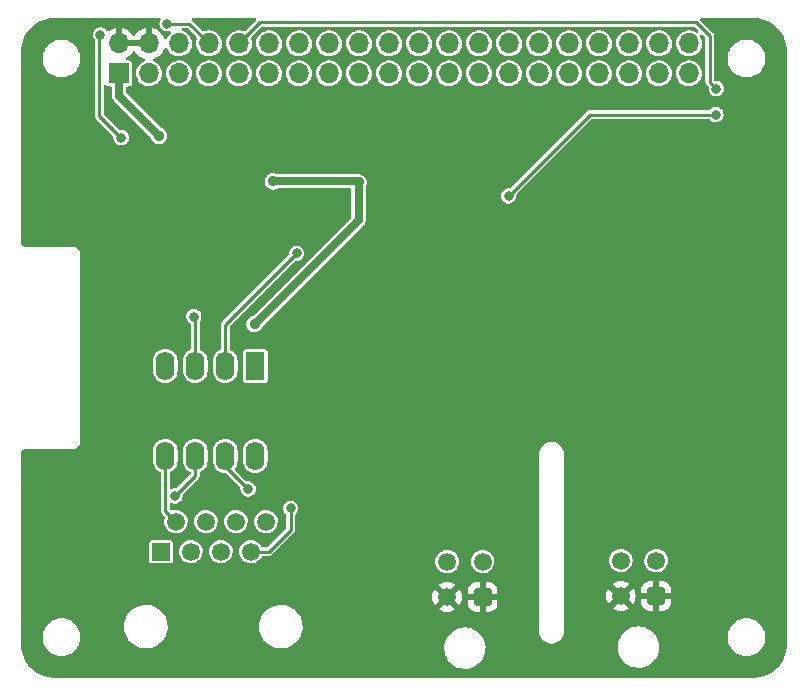
<source format=gtl>
G04 #@! TF.GenerationSoftware,KiCad,Pcbnew,6.0.7*
G04 #@! TF.CreationDate,2022-09-24T12:03:36-05:00*
G04 #@! TF.ProjectId,pi-hat,70692d68-6174-42e6-9b69-6361645f7063,rev?*
G04 #@! TF.SameCoordinates,Original*
G04 #@! TF.FileFunction,Copper,L1,Top*
G04 #@! TF.FilePolarity,Positive*
%FSLAX46Y46*%
G04 Gerber Fmt 4.6, Leading zero omitted, Abs format (unit mm)*
G04 Created by KiCad (PCBNEW 6.0.7) date 2022-09-24 12:03:36*
%MOMM*%
%LPD*%
G01*
G04 APERTURE LIST*
G04 Aperture macros list*
%AMRoundRect*
0 Rectangle with rounded corners*
0 $1 Rounding radius*
0 $2 $3 $4 $5 $6 $7 $8 $9 X,Y pos of 4 corners*
0 Add a 4 corners polygon primitive as box body*
4,1,4,$2,$3,$4,$5,$6,$7,$8,$9,$2,$3,0*
0 Add four circle primitives for the rounded corners*
1,1,$1+$1,$2,$3*
1,1,$1+$1,$4,$5*
1,1,$1+$1,$6,$7*
1,1,$1+$1,$8,$9*
0 Add four rect primitives between the rounded corners*
20,1,$1+$1,$2,$3,$4,$5,0*
20,1,$1+$1,$4,$5,$6,$7,0*
20,1,$1+$1,$6,$7,$8,$9,0*
20,1,$1+$1,$8,$9,$2,$3,0*%
G04 Aperture macros list end*
G04 #@! TA.AperFunction,ComponentPad*
%ADD10R,1.500000X1.500000*%
G04 #@! TD*
G04 #@! TA.AperFunction,ComponentPad*
%ADD11C,1.500000*%
G04 #@! TD*
G04 #@! TA.AperFunction,ComponentPad*
%ADD12RoundRect,0.250001X0.499999X0.499999X-0.499999X0.499999X-0.499999X-0.499999X0.499999X-0.499999X0*%
G04 #@! TD*
G04 #@! TA.AperFunction,ComponentPad*
%ADD13R,1.600000X2.400000*%
G04 #@! TD*
G04 #@! TA.AperFunction,ComponentPad*
%ADD14O,1.600000X2.400000*%
G04 #@! TD*
G04 #@! TA.AperFunction,ComponentPad*
%ADD15R,1.700000X1.700000*%
G04 #@! TD*
G04 #@! TA.AperFunction,ComponentPad*
%ADD16O,1.700000X1.700000*%
G04 #@! TD*
G04 #@! TA.AperFunction,ViaPad*
%ADD17C,0.800000*%
G04 #@! TD*
G04 #@! TA.AperFunction,ViaPad*
%ADD18C,0.900000*%
G04 #@! TD*
G04 #@! TA.AperFunction,Conductor*
%ADD19C,0.250000*%
G04 #@! TD*
G04 #@! TA.AperFunction,Conductor*
%ADD20C,0.700000*%
G04 #@! TD*
G04 APERTURE END LIST*
D10*
X111917500Y-89250000D03*
D11*
X113187500Y-86710000D03*
X114457500Y-89250000D03*
X115727500Y-86710000D03*
X116997500Y-89250000D03*
X118267500Y-86710000D03*
X119537500Y-89250000D03*
X120807500Y-86710000D03*
D12*
X153850000Y-93015000D03*
D11*
X150850000Y-93015000D03*
X153850000Y-90015000D03*
X150850000Y-90015000D03*
D13*
X119900000Y-73525000D03*
D14*
X117360000Y-73525000D03*
X114820000Y-73525000D03*
X112280000Y-73525000D03*
X112280000Y-81145000D03*
X114820000Y-81145000D03*
X117360000Y-81145000D03*
X119900000Y-81145000D03*
D12*
X139150000Y-93100000D03*
D11*
X136150000Y-93100000D03*
X139150000Y-90100000D03*
X136150000Y-90100000D03*
D15*
X108370000Y-48770000D03*
D16*
X108370000Y-46230000D03*
X110910000Y-48770000D03*
X110910000Y-46230000D03*
X113450000Y-48770000D03*
X113450000Y-46230000D03*
X115990000Y-48770000D03*
X115990000Y-46230000D03*
X118530000Y-48770000D03*
X118530000Y-46230000D03*
X121070000Y-48770000D03*
X121070000Y-46230000D03*
X123610000Y-48770000D03*
X123610000Y-46230000D03*
X126150000Y-48770000D03*
X126150000Y-46230000D03*
X128690000Y-48770000D03*
X128690000Y-46230000D03*
X131230000Y-48770000D03*
X131230000Y-46230000D03*
X133770000Y-48770000D03*
X133770000Y-46230000D03*
X136310000Y-48770000D03*
X136310000Y-46230000D03*
X138850000Y-48770000D03*
X138850000Y-46230000D03*
X141390000Y-48770000D03*
X141390000Y-46230000D03*
X143930000Y-48770000D03*
X143930000Y-46230000D03*
X146470000Y-48770000D03*
X146470000Y-46230000D03*
X149010000Y-48770000D03*
X149010000Y-46230000D03*
X151550000Y-48770000D03*
X151550000Y-46230000D03*
X154090000Y-48770000D03*
X154090000Y-46230000D03*
X156630000Y-48770000D03*
X156630000Y-46230000D03*
D17*
X108550000Y-54200000D03*
X106800000Y-45500000D03*
X114700000Y-69350000D03*
X112450000Y-44550000D03*
X123400000Y-64000000D03*
X141350000Y-59150000D03*
X158950000Y-50050000D03*
X158900000Y-52250000D03*
D18*
X119850000Y-70000000D03*
X111750000Y-54050000D03*
X121400000Y-57900000D03*
X128650000Y-58000000D03*
D17*
X113100000Y-84550000D03*
X122900000Y-85600000D03*
X119300000Y-83950000D03*
D19*
X112450000Y-44550000D02*
X114310000Y-44550000D01*
X114700000Y-69350000D02*
X114820000Y-69470000D01*
X114820000Y-69470000D02*
X114820000Y-73525000D01*
X106700000Y-52350000D02*
X106700000Y-45600000D01*
X114310000Y-44550000D02*
X115990000Y-46230000D01*
X108550000Y-54200000D02*
X106700000Y-52350000D01*
X106700000Y-45600000D02*
X106800000Y-45500000D01*
X157250000Y-44450000D02*
X120310000Y-44450000D01*
X120310000Y-44450000D02*
X118530000Y-46230000D01*
X148250000Y-52250000D02*
X158900000Y-52250000D01*
X158950000Y-50050000D02*
X158400000Y-49500000D01*
X117360000Y-70040000D02*
X123400000Y-64000000D01*
X158400000Y-45600000D02*
X157250000Y-44450000D01*
X141350000Y-59150000D02*
X148250000Y-52250000D01*
X158400000Y-49500000D02*
X158400000Y-45600000D01*
X117360000Y-73525000D02*
X117360000Y-70040000D01*
D20*
X108370000Y-48770000D02*
X108370000Y-50670000D01*
X128550000Y-57900000D02*
X128650000Y-58000000D01*
X121400000Y-57900000D02*
X128550000Y-57900000D01*
X128650000Y-61200000D02*
X119850000Y-70000000D01*
X108370000Y-50670000D02*
X111750000Y-54050000D01*
X128650000Y-58000000D02*
X128650000Y-61200000D01*
D19*
X114820000Y-82830000D02*
X113100000Y-84550000D01*
X114820000Y-81145000D02*
X114820000Y-82830000D01*
X112280000Y-85802500D02*
X113187500Y-86710000D01*
X112280000Y-81145000D02*
X112280000Y-85802500D01*
X122900000Y-87400000D02*
X121050000Y-89250000D01*
X121050000Y-89250000D02*
X119537500Y-89250000D01*
X122900000Y-85600000D02*
X122900000Y-87400000D01*
X117360000Y-82010000D02*
X119300000Y-83950000D01*
X117360000Y-81145000D02*
X117360000Y-82010000D01*
G04 #@! TA.AperFunction,Conductor*
G36*
X111832922Y-44070502D02*
G01*
X111879415Y-44124158D01*
X111889519Y-44194432D01*
X111876125Y-44235192D01*
X111872501Y-44240348D01*
X111815309Y-44387039D01*
X111814318Y-44394568D01*
X111796658Y-44528707D01*
X111794758Y-44543138D01*
X111812035Y-44699633D01*
X111866143Y-44847490D01*
X111870380Y-44853796D01*
X111870382Y-44853799D01*
X111907929Y-44909674D01*
X111953958Y-44978172D01*
X111976718Y-44998882D01*
X112045647Y-45061602D01*
X112070410Y-45084135D01*
X112077085Y-45087759D01*
X112202099Y-45155637D01*
X112202101Y-45155638D01*
X112208776Y-45159262D01*
X112216125Y-45161190D01*
X112353719Y-45197287D01*
X112353721Y-45197287D01*
X112361069Y-45199215D01*
X112444380Y-45200524D01*
X112510898Y-45201569D01*
X112510901Y-45201569D01*
X112518495Y-45201688D01*
X112525899Y-45199992D01*
X112525901Y-45199992D01*
X112620811Y-45178255D01*
X112691678Y-45182544D01*
X112748976Y-45224467D01*
X112774513Y-45290711D01*
X112760182Y-45360246D01*
X112732018Y-45395806D01*
X112648305Y-45469220D01*
X112523089Y-45628057D01*
X112520400Y-45633168D01*
X112520398Y-45633171D01*
X112429365Y-45806196D01*
X112379946Y-45857169D01*
X112310814Y-45873332D01*
X112243917Y-45849553D01*
X112200437Y-45790654D01*
X112199955Y-45790863D01*
X112199043Y-45788766D01*
X112198581Y-45788140D01*
X112197895Y-45786126D01*
X112112972Y-45590814D01*
X112108105Y-45581739D01*
X111992426Y-45402926D01*
X111986136Y-45394757D01*
X111842806Y-45237240D01*
X111835273Y-45230215D01*
X111668139Y-45098222D01*
X111659552Y-45092517D01*
X111473117Y-44989599D01*
X111463705Y-44985369D01*
X111262959Y-44914280D01*
X111252988Y-44911646D01*
X111181837Y-44898972D01*
X111168540Y-44900432D01*
X111164000Y-44914989D01*
X111164000Y-46358000D01*
X111143998Y-46426121D01*
X111090342Y-46472614D01*
X111038000Y-46484000D01*
X108242000Y-46484000D01*
X108173879Y-46463998D01*
X108127386Y-46410342D01*
X108116000Y-46358000D01*
X108116000Y-45957885D01*
X108624000Y-45957885D01*
X108628475Y-45973124D01*
X108629865Y-45974329D01*
X108637548Y-45976000D01*
X110637885Y-45976000D01*
X110653124Y-45971525D01*
X110654329Y-45970135D01*
X110656000Y-45962452D01*
X110656000Y-44913102D01*
X110652082Y-44899758D01*
X110637806Y-44897771D01*
X110599324Y-44903660D01*
X110589288Y-44906051D01*
X110386868Y-44972212D01*
X110377359Y-44976209D01*
X110188463Y-45074542D01*
X110179738Y-45080036D01*
X110009433Y-45207905D01*
X110001726Y-45214748D01*
X109854590Y-45368717D01*
X109848104Y-45376727D01*
X109743193Y-45530521D01*
X109688282Y-45575524D01*
X109617757Y-45583695D01*
X109554010Y-45552441D01*
X109533313Y-45527957D01*
X109452427Y-45402926D01*
X109446136Y-45394757D01*
X109302806Y-45237240D01*
X109295273Y-45230215D01*
X109128139Y-45098222D01*
X109119552Y-45092517D01*
X108933117Y-44989599D01*
X108923705Y-44985369D01*
X108722959Y-44914280D01*
X108712988Y-44911646D01*
X108641837Y-44898972D01*
X108628540Y-44900432D01*
X108624000Y-44914989D01*
X108624000Y-45957885D01*
X108116000Y-45957885D01*
X108116000Y-44913102D01*
X108112082Y-44899758D01*
X108097806Y-44897771D01*
X108059324Y-44903660D01*
X108049288Y-44906051D01*
X107846868Y-44972212D01*
X107837359Y-44976209D01*
X107648463Y-45074542D01*
X107639738Y-45080036D01*
X107521192Y-45169043D01*
X107454707Y-45193949D01*
X107385311Y-45178957D01*
X107341700Y-45139651D01*
X107295838Y-45072922D01*
X107295833Y-45072916D01*
X107291531Y-45066657D01*
X107244971Y-45025174D01*
X107179648Y-44966972D01*
X107179645Y-44966970D01*
X107173976Y-44961919D01*
X107034831Y-44888245D01*
X106897695Y-44853799D01*
X106889498Y-44851740D01*
X106889496Y-44851740D01*
X106882128Y-44849889D01*
X106874530Y-44849849D01*
X106874528Y-44849849D01*
X106807319Y-44849497D01*
X106724684Y-44849065D01*
X106717305Y-44850837D01*
X106717301Y-44850837D01*
X106578967Y-44884048D01*
X106578963Y-44884049D01*
X106571588Y-44885820D01*
X106516236Y-44914389D01*
X106455956Y-44945502D01*
X106431679Y-44958032D01*
X106425957Y-44963024D01*
X106425955Y-44963025D01*
X106318759Y-45056538D01*
X106318756Y-45056541D01*
X106313034Y-45061533D01*
X106274269Y-45116689D01*
X106227986Y-45182544D01*
X106222501Y-45190348D01*
X106165309Y-45337039D01*
X106160599Y-45372818D01*
X106146898Y-45476885D01*
X106144758Y-45493138D01*
X106162035Y-45649633D01*
X106216143Y-45797490D01*
X106220380Y-45803796D01*
X106220382Y-45803799D01*
X106303081Y-45926867D01*
X106324500Y-45997143D01*
X106324500Y-52296504D01*
X106322021Y-52319801D01*
X106321923Y-52321886D01*
X106319731Y-52332066D01*
X106320955Y-52342405D01*
X106323627Y-52364984D01*
X106323971Y-52370821D01*
X106324072Y-52370813D01*
X106324500Y-52375992D01*
X106324500Y-52381193D01*
X106325354Y-52386321D01*
X106325354Y-52386327D01*
X106327628Y-52399987D01*
X106328465Y-52405863D01*
X106334424Y-52456210D01*
X106338346Y-52464377D01*
X106339833Y-52473313D01*
X106344777Y-52482475D01*
X106344778Y-52482479D01*
X106363906Y-52517929D01*
X106366602Y-52523220D01*
X106388537Y-52568900D01*
X106392094Y-52573131D01*
X106394026Y-52575063D01*
X106395745Y-52576937D01*
X106395819Y-52577074D01*
X106395709Y-52577174D01*
X106396132Y-52577654D01*
X106399194Y-52583329D01*
X106406841Y-52590398D01*
X106406842Y-52590399D01*
X106438367Y-52619540D01*
X106441933Y-52622970D01*
X107864472Y-54045509D01*
X107898498Y-54107821D01*
X107900299Y-54151049D01*
X107894758Y-54193138D01*
X107912035Y-54349633D01*
X107966143Y-54497490D01*
X107970380Y-54503796D01*
X107970382Y-54503799D01*
X107986399Y-54527634D01*
X108053958Y-54628172D01*
X108076270Y-54648474D01*
X108150066Y-54715623D01*
X108170410Y-54734135D01*
X108202687Y-54751660D01*
X108302099Y-54805637D01*
X108302101Y-54805638D01*
X108308776Y-54809262D01*
X108316125Y-54811190D01*
X108453719Y-54847287D01*
X108453721Y-54847287D01*
X108461069Y-54849215D01*
X108544380Y-54850524D01*
X108610898Y-54851569D01*
X108610901Y-54851569D01*
X108618495Y-54851688D01*
X108771968Y-54816538D01*
X108912625Y-54745795D01*
X108949937Y-54713928D01*
X109026574Y-54648474D01*
X109026576Y-54648471D01*
X109032348Y-54643542D01*
X109124224Y-54515683D01*
X109182950Y-54369598D01*
X109205134Y-54213723D01*
X109205278Y-54200000D01*
X109186363Y-54043694D01*
X109130710Y-53896412D01*
X109041531Y-53766657D01*
X108985594Y-53716819D01*
X108929648Y-53666972D01*
X108929645Y-53666970D01*
X108923976Y-53661919D01*
X108784831Y-53588245D01*
X108745222Y-53578296D01*
X108639498Y-53551740D01*
X108639496Y-53551740D01*
X108632128Y-53549889D01*
X108624530Y-53549849D01*
X108624528Y-53549849D01*
X108575331Y-53549592D01*
X108481671Y-53549102D01*
X108413657Y-53528744D01*
X108393236Y-53512199D01*
X107112405Y-52231368D01*
X107078379Y-52169056D01*
X107075500Y-52142273D01*
X107075500Y-49821014D01*
X107095502Y-49752893D01*
X107149158Y-49706400D01*
X107219432Y-49696296D01*
X107284012Y-49725790D01*
X107306266Y-49751013D01*
X107339399Y-49800601D01*
X107422260Y-49855966D01*
X107495326Y-49870500D01*
X107643500Y-49870500D01*
X107711621Y-49890502D01*
X107758114Y-49944158D01*
X107769500Y-49996500D01*
X107769500Y-50622381D01*
X107768422Y-50638827D01*
X107764318Y-50670000D01*
X107769500Y-50709361D01*
X107784956Y-50826762D01*
X107845464Y-50972841D01*
X107941718Y-51098282D01*
X107948264Y-51103305D01*
X107966671Y-51117429D01*
X107979062Y-51128297D01*
X111043961Y-54193196D01*
X111073192Y-54238989D01*
X111121266Y-54370356D01*
X111125502Y-54376659D01*
X111125502Y-54376660D01*
X111138574Y-54396113D01*
X111215830Y-54511083D01*
X111221442Y-54516190D01*
X111221445Y-54516193D01*
X111335612Y-54620077D01*
X111335616Y-54620080D01*
X111341233Y-54625191D01*
X111347906Y-54628814D01*
X111347910Y-54628817D01*
X111483558Y-54702467D01*
X111483560Y-54702468D01*
X111490235Y-54706092D01*
X111497584Y-54708020D01*
X111646883Y-54747188D01*
X111646885Y-54747188D01*
X111654233Y-54749116D01*
X111740609Y-54750473D01*
X111816161Y-54751660D01*
X111816164Y-54751660D01*
X111823760Y-54751779D01*
X111831165Y-54750083D01*
X111831166Y-54750083D01*
X111923111Y-54729025D01*
X111989029Y-54713928D01*
X112140498Y-54637747D01*
X112269423Y-54527634D01*
X112368361Y-54389947D01*
X112431601Y-54232634D01*
X112455490Y-54064778D01*
X112455645Y-54050000D01*
X112435276Y-53881680D01*
X112375345Y-53723077D01*
X112279312Y-53583349D01*
X112243835Y-53551740D01*
X112158392Y-53475612D01*
X112158388Y-53475610D01*
X112152721Y-53470560D01*
X112002881Y-53391224D01*
X111968201Y-53382513D01*
X111953293Y-53378768D01*
X111894894Y-53345659D01*
X109007405Y-50458170D01*
X108973379Y-50395858D01*
X108970500Y-50369075D01*
X108970500Y-49996500D01*
X108990502Y-49928379D01*
X109044158Y-49881886D01*
X109096500Y-49870500D01*
X109244674Y-49870500D01*
X109317740Y-49855966D01*
X109400601Y-49800601D01*
X109455966Y-49717740D01*
X109470500Y-49644674D01*
X109470500Y-47895326D01*
X109455966Y-47822260D01*
X109400601Y-47739399D01*
X109317740Y-47684034D01*
X109244674Y-47669500D01*
X109062169Y-47669500D01*
X108994048Y-47649498D01*
X108947555Y-47595842D01*
X108937451Y-47525568D01*
X108966945Y-47460988D01*
X109006737Y-47430348D01*
X109063100Y-47402736D01*
X109071945Y-47397464D01*
X109245328Y-47273792D01*
X109253200Y-47267139D01*
X109404052Y-47116812D01*
X109410730Y-47108965D01*
X109538022Y-46931819D01*
X109539147Y-46932627D01*
X109586669Y-46888876D01*
X109656607Y-46876661D01*
X109722046Y-46904197D01*
X109749870Y-46936028D01*
X109807690Y-47030383D01*
X109813777Y-47038699D01*
X109953213Y-47199667D01*
X109960580Y-47206883D01*
X110124434Y-47342916D01*
X110132881Y-47348831D01*
X110316756Y-47456279D01*
X110326042Y-47460729D01*
X110480802Y-47519825D01*
X110537305Y-47562812D01*
X110561598Y-47629523D01*
X110545968Y-47698778D01*
X110495377Y-47748588D01*
X110479465Y-47755747D01*
X110478885Y-47755961D01*
X110434193Y-47772449D01*
X110260371Y-47875862D01*
X110108305Y-48009220D01*
X109983089Y-48168057D01*
X109888914Y-48347053D01*
X109828937Y-48540213D01*
X109805164Y-48741069D01*
X109818392Y-48942894D01*
X109819815Y-48948496D01*
X109858419Y-49100500D01*
X109868178Y-49138928D01*
X109952856Y-49322607D01*
X109956189Y-49327323D01*
X110012991Y-49407696D01*
X110069588Y-49487780D01*
X110073730Y-49491815D01*
X110103506Y-49520821D01*
X110214466Y-49628913D01*
X110382637Y-49741282D01*
X110387940Y-49743560D01*
X110387943Y-49743562D01*
X110563163Y-49818842D01*
X110568470Y-49821122D01*
X110765740Y-49865760D01*
X110771509Y-49865987D01*
X110771512Y-49865987D01*
X110847683Y-49868979D01*
X110967842Y-49873700D01*
X111054132Y-49861189D01*
X111162286Y-49845508D01*
X111162291Y-49845507D01*
X111168007Y-49844678D01*
X111173479Y-49842820D01*
X111173481Y-49842820D01*
X111354067Y-49781519D01*
X111354069Y-49781518D01*
X111359531Y-49779664D01*
X111536001Y-49680837D01*
X111598433Y-49628913D01*
X111687073Y-49555191D01*
X111691505Y-49551505D01*
X111785703Y-49438245D01*
X111817146Y-49400439D01*
X111820837Y-49396001D01*
X111919664Y-49219531D01*
X111960136Y-49100307D01*
X111982820Y-49033481D01*
X111982820Y-49033479D01*
X111984678Y-49028007D01*
X111985507Y-49022291D01*
X111985508Y-49022286D01*
X112013167Y-48831516D01*
X112013700Y-48827842D01*
X112015215Y-48770000D01*
X112012557Y-48741069D01*
X112345164Y-48741069D01*
X112358392Y-48942894D01*
X112359815Y-48948496D01*
X112398419Y-49100500D01*
X112408178Y-49138928D01*
X112492856Y-49322607D01*
X112496189Y-49327323D01*
X112552991Y-49407696D01*
X112609588Y-49487780D01*
X112613730Y-49491815D01*
X112643506Y-49520821D01*
X112754466Y-49628913D01*
X112922637Y-49741282D01*
X112927940Y-49743560D01*
X112927943Y-49743562D01*
X113103163Y-49818842D01*
X113108470Y-49821122D01*
X113305740Y-49865760D01*
X113311509Y-49865987D01*
X113311512Y-49865987D01*
X113387683Y-49868979D01*
X113507842Y-49873700D01*
X113594132Y-49861189D01*
X113702286Y-49845508D01*
X113702291Y-49845507D01*
X113708007Y-49844678D01*
X113713479Y-49842820D01*
X113713481Y-49842820D01*
X113894067Y-49781519D01*
X113894069Y-49781518D01*
X113899531Y-49779664D01*
X114076001Y-49680837D01*
X114138433Y-49628913D01*
X114227073Y-49555191D01*
X114231505Y-49551505D01*
X114325703Y-49438245D01*
X114357146Y-49400439D01*
X114360837Y-49396001D01*
X114459664Y-49219531D01*
X114500136Y-49100307D01*
X114522820Y-49033481D01*
X114522820Y-49033479D01*
X114524678Y-49028007D01*
X114525507Y-49022291D01*
X114525508Y-49022286D01*
X114553167Y-48831516D01*
X114553700Y-48827842D01*
X114555215Y-48770000D01*
X114552557Y-48741069D01*
X114885164Y-48741069D01*
X114898392Y-48942894D01*
X114899815Y-48948496D01*
X114938419Y-49100500D01*
X114948178Y-49138928D01*
X115032856Y-49322607D01*
X115036189Y-49327323D01*
X115092991Y-49407696D01*
X115149588Y-49487780D01*
X115153730Y-49491815D01*
X115183506Y-49520821D01*
X115294466Y-49628913D01*
X115462637Y-49741282D01*
X115467940Y-49743560D01*
X115467943Y-49743562D01*
X115643163Y-49818842D01*
X115648470Y-49821122D01*
X115845740Y-49865760D01*
X115851509Y-49865987D01*
X115851512Y-49865987D01*
X115927683Y-49868979D01*
X116047842Y-49873700D01*
X116134132Y-49861189D01*
X116242286Y-49845508D01*
X116242291Y-49845507D01*
X116248007Y-49844678D01*
X116253479Y-49842820D01*
X116253481Y-49842820D01*
X116434067Y-49781519D01*
X116434069Y-49781518D01*
X116439531Y-49779664D01*
X116616001Y-49680837D01*
X116678433Y-49628913D01*
X116767073Y-49555191D01*
X116771505Y-49551505D01*
X116865703Y-49438245D01*
X116897146Y-49400439D01*
X116900837Y-49396001D01*
X116999664Y-49219531D01*
X117040136Y-49100307D01*
X117062820Y-49033481D01*
X117062820Y-49033479D01*
X117064678Y-49028007D01*
X117065507Y-49022291D01*
X117065508Y-49022286D01*
X117093167Y-48831516D01*
X117093700Y-48827842D01*
X117095215Y-48770000D01*
X117092557Y-48741069D01*
X117425164Y-48741069D01*
X117438392Y-48942894D01*
X117439815Y-48948496D01*
X117478419Y-49100500D01*
X117488178Y-49138928D01*
X117572856Y-49322607D01*
X117576189Y-49327323D01*
X117632991Y-49407696D01*
X117689588Y-49487780D01*
X117693730Y-49491815D01*
X117723506Y-49520821D01*
X117834466Y-49628913D01*
X118002637Y-49741282D01*
X118007940Y-49743560D01*
X118007943Y-49743562D01*
X118183163Y-49818842D01*
X118188470Y-49821122D01*
X118385740Y-49865760D01*
X118391509Y-49865987D01*
X118391512Y-49865987D01*
X118467683Y-49868979D01*
X118587842Y-49873700D01*
X118674132Y-49861189D01*
X118782286Y-49845508D01*
X118782291Y-49845507D01*
X118788007Y-49844678D01*
X118793479Y-49842820D01*
X118793481Y-49842820D01*
X118974067Y-49781519D01*
X118974069Y-49781518D01*
X118979531Y-49779664D01*
X119156001Y-49680837D01*
X119218433Y-49628913D01*
X119307073Y-49555191D01*
X119311505Y-49551505D01*
X119405703Y-49438245D01*
X119437146Y-49400439D01*
X119440837Y-49396001D01*
X119539664Y-49219531D01*
X119580136Y-49100307D01*
X119602820Y-49033481D01*
X119602820Y-49033479D01*
X119604678Y-49028007D01*
X119605507Y-49022291D01*
X119605508Y-49022286D01*
X119633167Y-48831516D01*
X119633700Y-48827842D01*
X119635215Y-48770000D01*
X119632557Y-48741069D01*
X119965164Y-48741069D01*
X119978392Y-48942894D01*
X119979815Y-48948496D01*
X120018419Y-49100500D01*
X120028178Y-49138928D01*
X120112856Y-49322607D01*
X120116189Y-49327323D01*
X120172991Y-49407696D01*
X120229588Y-49487780D01*
X120233730Y-49491815D01*
X120263506Y-49520821D01*
X120374466Y-49628913D01*
X120542637Y-49741282D01*
X120547940Y-49743560D01*
X120547943Y-49743562D01*
X120723163Y-49818842D01*
X120728470Y-49821122D01*
X120925740Y-49865760D01*
X120931509Y-49865987D01*
X120931512Y-49865987D01*
X121007683Y-49868979D01*
X121127842Y-49873700D01*
X121214132Y-49861189D01*
X121322286Y-49845508D01*
X121322291Y-49845507D01*
X121328007Y-49844678D01*
X121333479Y-49842820D01*
X121333481Y-49842820D01*
X121514067Y-49781519D01*
X121514069Y-49781518D01*
X121519531Y-49779664D01*
X121696001Y-49680837D01*
X121758433Y-49628913D01*
X121847073Y-49555191D01*
X121851505Y-49551505D01*
X121945703Y-49438245D01*
X121977146Y-49400439D01*
X121980837Y-49396001D01*
X122079664Y-49219531D01*
X122120136Y-49100307D01*
X122142820Y-49033481D01*
X122142820Y-49033479D01*
X122144678Y-49028007D01*
X122145507Y-49022291D01*
X122145508Y-49022286D01*
X122173167Y-48831516D01*
X122173700Y-48827842D01*
X122175215Y-48770000D01*
X122172557Y-48741069D01*
X122505164Y-48741069D01*
X122518392Y-48942894D01*
X122519815Y-48948496D01*
X122558419Y-49100500D01*
X122568178Y-49138928D01*
X122652856Y-49322607D01*
X122656189Y-49327323D01*
X122712991Y-49407696D01*
X122769588Y-49487780D01*
X122773730Y-49491815D01*
X122803506Y-49520821D01*
X122914466Y-49628913D01*
X123082637Y-49741282D01*
X123087940Y-49743560D01*
X123087943Y-49743562D01*
X123263163Y-49818842D01*
X123268470Y-49821122D01*
X123465740Y-49865760D01*
X123471509Y-49865987D01*
X123471512Y-49865987D01*
X123547683Y-49868979D01*
X123667842Y-49873700D01*
X123754132Y-49861189D01*
X123862286Y-49845508D01*
X123862291Y-49845507D01*
X123868007Y-49844678D01*
X123873479Y-49842820D01*
X123873481Y-49842820D01*
X124054067Y-49781519D01*
X124054069Y-49781518D01*
X124059531Y-49779664D01*
X124236001Y-49680837D01*
X124298433Y-49628913D01*
X124387073Y-49555191D01*
X124391505Y-49551505D01*
X124485703Y-49438245D01*
X124517146Y-49400439D01*
X124520837Y-49396001D01*
X124619664Y-49219531D01*
X124660136Y-49100307D01*
X124682820Y-49033481D01*
X124682820Y-49033479D01*
X124684678Y-49028007D01*
X124685507Y-49022291D01*
X124685508Y-49022286D01*
X124713167Y-48831516D01*
X124713700Y-48827842D01*
X124715215Y-48770000D01*
X124712557Y-48741069D01*
X125045164Y-48741069D01*
X125058392Y-48942894D01*
X125059815Y-48948496D01*
X125098419Y-49100500D01*
X125108178Y-49138928D01*
X125192856Y-49322607D01*
X125196189Y-49327323D01*
X125252991Y-49407696D01*
X125309588Y-49487780D01*
X125313730Y-49491815D01*
X125343506Y-49520821D01*
X125454466Y-49628913D01*
X125622637Y-49741282D01*
X125627940Y-49743560D01*
X125627943Y-49743562D01*
X125803163Y-49818842D01*
X125808470Y-49821122D01*
X126005740Y-49865760D01*
X126011509Y-49865987D01*
X126011512Y-49865987D01*
X126087683Y-49868979D01*
X126207842Y-49873700D01*
X126294132Y-49861189D01*
X126402286Y-49845508D01*
X126402291Y-49845507D01*
X126408007Y-49844678D01*
X126413479Y-49842820D01*
X126413481Y-49842820D01*
X126594067Y-49781519D01*
X126594069Y-49781518D01*
X126599531Y-49779664D01*
X126776001Y-49680837D01*
X126838433Y-49628913D01*
X126927073Y-49555191D01*
X126931505Y-49551505D01*
X127025703Y-49438245D01*
X127057146Y-49400439D01*
X127060837Y-49396001D01*
X127159664Y-49219531D01*
X127200136Y-49100307D01*
X127222820Y-49033481D01*
X127222820Y-49033479D01*
X127224678Y-49028007D01*
X127225507Y-49022291D01*
X127225508Y-49022286D01*
X127253167Y-48831516D01*
X127253700Y-48827842D01*
X127255215Y-48770000D01*
X127252557Y-48741069D01*
X127585164Y-48741069D01*
X127598392Y-48942894D01*
X127599815Y-48948496D01*
X127638419Y-49100500D01*
X127648178Y-49138928D01*
X127732856Y-49322607D01*
X127736189Y-49327323D01*
X127792991Y-49407696D01*
X127849588Y-49487780D01*
X127853730Y-49491815D01*
X127883506Y-49520821D01*
X127994466Y-49628913D01*
X128162637Y-49741282D01*
X128167940Y-49743560D01*
X128167943Y-49743562D01*
X128343163Y-49818842D01*
X128348470Y-49821122D01*
X128545740Y-49865760D01*
X128551509Y-49865987D01*
X128551512Y-49865987D01*
X128627683Y-49868979D01*
X128747842Y-49873700D01*
X128834132Y-49861189D01*
X128942286Y-49845508D01*
X128942291Y-49845507D01*
X128948007Y-49844678D01*
X128953479Y-49842820D01*
X128953481Y-49842820D01*
X129134067Y-49781519D01*
X129134069Y-49781518D01*
X129139531Y-49779664D01*
X129316001Y-49680837D01*
X129378433Y-49628913D01*
X129467073Y-49555191D01*
X129471505Y-49551505D01*
X129565703Y-49438245D01*
X129597146Y-49400439D01*
X129600837Y-49396001D01*
X129699664Y-49219531D01*
X129740136Y-49100307D01*
X129762820Y-49033481D01*
X129762820Y-49033479D01*
X129764678Y-49028007D01*
X129765507Y-49022291D01*
X129765508Y-49022286D01*
X129793167Y-48831516D01*
X129793700Y-48827842D01*
X129795215Y-48770000D01*
X129792557Y-48741069D01*
X130125164Y-48741069D01*
X130138392Y-48942894D01*
X130139815Y-48948496D01*
X130178419Y-49100500D01*
X130188178Y-49138928D01*
X130272856Y-49322607D01*
X130276189Y-49327323D01*
X130332991Y-49407696D01*
X130389588Y-49487780D01*
X130393730Y-49491815D01*
X130423506Y-49520821D01*
X130534466Y-49628913D01*
X130702637Y-49741282D01*
X130707940Y-49743560D01*
X130707943Y-49743562D01*
X130883163Y-49818842D01*
X130888470Y-49821122D01*
X131085740Y-49865760D01*
X131091509Y-49865987D01*
X131091512Y-49865987D01*
X131167683Y-49868979D01*
X131287842Y-49873700D01*
X131374132Y-49861189D01*
X131482286Y-49845508D01*
X131482291Y-49845507D01*
X131488007Y-49844678D01*
X131493479Y-49842820D01*
X131493481Y-49842820D01*
X131674067Y-49781519D01*
X131674069Y-49781518D01*
X131679531Y-49779664D01*
X131856001Y-49680837D01*
X131918433Y-49628913D01*
X132007073Y-49555191D01*
X132011505Y-49551505D01*
X132105703Y-49438245D01*
X132137146Y-49400439D01*
X132140837Y-49396001D01*
X132239664Y-49219531D01*
X132280136Y-49100307D01*
X132302820Y-49033481D01*
X132302820Y-49033479D01*
X132304678Y-49028007D01*
X132305507Y-49022291D01*
X132305508Y-49022286D01*
X132333167Y-48831516D01*
X132333700Y-48827842D01*
X132335215Y-48770000D01*
X132332557Y-48741069D01*
X132665164Y-48741069D01*
X132678392Y-48942894D01*
X132679815Y-48948496D01*
X132718419Y-49100500D01*
X132728178Y-49138928D01*
X132812856Y-49322607D01*
X132816189Y-49327323D01*
X132872991Y-49407696D01*
X132929588Y-49487780D01*
X132933730Y-49491815D01*
X132963506Y-49520821D01*
X133074466Y-49628913D01*
X133242637Y-49741282D01*
X133247940Y-49743560D01*
X133247943Y-49743562D01*
X133423163Y-49818842D01*
X133428470Y-49821122D01*
X133625740Y-49865760D01*
X133631509Y-49865987D01*
X133631512Y-49865987D01*
X133707683Y-49868979D01*
X133827842Y-49873700D01*
X133914132Y-49861189D01*
X134022286Y-49845508D01*
X134022291Y-49845507D01*
X134028007Y-49844678D01*
X134033479Y-49842820D01*
X134033481Y-49842820D01*
X134214067Y-49781519D01*
X134214069Y-49781518D01*
X134219531Y-49779664D01*
X134396001Y-49680837D01*
X134458433Y-49628913D01*
X134547073Y-49555191D01*
X134551505Y-49551505D01*
X134645703Y-49438245D01*
X134677146Y-49400439D01*
X134680837Y-49396001D01*
X134779664Y-49219531D01*
X134820136Y-49100307D01*
X134842820Y-49033481D01*
X134842820Y-49033479D01*
X134844678Y-49028007D01*
X134845507Y-49022291D01*
X134845508Y-49022286D01*
X134873167Y-48831516D01*
X134873700Y-48827842D01*
X134875215Y-48770000D01*
X134872557Y-48741069D01*
X135205164Y-48741069D01*
X135218392Y-48942894D01*
X135219815Y-48948496D01*
X135258419Y-49100500D01*
X135268178Y-49138928D01*
X135352856Y-49322607D01*
X135356189Y-49327323D01*
X135412991Y-49407696D01*
X135469588Y-49487780D01*
X135473730Y-49491815D01*
X135503506Y-49520821D01*
X135614466Y-49628913D01*
X135782637Y-49741282D01*
X135787940Y-49743560D01*
X135787943Y-49743562D01*
X135963163Y-49818842D01*
X135968470Y-49821122D01*
X136165740Y-49865760D01*
X136171509Y-49865987D01*
X136171512Y-49865987D01*
X136247683Y-49868979D01*
X136367842Y-49873700D01*
X136454132Y-49861189D01*
X136562286Y-49845508D01*
X136562291Y-49845507D01*
X136568007Y-49844678D01*
X136573479Y-49842820D01*
X136573481Y-49842820D01*
X136754067Y-49781519D01*
X136754069Y-49781518D01*
X136759531Y-49779664D01*
X136936001Y-49680837D01*
X136998433Y-49628913D01*
X137087073Y-49555191D01*
X137091505Y-49551505D01*
X137185703Y-49438245D01*
X137217146Y-49400439D01*
X137220837Y-49396001D01*
X137319664Y-49219531D01*
X137360136Y-49100307D01*
X137382820Y-49033481D01*
X137382820Y-49033479D01*
X137384678Y-49028007D01*
X137385507Y-49022291D01*
X137385508Y-49022286D01*
X137413167Y-48831516D01*
X137413700Y-48827842D01*
X137415215Y-48770000D01*
X137412557Y-48741069D01*
X137745164Y-48741069D01*
X137758392Y-48942894D01*
X137759815Y-48948496D01*
X137798419Y-49100500D01*
X137808178Y-49138928D01*
X137892856Y-49322607D01*
X137896189Y-49327323D01*
X137952991Y-49407696D01*
X138009588Y-49487780D01*
X138013730Y-49491815D01*
X138043506Y-49520821D01*
X138154466Y-49628913D01*
X138322637Y-49741282D01*
X138327940Y-49743560D01*
X138327943Y-49743562D01*
X138503163Y-49818842D01*
X138508470Y-49821122D01*
X138705740Y-49865760D01*
X138711509Y-49865987D01*
X138711512Y-49865987D01*
X138787683Y-49868979D01*
X138907842Y-49873700D01*
X138994132Y-49861189D01*
X139102286Y-49845508D01*
X139102291Y-49845507D01*
X139108007Y-49844678D01*
X139113479Y-49842820D01*
X139113481Y-49842820D01*
X139294067Y-49781519D01*
X139294069Y-49781518D01*
X139299531Y-49779664D01*
X139476001Y-49680837D01*
X139538433Y-49628913D01*
X139627073Y-49555191D01*
X139631505Y-49551505D01*
X139725703Y-49438245D01*
X139757146Y-49400439D01*
X139760837Y-49396001D01*
X139859664Y-49219531D01*
X139900136Y-49100307D01*
X139922820Y-49033481D01*
X139922820Y-49033479D01*
X139924678Y-49028007D01*
X139925507Y-49022291D01*
X139925508Y-49022286D01*
X139953167Y-48831516D01*
X139953700Y-48827842D01*
X139955215Y-48770000D01*
X139952557Y-48741069D01*
X140285164Y-48741069D01*
X140298392Y-48942894D01*
X140299815Y-48948496D01*
X140338419Y-49100500D01*
X140348178Y-49138928D01*
X140432856Y-49322607D01*
X140436189Y-49327323D01*
X140492991Y-49407696D01*
X140549588Y-49487780D01*
X140553730Y-49491815D01*
X140583506Y-49520821D01*
X140694466Y-49628913D01*
X140862637Y-49741282D01*
X140867940Y-49743560D01*
X140867943Y-49743562D01*
X141043163Y-49818842D01*
X141048470Y-49821122D01*
X141245740Y-49865760D01*
X141251509Y-49865987D01*
X141251512Y-49865987D01*
X141327683Y-49868979D01*
X141447842Y-49873700D01*
X141534132Y-49861189D01*
X141642286Y-49845508D01*
X141642291Y-49845507D01*
X141648007Y-49844678D01*
X141653479Y-49842820D01*
X141653481Y-49842820D01*
X141834067Y-49781519D01*
X141834069Y-49781518D01*
X141839531Y-49779664D01*
X142016001Y-49680837D01*
X142078433Y-49628913D01*
X142167073Y-49555191D01*
X142171505Y-49551505D01*
X142265703Y-49438245D01*
X142297146Y-49400439D01*
X142300837Y-49396001D01*
X142399664Y-49219531D01*
X142440136Y-49100307D01*
X142462820Y-49033481D01*
X142462820Y-49033479D01*
X142464678Y-49028007D01*
X142465507Y-49022291D01*
X142465508Y-49022286D01*
X142493167Y-48831516D01*
X142493700Y-48827842D01*
X142495215Y-48770000D01*
X142492557Y-48741069D01*
X142825164Y-48741069D01*
X142838392Y-48942894D01*
X142839815Y-48948496D01*
X142878419Y-49100500D01*
X142888178Y-49138928D01*
X142972856Y-49322607D01*
X142976189Y-49327323D01*
X143032991Y-49407696D01*
X143089588Y-49487780D01*
X143093730Y-49491815D01*
X143123506Y-49520821D01*
X143234466Y-49628913D01*
X143402637Y-49741282D01*
X143407940Y-49743560D01*
X143407943Y-49743562D01*
X143583163Y-49818842D01*
X143588470Y-49821122D01*
X143785740Y-49865760D01*
X143791509Y-49865987D01*
X143791512Y-49865987D01*
X143867683Y-49868979D01*
X143987842Y-49873700D01*
X144074132Y-49861189D01*
X144182286Y-49845508D01*
X144182291Y-49845507D01*
X144188007Y-49844678D01*
X144193479Y-49842820D01*
X144193481Y-49842820D01*
X144374067Y-49781519D01*
X144374069Y-49781518D01*
X144379531Y-49779664D01*
X144556001Y-49680837D01*
X144618433Y-49628913D01*
X144707073Y-49555191D01*
X144711505Y-49551505D01*
X144805703Y-49438245D01*
X144837146Y-49400439D01*
X144840837Y-49396001D01*
X144939664Y-49219531D01*
X144980136Y-49100307D01*
X145002820Y-49033481D01*
X145002820Y-49033479D01*
X145004678Y-49028007D01*
X145005507Y-49022291D01*
X145005508Y-49022286D01*
X145033167Y-48831516D01*
X145033700Y-48827842D01*
X145035215Y-48770000D01*
X145032557Y-48741069D01*
X145365164Y-48741069D01*
X145378392Y-48942894D01*
X145379815Y-48948496D01*
X145418419Y-49100500D01*
X145428178Y-49138928D01*
X145512856Y-49322607D01*
X145516189Y-49327323D01*
X145572991Y-49407696D01*
X145629588Y-49487780D01*
X145633730Y-49491815D01*
X145663506Y-49520821D01*
X145774466Y-49628913D01*
X145942637Y-49741282D01*
X145947940Y-49743560D01*
X145947943Y-49743562D01*
X146123163Y-49818842D01*
X146128470Y-49821122D01*
X146325740Y-49865760D01*
X146331509Y-49865987D01*
X146331512Y-49865987D01*
X146407683Y-49868979D01*
X146527842Y-49873700D01*
X146614132Y-49861189D01*
X146722286Y-49845508D01*
X146722291Y-49845507D01*
X146728007Y-49844678D01*
X146733479Y-49842820D01*
X146733481Y-49842820D01*
X146914067Y-49781519D01*
X146914069Y-49781518D01*
X146919531Y-49779664D01*
X147096001Y-49680837D01*
X147158433Y-49628913D01*
X147247073Y-49555191D01*
X147251505Y-49551505D01*
X147345703Y-49438245D01*
X147377146Y-49400439D01*
X147380837Y-49396001D01*
X147479664Y-49219531D01*
X147520136Y-49100307D01*
X147542820Y-49033481D01*
X147542820Y-49033479D01*
X147544678Y-49028007D01*
X147545507Y-49022291D01*
X147545508Y-49022286D01*
X147573167Y-48831516D01*
X147573700Y-48827842D01*
X147575215Y-48770000D01*
X147572557Y-48741069D01*
X147905164Y-48741069D01*
X147918392Y-48942894D01*
X147919815Y-48948496D01*
X147958419Y-49100500D01*
X147968178Y-49138928D01*
X148052856Y-49322607D01*
X148056189Y-49327323D01*
X148112991Y-49407696D01*
X148169588Y-49487780D01*
X148173730Y-49491815D01*
X148203506Y-49520821D01*
X148314466Y-49628913D01*
X148482637Y-49741282D01*
X148487940Y-49743560D01*
X148487943Y-49743562D01*
X148663163Y-49818842D01*
X148668470Y-49821122D01*
X148865740Y-49865760D01*
X148871509Y-49865987D01*
X148871512Y-49865987D01*
X148947683Y-49868979D01*
X149067842Y-49873700D01*
X149154132Y-49861189D01*
X149262286Y-49845508D01*
X149262291Y-49845507D01*
X149268007Y-49844678D01*
X149273479Y-49842820D01*
X149273481Y-49842820D01*
X149454067Y-49781519D01*
X149454069Y-49781518D01*
X149459531Y-49779664D01*
X149636001Y-49680837D01*
X149698433Y-49628913D01*
X149787073Y-49555191D01*
X149791505Y-49551505D01*
X149885703Y-49438245D01*
X149917146Y-49400439D01*
X149920837Y-49396001D01*
X150019664Y-49219531D01*
X150060136Y-49100307D01*
X150082820Y-49033481D01*
X150082820Y-49033479D01*
X150084678Y-49028007D01*
X150085507Y-49022291D01*
X150085508Y-49022286D01*
X150113167Y-48831516D01*
X150113700Y-48827842D01*
X150115215Y-48770000D01*
X150112557Y-48741069D01*
X150445164Y-48741069D01*
X150458392Y-48942894D01*
X150459815Y-48948496D01*
X150498419Y-49100500D01*
X150508178Y-49138928D01*
X150592856Y-49322607D01*
X150596189Y-49327323D01*
X150652991Y-49407696D01*
X150709588Y-49487780D01*
X150713730Y-49491815D01*
X150743506Y-49520821D01*
X150854466Y-49628913D01*
X151022637Y-49741282D01*
X151027940Y-49743560D01*
X151027943Y-49743562D01*
X151203163Y-49818842D01*
X151208470Y-49821122D01*
X151405740Y-49865760D01*
X151411509Y-49865987D01*
X151411512Y-49865987D01*
X151487683Y-49868979D01*
X151607842Y-49873700D01*
X151694132Y-49861189D01*
X151802286Y-49845508D01*
X151802291Y-49845507D01*
X151808007Y-49844678D01*
X151813479Y-49842820D01*
X151813481Y-49842820D01*
X151994067Y-49781519D01*
X151994069Y-49781518D01*
X151999531Y-49779664D01*
X152176001Y-49680837D01*
X152238433Y-49628913D01*
X152327073Y-49555191D01*
X152331505Y-49551505D01*
X152425703Y-49438245D01*
X152457146Y-49400439D01*
X152460837Y-49396001D01*
X152559664Y-49219531D01*
X152600136Y-49100307D01*
X152622820Y-49033481D01*
X152622820Y-49033479D01*
X152624678Y-49028007D01*
X152625507Y-49022291D01*
X152625508Y-49022286D01*
X152653167Y-48831516D01*
X152653700Y-48827842D01*
X152655215Y-48770000D01*
X152652557Y-48741069D01*
X152985164Y-48741069D01*
X152998392Y-48942894D01*
X152999815Y-48948496D01*
X153038419Y-49100500D01*
X153048178Y-49138928D01*
X153132856Y-49322607D01*
X153136189Y-49327323D01*
X153192991Y-49407696D01*
X153249588Y-49487780D01*
X153253730Y-49491815D01*
X153283506Y-49520821D01*
X153394466Y-49628913D01*
X153562637Y-49741282D01*
X153567940Y-49743560D01*
X153567943Y-49743562D01*
X153743163Y-49818842D01*
X153748470Y-49821122D01*
X153945740Y-49865760D01*
X153951509Y-49865987D01*
X153951512Y-49865987D01*
X154027683Y-49868979D01*
X154147842Y-49873700D01*
X154234132Y-49861189D01*
X154342286Y-49845508D01*
X154342291Y-49845507D01*
X154348007Y-49844678D01*
X154353479Y-49842820D01*
X154353481Y-49842820D01*
X154534067Y-49781519D01*
X154534069Y-49781518D01*
X154539531Y-49779664D01*
X154716001Y-49680837D01*
X154778433Y-49628913D01*
X154867073Y-49555191D01*
X154871505Y-49551505D01*
X154965703Y-49438245D01*
X154997146Y-49400439D01*
X155000837Y-49396001D01*
X155099664Y-49219531D01*
X155140136Y-49100307D01*
X155162820Y-49033481D01*
X155162820Y-49033479D01*
X155164678Y-49028007D01*
X155165507Y-49022291D01*
X155165508Y-49022286D01*
X155193167Y-48831516D01*
X155193700Y-48827842D01*
X155195215Y-48770000D01*
X155192557Y-48741069D01*
X155525164Y-48741069D01*
X155538392Y-48942894D01*
X155539815Y-48948496D01*
X155578419Y-49100500D01*
X155588178Y-49138928D01*
X155672856Y-49322607D01*
X155676189Y-49327323D01*
X155732991Y-49407696D01*
X155789588Y-49487780D01*
X155793730Y-49491815D01*
X155823506Y-49520821D01*
X155934466Y-49628913D01*
X156102637Y-49741282D01*
X156107940Y-49743560D01*
X156107943Y-49743562D01*
X156283163Y-49818842D01*
X156288470Y-49821122D01*
X156485740Y-49865760D01*
X156491509Y-49865987D01*
X156491512Y-49865987D01*
X156567683Y-49868979D01*
X156687842Y-49873700D01*
X156774132Y-49861189D01*
X156882286Y-49845508D01*
X156882291Y-49845507D01*
X156888007Y-49844678D01*
X156893479Y-49842820D01*
X156893481Y-49842820D01*
X157074067Y-49781519D01*
X157074069Y-49781518D01*
X157079531Y-49779664D01*
X157256001Y-49680837D01*
X157318433Y-49628913D01*
X157407073Y-49555191D01*
X157411505Y-49551505D01*
X157505703Y-49438245D01*
X157537146Y-49400439D01*
X157540837Y-49396001D01*
X157639664Y-49219531D01*
X157680136Y-49100307D01*
X157702820Y-49033481D01*
X157702820Y-49033479D01*
X157704678Y-49028007D01*
X157705507Y-49022291D01*
X157705508Y-49022286D01*
X157733167Y-48831516D01*
X157733700Y-48827842D01*
X157735215Y-48770000D01*
X157716708Y-48568591D01*
X157661807Y-48373926D01*
X157572351Y-48192527D01*
X157554079Y-48168057D01*
X157454788Y-48035091D01*
X157454787Y-48035090D01*
X157451335Y-48030467D01*
X157428350Y-48009220D01*
X157307053Y-47897094D01*
X157307051Y-47897092D01*
X157302812Y-47893174D01*
X157275374Y-47875862D01*
X157136637Y-47788325D01*
X157131757Y-47785246D01*
X156943898Y-47710298D01*
X156745526Y-47670839D01*
X156739752Y-47670763D01*
X156739748Y-47670763D01*
X156637257Y-47669422D01*
X156543286Y-47668192D01*
X156537589Y-47669171D01*
X156537588Y-47669171D01*
X156349646Y-47701465D01*
X156349645Y-47701465D01*
X156343949Y-47702444D01*
X156154193Y-47772449D01*
X155980371Y-47875862D01*
X155828305Y-48009220D01*
X155703089Y-48168057D01*
X155608914Y-48347053D01*
X155548937Y-48540213D01*
X155525164Y-48741069D01*
X155192557Y-48741069D01*
X155176708Y-48568591D01*
X155121807Y-48373926D01*
X155032351Y-48192527D01*
X155014079Y-48168057D01*
X154914788Y-48035091D01*
X154914787Y-48035090D01*
X154911335Y-48030467D01*
X154888350Y-48009220D01*
X154767053Y-47897094D01*
X154767051Y-47897092D01*
X154762812Y-47893174D01*
X154735374Y-47875862D01*
X154596637Y-47788325D01*
X154591757Y-47785246D01*
X154403898Y-47710298D01*
X154205526Y-47670839D01*
X154199752Y-47670763D01*
X154199748Y-47670763D01*
X154097257Y-47669422D01*
X154003286Y-47668192D01*
X153997589Y-47669171D01*
X153997588Y-47669171D01*
X153809646Y-47701465D01*
X153809645Y-47701465D01*
X153803949Y-47702444D01*
X153614193Y-47772449D01*
X153440371Y-47875862D01*
X153288305Y-48009220D01*
X153163089Y-48168057D01*
X153068914Y-48347053D01*
X153008937Y-48540213D01*
X152985164Y-48741069D01*
X152652557Y-48741069D01*
X152636708Y-48568591D01*
X152581807Y-48373926D01*
X152492351Y-48192527D01*
X152474079Y-48168057D01*
X152374788Y-48035091D01*
X152374787Y-48035090D01*
X152371335Y-48030467D01*
X152348350Y-48009220D01*
X152227053Y-47897094D01*
X152227051Y-47897092D01*
X152222812Y-47893174D01*
X152195374Y-47875862D01*
X152056637Y-47788325D01*
X152051757Y-47785246D01*
X151863898Y-47710298D01*
X151665526Y-47670839D01*
X151659752Y-47670763D01*
X151659748Y-47670763D01*
X151557257Y-47669422D01*
X151463286Y-47668192D01*
X151457589Y-47669171D01*
X151457588Y-47669171D01*
X151269646Y-47701465D01*
X151269645Y-47701465D01*
X151263949Y-47702444D01*
X151074193Y-47772449D01*
X150900371Y-47875862D01*
X150748305Y-48009220D01*
X150623089Y-48168057D01*
X150528914Y-48347053D01*
X150468937Y-48540213D01*
X150445164Y-48741069D01*
X150112557Y-48741069D01*
X150096708Y-48568591D01*
X150041807Y-48373926D01*
X149952351Y-48192527D01*
X149934079Y-48168057D01*
X149834788Y-48035091D01*
X149834787Y-48035090D01*
X149831335Y-48030467D01*
X149808350Y-48009220D01*
X149687053Y-47897094D01*
X149687051Y-47897092D01*
X149682812Y-47893174D01*
X149655374Y-47875862D01*
X149516637Y-47788325D01*
X149511757Y-47785246D01*
X149323898Y-47710298D01*
X149125526Y-47670839D01*
X149119752Y-47670763D01*
X149119748Y-47670763D01*
X149017257Y-47669422D01*
X148923286Y-47668192D01*
X148917589Y-47669171D01*
X148917588Y-47669171D01*
X148729646Y-47701465D01*
X148729645Y-47701465D01*
X148723949Y-47702444D01*
X148534193Y-47772449D01*
X148360371Y-47875862D01*
X148208305Y-48009220D01*
X148083089Y-48168057D01*
X147988914Y-48347053D01*
X147928937Y-48540213D01*
X147905164Y-48741069D01*
X147572557Y-48741069D01*
X147556708Y-48568591D01*
X147501807Y-48373926D01*
X147412351Y-48192527D01*
X147394079Y-48168057D01*
X147294788Y-48035091D01*
X147294787Y-48035090D01*
X147291335Y-48030467D01*
X147268350Y-48009220D01*
X147147053Y-47897094D01*
X147147051Y-47897092D01*
X147142812Y-47893174D01*
X147115374Y-47875862D01*
X146976637Y-47788325D01*
X146971757Y-47785246D01*
X146783898Y-47710298D01*
X146585526Y-47670839D01*
X146579752Y-47670763D01*
X146579748Y-47670763D01*
X146477257Y-47669422D01*
X146383286Y-47668192D01*
X146377589Y-47669171D01*
X146377588Y-47669171D01*
X146189646Y-47701465D01*
X146189645Y-47701465D01*
X146183949Y-47702444D01*
X145994193Y-47772449D01*
X145820371Y-47875862D01*
X145668305Y-48009220D01*
X145543089Y-48168057D01*
X145448914Y-48347053D01*
X145388937Y-48540213D01*
X145365164Y-48741069D01*
X145032557Y-48741069D01*
X145016708Y-48568591D01*
X144961807Y-48373926D01*
X144872351Y-48192527D01*
X144854079Y-48168057D01*
X144754788Y-48035091D01*
X144754787Y-48035090D01*
X144751335Y-48030467D01*
X144728350Y-48009220D01*
X144607053Y-47897094D01*
X144607051Y-47897092D01*
X144602812Y-47893174D01*
X144575374Y-47875862D01*
X144436637Y-47788325D01*
X144431757Y-47785246D01*
X144243898Y-47710298D01*
X144045526Y-47670839D01*
X144039752Y-47670763D01*
X144039748Y-47670763D01*
X143937257Y-47669422D01*
X143843286Y-47668192D01*
X143837589Y-47669171D01*
X143837588Y-47669171D01*
X143649646Y-47701465D01*
X143649645Y-47701465D01*
X143643949Y-47702444D01*
X143454193Y-47772449D01*
X143280371Y-47875862D01*
X143128305Y-48009220D01*
X143003089Y-48168057D01*
X142908914Y-48347053D01*
X142848937Y-48540213D01*
X142825164Y-48741069D01*
X142492557Y-48741069D01*
X142476708Y-48568591D01*
X142421807Y-48373926D01*
X142332351Y-48192527D01*
X142314079Y-48168057D01*
X142214788Y-48035091D01*
X142214787Y-48035090D01*
X142211335Y-48030467D01*
X142188350Y-48009220D01*
X142067053Y-47897094D01*
X142067051Y-47897092D01*
X142062812Y-47893174D01*
X142035374Y-47875862D01*
X141896637Y-47788325D01*
X141891757Y-47785246D01*
X141703898Y-47710298D01*
X141505526Y-47670839D01*
X141499752Y-47670763D01*
X141499748Y-47670763D01*
X141397257Y-47669422D01*
X141303286Y-47668192D01*
X141297589Y-47669171D01*
X141297588Y-47669171D01*
X141109646Y-47701465D01*
X141109645Y-47701465D01*
X141103949Y-47702444D01*
X140914193Y-47772449D01*
X140740371Y-47875862D01*
X140588305Y-48009220D01*
X140463089Y-48168057D01*
X140368914Y-48347053D01*
X140308937Y-48540213D01*
X140285164Y-48741069D01*
X139952557Y-48741069D01*
X139936708Y-48568591D01*
X139881807Y-48373926D01*
X139792351Y-48192527D01*
X139774079Y-48168057D01*
X139674788Y-48035091D01*
X139674787Y-48035090D01*
X139671335Y-48030467D01*
X139648350Y-48009220D01*
X139527053Y-47897094D01*
X139527051Y-47897092D01*
X139522812Y-47893174D01*
X139495374Y-47875862D01*
X139356637Y-47788325D01*
X139351757Y-47785246D01*
X139163898Y-47710298D01*
X138965526Y-47670839D01*
X138959752Y-47670763D01*
X138959748Y-47670763D01*
X138857257Y-47669422D01*
X138763286Y-47668192D01*
X138757589Y-47669171D01*
X138757588Y-47669171D01*
X138569646Y-47701465D01*
X138569645Y-47701465D01*
X138563949Y-47702444D01*
X138374193Y-47772449D01*
X138200371Y-47875862D01*
X138048305Y-48009220D01*
X137923089Y-48168057D01*
X137828914Y-48347053D01*
X137768937Y-48540213D01*
X137745164Y-48741069D01*
X137412557Y-48741069D01*
X137396708Y-48568591D01*
X137341807Y-48373926D01*
X137252351Y-48192527D01*
X137234079Y-48168057D01*
X137134788Y-48035091D01*
X137134787Y-48035090D01*
X137131335Y-48030467D01*
X137108350Y-48009220D01*
X136987053Y-47897094D01*
X136987051Y-47897092D01*
X136982812Y-47893174D01*
X136955374Y-47875862D01*
X136816637Y-47788325D01*
X136811757Y-47785246D01*
X136623898Y-47710298D01*
X136425526Y-47670839D01*
X136419752Y-47670763D01*
X136419748Y-47670763D01*
X136317257Y-47669422D01*
X136223286Y-47668192D01*
X136217589Y-47669171D01*
X136217588Y-47669171D01*
X136029646Y-47701465D01*
X136029645Y-47701465D01*
X136023949Y-47702444D01*
X135834193Y-47772449D01*
X135660371Y-47875862D01*
X135508305Y-48009220D01*
X135383089Y-48168057D01*
X135288914Y-48347053D01*
X135228937Y-48540213D01*
X135205164Y-48741069D01*
X134872557Y-48741069D01*
X134856708Y-48568591D01*
X134801807Y-48373926D01*
X134712351Y-48192527D01*
X134694079Y-48168057D01*
X134594788Y-48035091D01*
X134594787Y-48035090D01*
X134591335Y-48030467D01*
X134568350Y-48009220D01*
X134447053Y-47897094D01*
X134447051Y-47897092D01*
X134442812Y-47893174D01*
X134415374Y-47875862D01*
X134276637Y-47788325D01*
X134271757Y-47785246D01*
X134083898Y-47710298D01*
X133885526Y-47670839D01*
X133879752Y-47670763D01*
X133879748Y-47670763D01*
X133777257Y-47669422D01*
X133683286Y-47668192D01*
X133677589Y-47669171D01*
X133677588Y-47669171D01*
X133489646Y-47701465D01*
X133489645Y-47701465D01*
X133483949Y-47702444D01*
X133294193Y-47772449D01*
X133120371Y-47875862D01*
X132968305Y-48009220D01*
X132843089Y-48168057D01*
X132748914Y-48347053D01*
X132688937Y-48540213D01*
X132665164Y-48741069D01*
X132332557Y-48741069D01*
X132316708Y-48568591D01*
X132261807Y-48373926D01*
X132172351Y-48192527D01*
X132154079Y-48168057D01*
X132054788Y-48035091D01*
X132054787Y-48035090D01*
X132051335Y-48030467D01*
X132028350Y-48009220D01*
X131907053Y-47897094D01*
X131907051Y-47897092D01*
X131902812Y-47893174D01*
X131875374Y-47875862D01*
X131736637Y-47788325D01*
X131731757Y-47785246D01*
X131543898Y-47710298D01*
X131345526Y-47670839D01*
X131339752Y-47670763D01*
X131339748Y-47670763D01*
X131237257Y-47669422D01*
X131143286Y-47668192D01*
X131137589Y-47669171D01*
X131137588Y-47669171D01*
X130949646Y-47701465D01*
X130949645Y-47701465D01*
X130943949Y-47702444D01*
X130754193Y-47772449D01*
X130580371Y-47875862D01*
X130428305Y-48009220D01*
X130303089Y-48168057D01*
X130208914Y-48347053D01*
X130148937Y-48540213D01*
X130125164Y-48741069D01*
X129792557Y-48741069D01*
X129776708Y-48568591D01*
X129721807Y-48373926D01*
X129632351Y-48192527D01*
X129614079Y-48168057D01*
X129514788Y-48035091D01*
X129514787Y-48035090D01*
X129511335Y-48030467D01*
X129488350Y-48009220D01*
X129367053Y-47897094D01*
X129367051Y-47897092D01*
X129362812Y-47893174D01*
X129335374Y-47875862D01*
X129196637Y-47788325D01*
X129191757Y-47785246D01*
X129003898Y-47710298D01*
X128805526Y-47670839D01*
X128799752Y-47670763D01*
X128799748Y-47670763D01*
X128697257Y-47669422D01*
X128603286Y-47668192D01*
X128597589Y-47669171D01*
X128597588Y-47669171D01*
X128409646Y-47701465D01*
X128409645Y-47701465D01*
X128403949Y-47702444D01*
X128214193Y-47772449D01*
X128040371Y-47875862D01*
X127888305Y-48009220D01*
X127763089Y-48168057D01*
X127668914Y-48347053D01*
X127608937Y-48540213D01*
X127585164Y-48741069D01*
X127252557Y-48741069D01*
X127236708Y-48568591D01*
X127181807Y-48373926D01*
X127092351Y-48192527D01*
X127074079Y-48168057D01*
X126974788Y-48035091D01*
X126974787Y-48035090D01*
X126971335Y-48030467D01*
X126948350Y-48009220D01*
X126827053Y-47897094D01*
X126827051Y-47897092D01*
X126822812Y-47893174D01*
X126795374Y-47875862D01*
X126656637Y-47788325D01*
X126651757Y-47785246D01*
X126463898Y-47710298D01*
X126265526Y-47670839D01*
X126259752Y-47670763D01*
X126259748Y-47670763D01*
X126157257Y-47669422D01*
X126063286Y-47668192D01*
X126057589Y-47669171D01*
X126057588Y-47669171D01*
X125869646Y-47701465D01*
X125869645Y-47701465D01*
X125863949Y-47702444D01*
X125674193Y-47772449D01*
X125500371Y-47875862D01*
X125348305Y-48009220D01*
X125223089Y-48168057D01*
X125128914Y-48347053D01*
X125068937Y-48540213D01*
X125045164Y-48741069D01*
X124712557Y-48741069D01*
X124696708Y-48568591D01*
X124641807Y-48373926D01*
X124552351Y-48192527D01*
X124534079Y-48168057D01*
X124434788Y-48035091D01*
X124434787Y-48035090D01*
X124431335Y-48030467D01*
X124408350Y-48009220D01*
X124287053Y-47897094D01*
X124287051Y-47897092D01*
X124282812Y-47893174D01*
X124255374Y-47875862D01*
X124116637Y-47788325D01*
X124111757Y-47785246D01*
X123923898Y-47710298D01*
X123725526Y-47670839D01*
X123719752Y-47670763D01*
X123719748Y-47670763D01*
X123617257Y-47669422D01*
X123523286Y-47668192D01*
X123517589Y-47669171D01*
X123517588Y-47669171D01*
X123329646Y-47701465D01*
X123329645Y-47701465D01*
X123323949Y-47702444D01*
X123134193Y-47772449D01*
X122960371Y-47875862D01*
X122808305Y-48009220D01*
X122683089Y-48168057D01*
X122588914Y-48347053D01*
X122528937Y-48540213D01*
X122505164Y-48741069D01*
X122172557Y-48741069D01*
X122156708Y-48568591D01*
X122101807Y-48373926D01*
X122012351Y-48192527D01*
X121994079Y-48168057D01*
X121894788Y-48035091D01*
X121894787Y-48035090D01*
X121891335Y-48030467D01*
X121868350Y-48009220D01*
X121747053Y-47897094D01*
X121747051Y-47897092D01*
X121742812Y-47893174D01*
X121715374Y-47875862D01*
X121576637Y-47788325D01*
X121571757Y-47785246D01*
X121383898Y-47710298D01*
X121185526Y-47670839D01*
X121179752Y-47670763D01*
X121179748Y-47670763D01*
X121077257Y-47669422D01*
X120983286Y-47668192D01*
X120977589Y-47669171D01*
X120977588Y-47669171D01*
X120789646Y-47701465D01*
X120789645Y-47701465D01*
X120783949Y-47702444D01*
X120594193Y-47772449D01*
X120420371Y-47875862D01*
X120268305Y-48009220D01*
X120143089Y-48168057D01*
X120048914Y-48347053D01*
X119988937Y-48540213D01*
X119965164Y-48741069D01*
X119632557Y-48741069D01*
X119616708Y-48568591D01*
X119561807Y-48373926D01*
X119472351Y-48192527D01*
X119454079Y-48168057D01*
X119354788Y-48035091D01*
X119354787Y-48035090D01*
X119351335Y-48030467D01*
X119328350Y-48009220D01*
X119207053Y-47897094D01*
X119207051Y-47897092D01*
X119202812Y-47893174D01*
X119175374Y-47875862D01*
X119036637Y-47788325D01*
X119031757Y-47785246D01*
X118843898Y-47710298D01*
X118645526Y-47670839D01*
X118639752Y-47670763D01*
X118639748Y-47670763D01*
X118537257Y-47669422D01*
X118443286Y-47668192D01*
X118437589Y-47669171D01*
X118437588Y-47669171D01*
X118249646Y-47701465D01*
X118249645Y-47701465D01*
X118243949Y-47702444D01*
X118054193Y-47772449D01*
X117880371Y-47875862D01*
X117728305Y-48009220D01*
X117603089Y-48168057D01*
X117508914Y-48347053D01*
X117448937Y-48540213D01*
X117425164Y-48741069D01*
X117092557Y-48741069D01*
X117076708Y-48568591D01*
X117021807Y-48373926D01*
X116932351Y-48192527D01*
X116914079Y-48168057D01*
X116814788Y-48035091D01*
X116814787Y-48035090D01*
X116811335Y-48030467D01*
X116788350Y-48009220D01*
X116667053Y-47897094D01*
X116667051Y-47897092D01*
X116662812Y-47893174D01*
X116635374Y-47875862D01*
X116496637Y-47788325D01*
X116491757Y-47785246D01*
X116303898Y-47710298D01*
X116105526Y-47670839D01*
X116099752Y-47670763D01*
X116099748Y-47670763D01*
X115997257Y-47669422D01*
X115903286Y-47668192D01*
X115897589Y-47669171D01*
X115897588Y-47669171D01*
X115709646Y-47701465D01*
X115709645Y-47701465D01*
X115703949Y-47702444D01*
X115514193Y-47772449D01*
X115340371Y-47875862D01*
X115188305Y-48009220D01*
X115063089Y-48168057D01*
X114968914Y-48347053D01*
X114908937Y-48540213D01*
X114885164Y-48741069D01*
X114552557Y-48741069D01*
X114536708Y-48568591D01*
X114481807Y-48373926D01*
X114392351Y-48192527D01*
X114374079Y-48168057D01*
X114274788Y-48035091D01*
X114274787Y-48035090D01*
X114271335Y-48030467D01*
X114248350Y-48009220D01*
X114127053Y-47897094D01*
X114127051Y-47897092D01*
X114122812Y-47893174D01*
X114095374Y-47875862D01*
X113956637Y-47788325D01*
X113951757Y-47785246D01*
X113763898Y-47710298D01*
X113565526Y-47670839D01*
X113559752Y-47670763D01*
X113559748Y-47670763D01*
X113457257Y-47669422D01*
X113363286Y-47668192D01*
X113357589Y-47669171D01*
X113357588Y-47669171D01*
X113169646Y-47701465D01*
X113169645Y-47701465D01*
X113163949Y-47702444D01*
X112974193Y-47772449D01*
X112800371Y-47875862D01*
X112648305Y-48009220D01*
X112523089Y-48168057D01*
X112428914Y-48347053D01*
X112368937Y-48540213D01*
X112345164Y-48741069D01*
X112012557Y-48741069D01*
X111996708Y-48568591D01*
X111941807Y-48373926D01*
X111852351Y-48192527D01*
X111834079Y-48168057D01*
X111734788Y-48035091D01*
X111734787Y-48035090D01*
X111731335Y-48030467D01*
X111708350Y-48009220D01*
X111587053Y-47897094D01*
X111587051Y-47897092D01*
X111582812Y-47893174D01*
X111555374Y-47875862D01*
X111416637Y-47788325D01*
X111411757Y-47785246D01*
X111335453Y-47754804D01*
X111279594Y-47710983D01*
X111256293Y-47643919D01*
X111272949Y-47574904D01*
X111324273Y-47525850D01*
X111345935Y-47517089D01*
X111402244Y-47500195D01*
X111411842Y-47496433D01*
X111603095Y-47402739D01*
X111611945Y-47397464D01*
X111785328Y-47273792D01*
X111793200Y-47267139D01*
X111944052Y-47116812D01*
X111950730Y-47108965D01*
X112075003Y-46936020D01*
X112080313Y-46927183D01*
X112174670Y-46736267D01*
X112178469Y-46726672D01*
X112196815Y-46666289D01*
X112235756Y-46606925D01*
X112300610Y-46578038D01*
X112370786Y-46588799D01*
X112424004Y-46635793D01*
X112431799Y-46650166D01*
X112492856Y-46782607D01*
X112496189Y-46787323D01*
X112601283Y-46936028D01*
X112609588Y-46947780D01*
X112613730Y-46951815D01*
X112663194Y-47000000D01*
X112754466Y-47088913D01*
X112759270Y-47092123D01*
X112826651Y-47137146D01*
X112922637Y-47201282D01*
X112927940Y-47203560D01*
X112927943Y-47203562D01*
X113091409Y-47273792D01*
X113108470Y-47281122D01*
X113305740Y-47325760D01*
X113311509Y-47325987D01*
X113311512Y-47325987D01*
X113387683Y-47328979D01*
X113507842Y-47333700D01*
X113594132Y-47321189D01*
X113702286Y-47305508D01*
X113702291Y-47305507D01*
X113708007Y-47304678D01*
X113713479Y-47302820D01*
X113713481Y-47302820D01*
X113894067Y-47241519D01*
X113894069Y-47241518D01*
X113899531Y-47239664D01*
X114022017Y-47171069D01*
X114070964Y-47143658D01*
X114070965Y-47143657D01*
X114076001Y-47140837D01*
X114138433Y-47088913D01*
X114227073Y-47015191D01*
X114231505Y-47011505D01*
X114360837Y-46856001D01*
X114459664Y-46679531D01*
X114462981Y-46669761D01*
X114522820Y-46493481D01*
X114522820Y-46493479D01*
X114524678Y-46488007D01*
X114525507Y-46482291D01*
X114525508Y-46482286D01*
X114545605Y-46343675D01*
X114553700Y-46287842D01*
X114555215Y-46230000D01*
X114536708Y-46028591D01*
X114481807Y-45833926D01*
X114392351Y-45652527D01*
X114374079Y-45628057D01*
X114274788Y-45495091D01*
X114274787Y-45495090D01*
X114271335Y-45490467D01*
X114266094Y-45485622D01*
X114127053Y-45357094D01*
X114127051Y-45357092D01*
X114122812Y-45353174D01*
X114095374Y-45335862D01*
X113956637Y-45248325D01*
X113951757Y-45245246D01*
X113768652Y-45172195D01*
X113768651Y-45172194D01*
X113763898Y-45170298D01*
X113764271Y-45169364D01*
X113709197Y-45133783D01*
X113679860Y-45069131D01*
X113690133Y-44998882D01*
X113736755Y-44945338D01*
X113804620Y-44925500D01*
X114102272Y-44925500D01*
X114170393Y-44945502D01*
X114191368Y-44962405D01*
X114931014Y-45702052D01*
X114965039Y-45764364D01*
X114962251Y-45828511D01*
X114925502Y-45946864D01*
X114908937Y-46000213D01*
X114885164Y-46201069D01*
X114898392Y-46402894D01*
X114899815Y-46408496D01*
X114945606Y-46588799D01*
X114948178Y-46598928D01*
X115032856Y-46782607D01*
X115036189Y-46787323D01*
X115141283Y-46936028D01*
X115149588Y-46947780D01*
X115153730Y-46951815D01*
X115203194Y-47000000D01*
X115294466Y-47088913D01*
X115299270Y-47092123D01*
X115366651Y-47137146D01*
X115462637Y-47201282D01*
X115467940Y-47203560D01*
X115467943Y-47203562D01*
X115631409Y-47273792D01*
X115648470Y-47281122D01*
X115845740Y-47325760D01*
X115851509Y-47325987D01*
X115851512Y-47325987D01*
X115927683Y-47328979D01*
X116047842Y-47333700D01*
X116134132Y-47321189D01*
X116242286Y-47305508D01*
X116242291Y-47305507D01*
X116248007Y-47304678D01*
X116253479Y-47302820D01*
X116253481Y-47302820D01*
X116434067Y-47241519D01*
X116434069Y-47241518D01*
X116439531Y-47239664D01*
X116562017Y-47171069D01*
X116610964Y-47143658D01*
X116610965Y-47143657D01*
X116616001Y-47140837D01*
X116678433Y-47088913D01*
X116767073Y-47015191D01*
X116771505Y-47011505D01*
X116900837Y-46856001D01*
X116999664Y-46679531D01*
X117002981Y-46669761D01*
X117062820Y-46493481D01*
X117062820Y-46493479D01*
X117064678Y-46488007D01*
X117065507Y-46482291D01*
X117065508Y-46482286D01*
X117085605Y-46343675D01*
X117093700Y-46287842D01*
X117095215Y-46230000D01*
X117076708Y-46028591D01*
X117021807Y-45833926D01*
X116932351Y-45652527D01*
X116914079Y-45628057D01*
X116814788Y-45495091D01*
X116814787Y-45495090D01*
X116811335Y-45490467D01*
X116806094Y-45485622D01*
X116667053Y-45357094D01*
X116667051Y-45357092D01*
X116662812Y-45353174D01*
X116635374Y-45335862D01*
X116496637Y-45248325D01*
X116491757Y-45245246D01*
X116303898Y-45170298D01*
X116105526Y-45130839D01*
X116099752Y-45130763D01*
X116099748Y-45130763D01*
X115997257Y-45129422D01*
X115903286Y-45128192D01*
X115897589Y-45129171D01*
X115897588Y-45129171D01*
X115709646Y-45161465D01*
X115709645Y-45161465D01*
X115703949Y-45162444D01*
X115596653Y-45202028D01*
X115525821Y-45206840D01*
X115463948Y-45172911D01*
X114613348Y-44322311D01*
X114598623Y-44304080D01*
X114597222Y-44302540D01*
X114591572Y-44293790D01*
X114568308Y-44275450D01*
X114527195Y-44217568D01*
X114523901Y-44146648D01*
X114559473Y-44085206D01*
X114622616Y-44052749D01*
X114646314Y-44050500D01*
X119874273Y-44050500D01*
X119942394Y-44070502D01*
X119988887Y-44124158D01*
X119998991Y-44194432D01*
X119969497Y-44259012D01*
X119963368Y-44265595D01*
X119056109Y-45172854D01*
X118993797Y-45206880D01*
X118920324Y-45200789D01*
X118903180Y-45193949D01*
X118843898Y-45170298D01*
X118645526Y-45130839D01*
X118639752Y-45130763D01*
X118639748Y-45130763D01*
X118537257Y-45129422D01*
X118443286Y-45128192D01*
X118437589Y-45129171D01*
X118437588Y-45129171D01*
X118249646Y-45161465D01*
X118249645Y-45161465D01*
X118243949Y-45162444D01*
X118054193Y-45232449D01*
X117880371Y-45335862D01*
X117728305Y-45469220D01*
X117603089Y-45628057D01*
X117508914Y-45807053D01*
X117448937Y-46000213D01*
X117425164Y-46201069D01*
X117438392Y-46402894D01*
X117439815Y-46408496D01*
X117485606Y-46588799D01*
X117488178Y-46598928D01*
X117572856Y-46782607D01*
X117576189Y-46787323D01*
X117681283Y-46936028D01*
X117689588Y-46947780D01*
X117693730Y-46951815D01*
X117743194Y-47000000D01*
X117834466Y-47088913D01*
X117839270Y-47092123D01*
X117906651Y-47137146D01*
X118002637Y-47201282D01*
X118007940Y-47203560D01*
X118007943Y-47203562D01*
X118171409Y-47273792D01*
X118188470Y-47281122D01*
X118385740Y-47325760D01*
X118391509Y-47325987D01*
X118391512Y-47325987D01*
X118467683Y-47328979D01*
X118587842Y-47333700D01*
X118674132Y-47321189D01*
X118782286Y-47305508D01*
X118782291Y-47305507D01*
X118788007Y-47304678D01*
X118793479Y-47302820D01*
X118793481Y-47302820D01*
X118974067Y-47241519D01*
X118974069Y-47241518D01*
X118979531Y-47239664D01*
X119102017Y-47171069D01*
X119150964Y-47143658D01*
X119150965Y-47143657D01*
X119156001Y-47140837D01*
X119218433Y-47088913D01*
X119307073Y-47015191D01*
X119311505Y-47011505D01*
X119440837Y-46856001D01*
X119539664Y-46679531D01*
X119542981Y-46669761D01*
X119602820Y-46493481D01*
X119602820Y-46493479D01*
X119604678Y-46488007D01*
X119605507Y-46482291D01*
X119605508Y-46482286D01*
X119625605Y-46343675D01*
X119633700Y-46287842D01*
X119635215Y-46230000D01*
X119632557Y-46201069D01*
X119965164Y-46201069D01*
X119978392Y-46402894D01*
X119979815Y-46408496D01*
X120025606Y-46588799D01*
X120028178Y-46598928D01*
X120112856Y-46782607D01*
X120116189Y-46787323D01*
X120221283Y-46936028D01*
X120229588Y-46947780D01*
X120233730Y-46951815D01*
X120283194Y-47000000D01*
X120374466Y-47088913D01*
X120379270Y-47092123D01*
X120446651Y-47137146D01*
X120542637Y-47201282D01*
X120547940Y-47203560D01*
X120547943Y-47203562D01*
X120711409Y-47273792D01*
X120728470Y-47281122D01*
X120925740Y-47325760D01*
X120931509Y-47325987D01*
X120931512Y-47325987D01*
X121007683Y-47328979D01*
X121127842Y-47333700D01*
X121214132Y-47321189D01*
X121322286Y-47305508D01*
X121322291Y-47305507D01*
X121328007Y-47304678D01*
X121333479Y-47302820D01*
X121333481Y-47302820D01*
X121514067Y-47241519D01*
X121514069Y-47241518D01*
X121519531Y-47239664D01*
X121642017Y-47171069D01*
X121690964Y-47143658D01*
X121690965Y-47143657D01*
X121696001Y-47140837D01*
X121758433Y-47088913D01*
X121847073Y-47015191D01*
X121851505Y-47011505D01*
X121980837Y-46856001D01*
X122079664Y-46679531D01*
X122082981Y-46669761D01*
X122142820Y-46493481D01*
X122142820Y-46493479D01*
X122144678Y-46488007D01*
X122145507Y-46482291D01*
X122145508Y-46482286D01*
X122165605Y-46343675D01*
X122173700Y-46287842D01*
X122175215Y-46230000D01*
X122172557Y-46201069D01*
X122505164Y-46201069D01*
X122518392Y-46402894D01*
X122519815Y-46408496D01*
X122565606Y-46588799D01*
X122568178Y-46598928D01*
X122652856Y-46782607D01*
X122656189Y-46787323D01*
X122761283Y-46936028D01*
X122769588Y-46947780D01*
X122773730Y-46951815D01*
X122823194Y-47000000D01*
X122914466Y-47088913D01*
X122919270Y-47092123D01*
X122986651Y-47137146D01*
X123082637Y-47201282D01*
X123087940Y-47203560D01*
X123087943Y-47203562D01*
X123251409Y-47273792D01*
X123268470Y-47281122D01*
X123465740Y-47325760D01*
X123471509Y-47325987D01*
X123471512Y-47325987D01*
X123547683Y-47328979D01*
X123667842Y-47333700D01*
X123754132Y-47321189D01*
X123862286Y-47305508D01*
X123862291Y-47305507D01*
X123868007Y-47304678D01*
X123873479Y-47302820D01*
X123873481Y-47302820D01*
X124054067Y-47241519D01*
X124054069Y-47241518D01*
X124059531Y-47239664D01*
X124182017Y-47171069D01*
X124230964Y-47143658D01*
X124230965Y-47143657D01*
X124236001Y-47140837D01*
X124298433Y-47088913D01*
X124387073Y-47015191D01*
X124391505Y-47011505D01*
X124520837Y-46856001D01*
X124619664Y-46679531D01*
X124622981Y-46669761D01*
X124682820Y-46493481D01*
X124682820Y-46493479D01*
X124684678Y-46488007D01*
X124685507Y-46482291D01*
X124685508Y-46482286D01*
X124705605Y-46343675D01*
X124713700Y-46287842D01*
X124715215Y-46230000D01*
X124712557Y-46201069D01*
X125045164Y-46201069D01*
X125058392Y-46402894D01*
X125059815Y-46408496D01*
X125105606Y-46588799D01*
X125108178Y-46598928D01*
X125192856Y-46782607D01*
X125196189Y-46787323D01*
X125301283Y-46936028D01*
X125309588Y-46947780D01*
X125313730Y-46951815D01*
X125363194Y-47000000D01*
X125454466Y-47088913D01*
X125459270Y-47092123D01*
X125526651Y-47137146D01*
X125622637Y-47201282D01*
X125627940Y-47203560D01*
X125627943Y-47203562D01*
X125791409Y-47273792D01*
X125808470Y-47281122D01*
X126005740Y-47325760D01*
X126011509Y-47325987D01*
X126011512Y-47325987D01*
X126087683Y-47328979D01*
X126207842Y-47333700D01*
X126294132Y-47321189D01*
X126402286Y-47305508D01*
X126402291Y-47305507D01*
X126408007Y-47304678D01*
X126413479Y-47302820D01*
X126413481Y-47302820D01*
X126594067Y-47241519D01*
X126594069Y-47241518D01*
X126599531Y-47239664D01*
X126722017Y-47171069D01*
X126770964Y-47143658D01*
X126770965Y-47143657D01*
X126776001Y-47140837D01*
X126838433Y-47088913D01*
X126927073Y-47015191D01*
X126931505Y-47011505D01*
X127060837Y-46856001D01*
X127159664Y-46679531D01*
X127162981Y-46669761D01*
X127222820Y-46493481D01*
X127222820Y-46493479D01*
X127224678Y-46488007D01*
X127225507Y-46482291D01*
X127225508Y-46482286D01*
X127245605Y-46343675D01*
X127253700Y-46287842D01*
X127255215Y-46230000D01*
X127252557Y-46201069D01*
X127585164Y-46201069D01*
X127598392Y-46402894D01*
X127599815Y-46408496D01*
X127645606Y-46588799D01*
X127648178Y-46598928D01*
X127732856Y-46782607D01*
X127736189Y-46787323D01*
X127841283Y-46936028D01*
X127849588Y-46947780D01*
X127853730Y-46951815D01*
X127903194Y-47000000D01*
X127994466Y-47088913D01*
X127999270Y-47092123D01*
X128066651Y-47137146D01*
X128162637Y-47201282D01*
X128167940Y-47203560D01*
X128167943Y-47203562D01*
X128331409Y-47273792D01*
X128348470Y-47281122D01*
X128545740Y-47325760D01*
X128551509Y-47325987D01*
X128551512Y-47325987D01*
X128627683Y-47328979D01*
X128747842Y-47333700D01*
X128834132Y-47321189D01*
X128942286Y-47305508D01*
X128942291Y-47305507D01*
X128948007Y-47304678D01*
X128953479Y-47302820D01*
X128953481Y-47302820D01*
X129134067Y-47241519D01*
X129134069Y-47241518D01*
X129139531Y-47239664D01*
X129262017Y-47171069D01*
X129310964Y-47143658D01*
X129310965Y-47143657D01*
X129316001Y-47140837D01*
X129378433Y-47088913D01*
X129467073Y-47015191D01*
X129471505Y-47011505D01*
X129600837Y-46856001D01*
X129699664Y-46679531D01*
X129702981Y-46669761D01*
X129762820Y-46493481D01*
X129762820Y-46493479D01*
X129764678Y-46488007D01*
X129765507Y-46482291D01*
X129765508Y-46482286D01*
X129785605Y-46343675D01*
X129793700Y-46287842D01*
X129795215Y-46230000D01*
X129792557Y-46201069D01*
X130125164Y-46201069D01*
X130138392Y-46402894D01*
X130139815Y-46408496D01*
X130185606Y-46588799D01*
X130188178Y-46598928D01*
X130272856Y-46782607D01*
X130276189Y-46787323D01*
X130381283Y-46936028D01*
X130389588Y-46947780D01*
X130393730Y-46951815D01*
X130443194Y-47000000D01*
X130534466Y-47088913D01*
X130539270Y-47092123D01*
X130606651Y-47137146D01*
X130702637Y-47201282D01*
X130707940Y-47203560D01*
X130707943Y-47203562D01*
X130871409Y-47273792D01*
X130888470Y-47281122D01*
X131085740Y-47325760D01*
X131091509Y-47325987D01*
X131091512Y-47325987D01*
X131167683Y-47328979D01*
X131287842Y-47333700D01*
X131374132Y-47321189D01*
X131482286Y-47305508D01*
X131482291Y-47305507D01*
X131488007Y-47304678D01*
X131493479Y-47302820D01*
X131493481Y-47302820D01*
X131674067Y-47241519D01*
X131674069Y-47241518D01*
X131679531Y-47239664D01*
X131802017Y-47171069D01*
X131850964Y-47143658D01*
X131850965Y-47143657D01*
X131856001Y-47140837D01*
X131918433Y-47088913D01*
X132007073Y-47015191D01*
X132011505Y-47011505D01*
X132140837Y-46856001D01*
X132239664Y-46679531D01*
X132242981Y-46669761D01*
X132302820Y-46493481D01*
X132302820Y-46493479D01*
X132304678Y-46488007D01*
X132305507Y-46482291D01*
X132305508Y-46482286D01*
X132325605Y-46343675D01*
X132333700Y-46287842D01*
X132335215Y-46230000D01*
X132332557Y-46201069D01*
X132665164Y-46201069D01*
X132678392Y-46402894D01*
X132679815Y-46408496D01*
X132725606Y-46588799D01*
X132728178Y-46598928D01*
X132812856Y-46782607D01*
X132816189Y-46787323D01*
X132921283Y-46936028D01*
X132929588Y-46947780D01*
X132933730Y-46951815D01*
X132983194Y-47000000D01*
X133074466Y-47088913D01*
X133079270Y-47092123D01*
X133146651Y-47137146D01*
X133242637Y-47201282D01*
X133247940Y-47203560D01*
X133247943Y-47203562D01*
X133411409Y-47273792D01*
X133428470Y-47281122D01*
X133625740Y-47325760D01*
X133631509Y-47325987D01*
X133631512Y-47325987D01*
X133707683Y-47328979D01*
X133827842Y-47333700D01*
X133914132Y-47321189D01*
X134022286Y-47305508D01*
X134022291Y-47305507D01*
X134028007Y-47304678D01*
X134033479Y-47302820D01*
X134033481Y-47302820D01*
X134214067Y-47241519D01*
X134214069Y-47241518D01*
X134219531Y-47239664D01*
X134342017Y-47171069D01*
X134390964Y-47143658D01*
X134390965Y-47143657D01*
X134396001Y-47140837D01*
X134458433Y-47088913D01*
X134547073Y-47015191D01*
X134551505Y-47011505D01*
X134680837Y-46856001D01*
X134779664Y-46679531D01*
X134782981Y-46669761D01*
X134842820Y-46493481D01*
X134842820Y-46493479D01*
X134844678Y-46488007D01*
X134845507Y-46482291D01*
X134845508Y-46482286D01*
X134865605Y-46343675D01*
X134873700Y-46287842D01*
X134875215Y-46230000D01*
X134872557Y-46201069D01*
X135205164Y-46201069D01*
X135218392Y-46402894D01*
X135219815Y-46408496D01*
X135265606Y-46588799D01*
X135268178Y-46598928D01*
X135352856Y-46782607D01*
X135356189Y-46787323D01*
X135461283Y-46936028D01*
X135469588Y-46947780D01*
X135473730Y-46951815D01*
X135523194Y-47000000D01*
X135614466Y-47088913D01*
X135619270Y-47092123D01*
X135686651Y-47137146D01*
X135782637Y-47201282D01*
X135787940Y-47203560D01*
X135787943Y-47203562D01*
X135951409Y-47273792D01*
X135968470Y-47281122D01*
X136165740Y-47325760D01*
X136171509Y-47325987D01*
X136171512Y-47325987D01*
X136247683Y-47328979D01*
X136367842Y-47333700D01*
X136454132Y-47321189D01*
X136562286Y-47305508D01*
X136562291Y-47305507D01*
X136568007Y-47304678D01*
X136573479Y-47302820D01*
X136573481Y-47302820D01*
X136754067Y-47241519D01*
X136754069Y-47241518D01*
X136759531Y-47239664D01*
X136882017Y-47171069D01*
X136930964Y-47143658D01*
X136930965Y-47143657D01*
X136936001Y-47140837D01*
X136998433Y-47088913D01*
X137087073Y-47015191D01*
X137091505Y-47011505D01*
X137220837Y-46856001D01*
X137319664Y-46679531D01*
X137322981Y-46669761D01*
X137382820Y-46493481D01*
X137382820Y-46493479D01*
X137384678Y-46488007D01*
X137385507Y-46482291D01*
X137385508Y-46482286D01*
X137405605Y-46343675D01*
X137413700Y-46287842D01*
X137415215Y-46230000D01*
X137412557Y-46201069D01*
X137745164Y-46201069D01*
X137758392Y-46402894D01*
X137759815Y-46408496D01*
X137805606Y-46588799D01*
X137808178Y-46598928D01*
X137892856Y-46782607D01*
X137896189Y-46787323D01*
X138001283Y-46936028D01*
X138009588Y-46947780D01*
X138013730Y-46951815D01*
X138063194Y-47000000D01*
X138154466Y-47088913D01*
X138159270Y-47092123D01*
X138226651Y-47137146D01*
X138322637Y-47201282D01*
X138327940Y-47203560D01*
X138327943Y-47203562D01*
X138491409Y-47273792D01*
X138508470Y-47281122D01*
X138705740Y-47325760D01*
X138711509Y-47325987D01*
X138711512Y-47325987D01*
X138787683Y-47328979D01*
X138907842Y-47333700D01*
X138994132Y-47321189D01*
X139102286Y-47305508D01*
X139102291Y-47305507D01*
X139108007Y-47304678D01*
X139113479Y-47302820D01*
X139113481Y-47302820D01*
X139294067Y-47241519D01*
X139294069Y-47241518D01*
X139299531Y-47239664D01*
X139422017Y-47171069D01*
X139470964Y-47143658D01*
X139470965Y-47143657D01*
X139476001Y-47140837D01*
X139538433Y-47088913D01*
X139627073Y-47015191D01*
X139631505Y-47011505D01*
X139760837Y-46856001D01*
X139859664Y-46679531D01*
X139862981Y-46669761D01*
X139922820Y-46493481D01*
X139922820Y-46493479D01*
X139924678Y-46488007D01*
X139925507Y-46482291D01*
X139925508Y-46482286D01*
X139945605Y-46343675D01*
X139953700Y-46287842D01*
X139955215Y-46230000D01*
X139952557Y-46201069D01*
X140285164Y-46201069D01*
X140298392Y-46402894D01*
X140299815Y-46408496D01*
X140345606Y-46588799D01*
X140348178Y-46598928D01*
X140432856Y-46782607D01*
X140436189Y-46787323D01*
X140541283Y-46936028D01*
X140549588Y-46947780D01*
X140553730Y-46951815D01*
X140603194Y-47000000D01*
X140694466Y-47088913D01*
X140699270Y-47092123D01*
X140766651Y-47137146D01*
X140862637Y-47201282D01*
X140867940Y-47203560D01*
X140867943Y-47203562D01*
X141031409Y-47273792D01*
X141048470Y-47281122D01*
X141245740Y-47325760D01*
X141251509Y-47325987D01*
X141251512Y-47325987D01*
X141327683Y-47328979D01*
X141447842Y-47333700D01*
X141534132Y-47321189D01*
X141642286Y-47305508D01*
X141642291Y-47305507D01*
X141648007Y-47304678D01*
X141653479Y-47302820D01*
X141653481Y-47302820D01*
X141834067Y-47241519D01*
X141834069Y-47241518D01*
X141839531Y-47239664D01*
X141962017Y-47171069D01*
X142010964Y-47143658D01*
X142010965Y-47143657D01*
X142016001Y-47140837D01*
X142078433Y-47088913D01*
X142167073Y-47015191D01*
X142171505Y-47011505D01*
X142300837Y-46856001D01*
X142399664Y-46679531D01*
X142402981Y-46669761D01*
X142462820Y-46493481D01*
X142462820Y-46493479D01*
X142464678Y-46488007D01*
X142465507Y-46482291D01*
X142465508Y-46482286D01*
X142485605Y-46343675D01*
X142493700Y-46287842D01*
X142495215Y-46230000D01*
X142492557Y-46201069D01*
X142825164Y-46201069D01*
X142838392Y-46402894D01*
X142839815Y-46408496D01*
X142885606Y-46588799D01*
X142888178Y-46598928D01*
X142972856Y-46782607D01*
X142976189Y-46787323D01*
X143081283Y-46936028D01*
X143089588Y-46947780D01*
X143093730Y-46951815D01*
X143143194Y-47000000D01*
X143234466Y-47088913D01*
X143239270Y-47092123D01*
X143306651Y-47137146D01*
X143402637Y-47201282D01*
X143407940Y-47203560D01*
X143407943Y-47203562D01*
X143571409Y-47273792D01*
X143588470Y-47281122D01*
X143785740Y-47325760D01*
X143791509Y-47325987D01*
X143791512Y-47325987D01*
X143867683Y-47328979D01*
X143987842Y-47333700D01*
X144074132Y-47321189D01*
X144182286Y-47305508D01*
X144182291Y-47305507D01*
X144188007Y-47304678D01*
X144193479Y-47302820D01*
X144193481Y-47302820D01*
X144374067Y-47241519D01*
X144374069Y-47241518D01*
X144379531Y-47239664D01*
X144502017Y-47171069D01*
X144550964Y-47143658D01*
X144550965Y-47143657D01*
X144556001Y-47140837D01*
X144618433Y-47088913D01*
X144707073Y-47015191D01*
X144711505Y-47011505D01*
X144840837Y-46856001D01*
X144939664Y-46679531D01*
X144942981Y-46669761D01*
X145002820Y-46493481D01*
X145002820Y-46493479D01*
X145004678Y-46488007D01*
X145005507Y-46482291D01*
X145005508Y-46482286D01*
X145025605Y-46343675D01*
X145033700Y-46287842D01*
X145035215Y-46230000D01*
X145032557Y-46201069D01*
X145365164Y-46201069D01*
X145378392Y-46402894D01*
X145379815Y-46408496D01*
X145425606Y-46588799D01*
X145428178Y-46598928D01*
X145512856Y-46782607D01*
X145516189Y-46787323D01*
X145621283Y-46936028D01*
X145629588Y-46947780D01*
X145633730Y-46951815D01*
X145683194Y-47000000D01*
X145774466Y-47088913D01*
X145779270Y-47092123D01*
X145846651Y-47137146D01*
X145942637Y-47201282D01*
X145947940Y-47203560D01*
X145947943Y-47203562D01*
X146111409Y-47273792D01*
X146128470Y-47281122D01*
X146325740Y-47325760D01*
X146331509Y-47325987D01*
X146331512Y-47325987D01*
X146407683Y-47328979D01*
X146527842Y-47333700D01*
X146614132Y-47321189D01*
X146722286Y-47305508D01*
X146722291Y-47305507D01*
X146728007Y-47304678D01*
X146733479Y-47302820D01*
X146733481Y-47302820D01*
X146914067Y-47241519D01*
X146914069Y-47241518D01*
X146919531Y-47239664D01*
X147042017Y-47171069D01*
X147090964Y-47143658D01*
X147090965Y-47143657D01*
X147096001Y-47140837D01*
X147158433Y-47088913D01*
X147247073Y-47015191D01*
X147251505Y-47011505D01*
X147380837Y-46856001D01*
X147479664Y-46679531D01*
X147482981Y-46669761D01*
X147542820Y-46493481D01*
X147542820Y-46493479D01*
X147544678Y-46488007D01*
X147545507Y-46482291D01*
X147545508Y-46482286D01*
X147565605Y-46343675D01*
X147573700Y-46287842D01*
X147575215Y-46230000D01*
X147572557Y-46201069D01*
X147905164Y-46201069D01*
X147918392Y-46402894D01*
X147919815Y-46408496D01*
X147965606Y-46588799D01*
X147968178Y-46598928D01*
X148052856Y-46782607D01*
X148056189Y-46787323D01*
X148161283Y-46936028D01*
X148169588Y-46947780D01*
X148173730Y-46951815D01*
X148223194Y-47000000D01*
X148314466Y-47088913D01*
X148319270Y-47092123D01*
X148386651Y-47137146D01*
X148482637Y-47201282D01*
X148487940Y-47203560D01*
X148487943Y-47203562D01*
X148651409Y-47273792D01*
X148668470Y-47281122D01*
X148865740Y-47325760D01*
X148871509Y-47325987D01*
X148871512Y-47325987D01*
X148947683Y-47328979D01*
X149067842Y-47333700D01*
X149154132Y-47321189D01*
X149262286Y-47305508D01*
X149262291Y-47305507D01*
X149268007Y-47304678D01*
X149273479Y-47302820D01*
X149273481Y-47302820D01*
X149454067Y-47241519D01*
X149454069Y-47241518D01*
X149459531Y-47239664D01*
X149582017Y-47171069D01*
X149630964Y-47143658D01*
X149630965Y-47143657D01*
X149636001Y-47140837D01*
X149698433Y-47088913D01*
X149787073Y-47015191D01*
X149791505Y-47011505D01*
X149920837Y-46856001D01*
X150019664Y-46679531D01*
X150022981Y-46669761D01*
X150082820Y-46493481D01*
X150082820Y-46493479D01*
X150084678Y-46488007D01*
X150085507Y-46482291D01*
X150085508Y-46482286D01*
X150105605Y-46343675D01*
X150113700Y-46287842D01*
X150115215Y-46230000D01*
X150112557Y-46201069D01*
X150445164Y-46201069D01*
X150458392Y-46402894D01*
X150459815Y-46408496D01*
X150505606Y-46588799D01*
X150508178Y-46598928D01*
X150592856Y-46782607D01*
X150596189Y-46787323D01*
X150701283Y-46936028D01*
X150709588Y-46947780D01*
X150713730Y-46951815D01*
X150763194Y-47000000D01*
X150854466Y-47088913D01*
X150859270Y-47092123D01*
X150926651Y-47137146D01*
X151022637Y-47201282D01*
X151027940Y-47203560D01*
X151027943Y-47203562D01*
X151191409Y-47273792D01*
X151208470Y-47281122D01*
X151405740Y-47325760D01*
X151411509Y-47325987D01*
X151411512Y-47325987D01*
X151487683Y-47328979D01*
X151607842Y-47333700D01*
X151694132Y-47321189D01*
X151802286Y-47305508D01*
X151802291Y-47305507D01*
X151808007Y-47304678D01*
X151813479Y-47302820D01*
X151813481Y-47302820D01*
X151994067Y-47241519D01*
X151994069Y-47241518D01*
X151999531Y-47239664D01*
X152122017Y-47171069D01*
X152170964Y-47143658D01*
X152170965Y-47143657D01*
X152176001Y-47140837D01*
X152238433Y-47088913D01*
X152327073Y-47015191D01*
X152331505Y-47011505D01*
X152460837Y-46856001D01*
X152559664Y-46679531D01*
X152562981Y-46669761D01*
X152622820Y-46493481D01*
X152622820Y-46493479D01*
X152624678Y-46488007D01*
X152625507Y-46482291D01*
X152625508Y-46482286D01*
X152645605Y-46343675D01*
X152653700Y-46287842D01*
X152655215Y-46230000D01*
X152652557Y-46201069D01*
X152985164Y-46201069D01*
X152998392Y-46402894D01*
X152999815Y-46408496D01*
X153045606Y-46588799D01*
X153048178Y-46598928D01*
X153132856Y-46782607D01*
X153136189Y-46787323D01*
X153241283Y-46936028D01*
X153249588Y-46947780D01*
X153253730Y-46951815D01*
X153303194Y-47000000D01*
X153394466Y-47088913D01*
X153399270Y-47092123D01*
X153466651Y-47137146D01*
X153562637Y-47201282D01*
X153567940Y-47203560D01*
X153567943Y-47203562D01*
X153731409Y-47273792D01*
X153748470Y-47281122D01*
X153945740Y-47325760D01*
X153951509Y-47325987D01*
X153951512Y-47325987D01*
X154027683Y-47328979D01*
X154147842Y-47333700D01*
X154234132Y-47321189D01*
X154342286Y-47305508D01*
X154342291Y-47305507D01*
X154348007Y-47304678D01*
X154353479Y-47302820D01*
X154353481Y-47302820D01*
X154534067Y-47241519D01*
X154534069Y-47241518D01*
X154539531Y-47239664D01*
X154662017Y-47171069D01*
X154710964Y-47143658D01*
X154710965Y-47143657D01*
X154716001Y-47140837D01*
X154778433Y-47088913D01*
X154867073Y-47015191D01*
X154871505Y-47011505D01*
X155000837Y-46856001D01*
X155099664Y-46679531D01*
X155102981Y-46669761D01*
X155162820Y-46493481D01*
X155162820Y-46493479D01*
X155164678Y-46488007D01*
X155165507Y-46482291D01*
X155165508Y-46482286D01*
X155185605Y-46343675D01*
X155193700Y-46287842D01*
X155195215Y-46230000D01*
X155176708Y-46028591D01*
X155121807Y-45833926D01*
X155032351Y-45652527D01*
X155014079Y-45628057D01*
X154914788Y-45495091D01*
X154914787Y-45495090D01*
X154911335Y-45490467D01*
X154906094Y-45485622D01*
X154767053Y-45357094D01*
X154767051Y-45357092D01*
X154762812Y-45353174D01*
X154735374Y-45335862D01*
X154596637Y-45248325D01*
X154591757Y-45245246D01*
X154403898Y-45170298D01*
X154205526Y-45130839D01*
X154199752Y-45130763D01*
X154199748Y-45130763D01*
X154097257Y-45129422D01*
X154003286Y-45128192D01*
X153997589Y-45129171D01*
X153997588Y-45129171D01*
X153809646Y-45161465D01*
X153809645Y-45161465D01*
X153803949Y-45162444D01*
X153614193Y-45232449D01*
X153440371Y-45335862D01*
X153288305Y-45469220D01*
X153163089Y-45628057D01*
X153068914Y-45807053D01*
X153008937Y-46000213D01*
X152985164Y-46201069D01*
X152652557Y-46201069D01*
X152636708Y-46028591D01*
X152581807Y-45833926D01*
X152492351Y-45652527D01*
X152474079Y-45628057D01*
X152374788Y-45495091D01*
X152374787Y-45495090D01*
X152371335Y-45490467D01*
X152366094Y-45485622D01*
X152227053Y-45357094D01*
X152227051Y-45357092D01*
X152222812Y-45353174D01*
X152195374Y-45335862D01*
X152056637Y-45248325D01*
X152051757Y-45245246D01*
X151863898Y-45170298D01*
X151665526Y-45130839D01*
X151659752Y-45130763D01*
X151659748Y-45130763D01*
X151557257Y-45129422D01*
X151463286Y-45128192D01*
X151457589Y-45129171D01*
X151457588Y-45129171D01*
X151269646Y-45161465D01*
X151269645Y-45161465D01*
X151263949Y-45162444D01*
X151074193Y-45232449D01*
X150900371Y-45335862D01*
X150748305Y-45469220D01*
X150623089Y-45628057D01*
X150528914Y-45807053D01*
X150468937Y-46000213D01*
X150445164Y-46201069D01*
X150112557Y-46201069D01*
X150096708Y-46028591D01*
X150041807Y-45833926D01*
X149952351Y-45652527D01*
X149934079Y-45628057D01*
X149834788Y-45495091D01*
X149834787Y-45495090D01*
X149831335Y-45490467D01*
X149826094Y-45485622D01*
X149687053Y-45357094D01*
X149687051Y-45357092D01*
X149682812Y-45353174D01*
X149655374Y-45335862D01*
X149516637Y-45248325D01*
X149511757Y-45245246D01*
X149323898Y-45170298D01*
X149125526Y-45130839D01*
X149119752Y-45130763D01*
X149119748Y-45130763D01*
X149017257Y-45129422D01*
X148923286Y-45128192D01*
X148917589Y-45129171D01*
X148917588Y-45129171D01*
X148729646Y-45161465D01*
X148729645Y-45161465D01*
X148723949Y-45162444D01*
X148534193Y-45232449D01*
X148360371Y-45335862D01*
X148208305Y-45469220D01*
X148083089Y-45628057D01*
X147988914Y-45807053D01*
X147928937Y-46000213D01*
X147905164Y-46201069D01*
X147572557Y-46201069D01*
X147556708Y-46028591D01*
X147501807Y-45833926D01*
X147412351Y-45652527D01*
X147394079Y-45628057D01*
X147294788Y-45495091D01*
X147294787Y-45495090D01*
X147291335Y-45490467D01*
X147286094Y-45485622D01*
X147147053Y-45357094D01*
X147147051Y-45357092D01*
X147142812Y-45353174D01*
X147115374Y-45335862D01*
X146976637Y-45248325D01*
X146971757Y-45245246D01*
X146783898Y-45170298D01*
X146585526Y-45130839D01*
X146579752Y-45130763D01*
X146579748Y-45130763D01*
X146477257Y-45129422D01*
X146383286Y-45128192D01*
X146377589Y-45129171D01*
X146377588Y-45129171D01*
X146189646Y-45161465D01*
X146189645Y-45161465D01*
X146183949Y-45162444D01*
X145994193Y-45232449D01*
X145820371Y-45335862D01*
X145668305Y-45469220D01*
X145543089Y-45628057D01*
X145448914Y-45807053D01*
X145388937Y-46000213D01*
X145365164Y-46201069D01*
X145032557Y-46201069D01*
X145016708Y-46028591D01*
X144961807Y-45833926D01*
X144872351Y-45652527D01*
X144854079Y-45628057D01*
X144754788Y-45495091D01*
X144754787Y-45495090D01*
X144751335Y-45490467D01*
X144746094Y-45485622D01*
X144607053Y-45357094D01*
X144607051Y-45357092D01*
X144602812Y-45353174D01*
X144575374Y-45335862D01*
X144436637Y-45248325D01*
X144431757Y-45245246D01*
X144243898Y-45170298D01*
X144045526Y-45130839D01*
X144039752Y-45130763D01*
X144039748Y-45130763D01*
X143937257Y-45129422D01*
X143843286Y-45128192D01*
X143837589Y-45129171D01*
X143837588Y-45129171D01*
X143649646Y-45161465D01*
X143649645Y-45161465D01*
X143643949Y-45162444D01*
X143454193Y-45232449D01*
X143280371Y-45335862D01*
X143128305Y-45469220D01*
X143003089Y-45628057D01*
X142908914Y-45807053D01*
X142848937Y-46000213D01*
X142825164Y-46201069D01*
X142492557Y-46201069D01*
X142476708Y-46028591D01*
X142421807Y-45833926D01*
X142332351Y-45652527D01*
X142314079Y-45628057D01*
X142214788Y-45495091D01*
X142214787Y-45495090D01*
X142211335Y-45490467D01*
X142206094Y-45485622D01*
X142067053Y-45357094D01*
X142067051Y-45357092D01*
X142062812Y-45353174D01*
X142035374Y-45335862D01*
X141896637Y-45248325D01*
X141891757Y-45245246D01*
X141703898Y-45170298D01*
X141505526Y-45130839D01*
X141499752Y-45130763D01*
X141499748Y-45130763D01*
X141397257Y-45129422D01*
X141303286Y-45128192D01*
X141297589Y-45129171D01*
X141297588Y-45129171D01*
X141109646Y-45161465D01*
X141109645Y-45161465D01*
X141103949Y-45162444D01*
X140914193Y-45232449D01*
X140740371Y-45335862D01*
X140588305Y-45469220D01*
X140463089Y-45628057D01*
X140368914Y-45807053D01*
X140308937Y-46000213D01*
X140285164Y-46201069D01*
X139952557Y-46201069D01*
X139936708Y-46028591D01*
X139881807Y-45833926D01*
X139792351Y-45652527D01*
X139774079Y-45628057D01*
X139674788Y-45495091D01*
X139674787Y-45495090D01*
X139671335Y-45490467D01*
X139666094Y-45485622D01*
X139527053Y-45357094D01*
X139527051Y-45357092D01*
X139522812Y-45353174D01*
X139495374Y-45335862D01*
X139356637Y-45248325D01*
X139351757Y-45245246D01*
X139163898Y-45170298D01*
X138965526Y-45130839D01*
X138959752Y-45130763D01*
X138959748Y-45130763D01*
X138857257Y-45129422D01*
X138763286Y-45128192D01*
X138757589Y-45129171D01*
X138757588Y-45129171D01*
X138569646Y-45161465D01*
X138569645Y-45161465D01*
X138563949Y-45162444D01*
X138374193Y-45232449D01*
X138200371Y-45335862D01*
X138048305Y-45469220D01*
X137923089Y-45628057D01*
X137828914Y-45807053D01*
X137768937Y-46000213D01*
X137745164Y-46201069D01*
X137412557Y-46201069D01*
X137396708Y-46028591D01*
X137341807Y-45833926D01*
X137252351Y-45652527D01*
X137234079Y-45628057D01*
X137134788Y-45495091D01*
X137134787Y-45495090D01*
X137131335Y-45490467D01*
X137126094Y-45485622D01*
X136987053Y-45357094D01*
X136987051Y-45357092D01*
X136982812Y-45353174D01*
X136955374Y-45335862D01*
X136816637Y-45248325D01*
X136811757Y-45245246D01*
X136623898Y-45170298D01*
X136425526Y-45130839D01*
X136419752Y-45130763D01*
X136419748Y-45130763D01*
X136317257Y-45129422D01*
X136223286Y-45128192D01*
X136217589Y-45129171D01*
X136217588Y-45129171D01*
X136029646Y-45161465D01*
X136029645Y-45161465D01*
X136023949Y-45162444D01*
X135834193Y-45232449D01*
X135660371Y-45335862D01*
X135508305Y-45469220D01*
X135383089Y-45628057D01*
X135288914Y-45807053D01*
X135228937Y-46000213D01*
X135205164Y-46201069D01*
X134872557Y-46201069D01*
X134856708Y-46028591D01*
X134801807Y-45833926D01*
X134712351Y-45652527D01*
X134694079Y-45628057D01*
X134594788Y-45495091D01*
X134594787Y-45495090D01*
X134591335Y-45490467D01*
X134586094Y-45485622D01*
X134447053Y-45357094D01*
X134447051Y-45357092D01*
X134442812Y-45353174D01*
X134415374Y-45335862D01*
X134276637Y-45248325D01*
X134271757Y-45245246D01*
X134083898Y-45170298D01*
X133885526Y-45130839D01*
X133879752Y-45130763D01*
X133879748Y-45130763D01*
X133777257Y-45129422D01*
X133683286Y-45128192D01*
X133677589Y-45129171D01*
X133677588Y-45129171D01*
X133489646Y-45161465D01*
X133489645Y-45161465D01*
X133483949Y-45162444D01*
X133294193Y-45232449D01*
X133120371Y-45335862D01*
X132968305Y-45469220D01*
X132843089Y-45628057D01*
X132748914Y-45807053D01*
X132688937Y-46000213D01*
X132665164Y-46201069D01*
X132332557Y-46201069D01*
X132316708Y-46028591D01*
X132261807Y-45833926D01*
X132172351Y-45652527D01*
X132154079Y-45628057D01*
X132054788Y-45495091D01*
X132054787Y-45495090D01*
X132051335Y-45490467D01*
X132046094Y-45485622D01*
X131907053Y-45357094D01*
X131907051Y-45357092D01*
X131902812Y-45353174D01*
X131875374Y-45335862D01*
X131736637Y-45248325D01*
X131731757Y-45245246D01*
X131543898Y-45170298D01*
X131345526Y-45130839D01*
X131339752Y-45130763D01*
X131339748Y-45130763D01*
X131237257Y-45129422D01*
X131143286Y-45128192D01*
X131137589Y-45129171D01*
X131137588Y-45129171D01*
X130949646Y-45161465D01*
X130949645Y-45161465D01*
X130943949Y-45162444D01*
X130754193Y-45232449D01*
X130580371Y-45335862D01*
X130428305Y-45469220D01*
X130303089Y-45628057D01*
X130208914Y-45807053D01*
X130148937Y-46000213D01*
X130125164Y-46201069D01*
X129792557Y-46201069D01*
X129776708Y-46028591D01*
X129721807Y-45833926D01*
X129632351Y-45652527D01*
X129614079Y-45628057D01*
X129514788Y-45495091D01*
X129514787Y-45495090D01*
X129511335Y-45490467D01*
X129506094Y-45485622D01*
X129367053Y-45357094D01*
X129367051Y-45357092D01*
X129362812Y-45353174D01*
X129335374Y-45335862D01*
X129196637Y-45248325D01*
X129191757Y-45245246D01*
X129003898Y-45170298D01*
X128805526Y-45130839D01*
X128799752Y-45130763D01*
X128799748Y-45130763D01*
X128697257Y-45129422D01*
X128603286Y-45128192D01*
X128597589Y-45129171D01*
X128597588Y-45129171D01*
X128409646Y-45161465D01*
X128409645Y-45161465D01*
X128403949Y-45162444D01*
X128214193Y-45232449D01*
X128040371Y-45335862D01*
X127888305Y-45469220D01*
X127763089Y-45628057D01*
X127668914Y-45807053D01*
X127608937Y-46000213D01*
X127585164Y-46201069D01*
X127252557Y-46201069D01*
X127236708Y-46028591D01*
X127181807Y-45833926D01*
X127092351Y-45652527D01*
X127074079Y-45628057D01*
X126974788Y-45495091D01*
X126974787Y-45495090D01*
X126971335Y-45490467D01*
X126966094Y-45485622D01*
X126827053Y-45357094D01*
X126827051Y-45357092D01*
X126822812Y-45353174D01*
X126795374Y-45335862D01*
X126656637Y-45248325D01*
X126651757Y-45245246D01*
X126463898Y-45170298D01*
X126265526Y-45130839D01*
X126259752Y-45130763D01*
X126259748Y-45130763D01*
X126157257Y-45129422D01*
X126063286Y-45128192D01*
X126057589Y-45129171D01*
X126057588Y-45129171D01*
X125869646Y-45161465D01*
X125869645Y-45161465D01*
X125863949Y-45162444D01*
X125674193Y-45232449D01*
X125500371Y-45335862D01*
X125348305Y-45469220D01*
X125223089Y-45628057D01*
X125128914Y-45807053D01*
X125068937Y-46000213D01*
X125045164Y-46201069D01*
X124712557Y-46201069D01*
X124696708Y-46028591D01*
X124641807Y-45833926D01*
X124552351Y-45652527D01*
X124534079Y-45628057D01*
X124434788Y-45495091D01*
X124434787Y-45495090D01*
X124431335Y-45490467D01*
X124426094Y-45485622D01*
X124287053Y-45357094D01*
X124287051Y-45357092D01*
X124282812Y-45353174D01*
X124255374Y-45335862D01*
X124116637Y-45248325D01*
X124111757Y-45245246D01*
X123923898Y-45170298D01*
X123725526Y-45130839D01*
X123719752Y-45130763D01*
X123719748Y-45130763D01*
X123617257Y-45129422D01*
X123523286Y-45128192D01*
X123517589Y-45129171D01*
X123517588Y-45129171D01*
X123329646Y-45161465D01*
X123329645Y-45161465D01*
X123323949Y-45162444D01*
X123134193Y-45232449D01*
X122960371Y-45335862D01*
X122808305Y-45469220D01*
X122683089Y-45628057D01*
X122588914Y-45807053D01*
X122528937Y-46000213D01*
X122505164Y-46201069D01*
X122172557Y-46201069D01*
X122156708Y-46028591D01*
X122101807Y-45833926D01*
X122012351Y-45652527D01*
X121994079Y-45628057D01*
X121894788Y-45495091D01*
X121894787Y-45495090D01*
X121891335Y-45490467D01*
X121886094Y-45485622D01*
X121747053Y-45357094D01*
X121747051Y-45357092D01*
X121742812Y-45353174D01*
X121715374Y-45335862D01*
X121576637Y-45248325D01*
X121571757Y-45245246D01*
X121383898Y-45170298D01*
X121185526Y-45130839D01*
X121179752Y-45130763D01*
X121179748Y-45130763D01*
X121077257Y-45129422D01*
X120983286Y-45128192D01*
X120977589Y-45129171D01*
X120977588Y-45129171D01*
X120789646Y-45161465D01*
X120789645Y-45161465D01*
X120783949Y-45162444D01*
X120594193Y-45232449D01*
X120420371Y-45335862D01*
X120268305Y-45469220D01*
X120143089Y-45628057D01*
X120048914Y-45807053D01*
X119988937Y-46000213D01*
X119965164Y-46201069D01*
X119632557Y-46201069D01*
X119616708Y-46028591D01*
X119561807Y-45833926D01*
X119561543Y-45833391D01*
X119555942Y-45764303D01*
X119590216Y-45700821D01*
X120428632Y-44862405D01*
X120490944Y-44828379D01*
X120517727Y-44825500D01*
X157042272Y-44825500D01*
X157110393Y-44845502D01*
X157131367Y-44862405D01*
X157370633Y-45101671D01*
X157404659Y-45163983D01*
X157399594Y-45234798D01*
X157357047Y-45291634D01*
X157290527Y-45316445D01*
X157221153Y-45301354D01*
X157214303Y-45297328D01*
X157136642Y-45248328D01*
X157136640Y-45248327D01*
X157131757Y-45245246D01*
X156943898Y-45170298D01*
X156745526Y-45130839D01*
X156739752Y-45130763D01*
X156739748Y-45130763D01*
X156637257Y-45129422D01*
X156543286Y-45128192D01*
X156537589Y-45129171D01*
X156537588Y-45129171D01*
X156349646Y-45161465D01*
X156349645Y-45161465D01*
X156343949Y-45162444D01*
X156154193Y-45232449D01*
X155980371Y-45335862D01*
X155828305Y-45469220D01*
X155703089Y-45628057D01*
X155608914Y-45807053D01*
X155548937Y-46000213D01*
X155525164Y-46201069D01*
X155538392Y-46402894D01*
X155539815Y-46408496D01*
X155585606Y-46588799D01*
X155588178Y-46598928D01*
X155672856Y-46782607D01*
X155676189Y-46787323D01*
X155781283Y-46936028D01*
X155789588Y-46947780D01*
X155793730Y-46951815D01*
X155843194Y-47000000D01*
X155934466Y-47088913D01*
X155939270Y-47092123D01*
X156006651Y-47137146D01*
X156102637Y-47201282D01*
X156107940Y-47203560D01*
X156107943Y-47203562D01*
X156271409Y-47273792D01*
X156288470Y-47281122D01*
X156485740Y-47325760D01*
X156491509Y-47325987D01*
X156491512Y-47325987D01*
X156567683Y-47328979D01*
X156687842Y-47333700D01*
X156774132Y-47321189D01*
X156882286Y-47305508D01*
X156882291Y-47305507D01*
X156888007Y-47304678D01*
X156893479Y-47302820D01*
X156893481Y-47302820D01*
X157074067Y-47241519D01*
X157074069Y-47241518D01*
X157079531Y-47239664D01*
X157202017Y-47171069D01*
X157250964Y-47143658D01*
X157250965Y-47143657D01*
X157256001Y-47140837D01*
X157318433Y-47088913D01*
X157407073Y-47015191D01*
X157411505Y-47011505D01*
X157540837Y-46856001D01*
X157639664Y-46679531D01*
X157642981Y-46669761D01*
X157702820Y-46493481D01*
X157702820Y-46493479D01*
X157704678Y-46488007D01*
X157705507Y-46482291D01*
X157705508Y-46482286D01*
X157725605Y-46343675D01*
X157733700Y-46287842D01*
X157735215Y-46230000D01*
X157716708Y-46028591D01*
X157661807Y-45833926D01*
X157596167Y-45700821D01*
X157574909Y-45657714D01*
X157572351Y-45652527D01*
X157573130Y-45652143D01*
X157555883Y-45588388D01*
X157577337Y-45520711D01*
X157631975Y-45475376D01*
X157702449Y-45466778D01*
X157770949Y-45501988D01*
X157987595Y-45718634D01*
X158021621Y-45780946D01*
X158024500Y-45807729D01*
X158024500Y-49446504D01*
X158022021Y-49469801D01*
X158021923Y-49471886D01*
X158019731Y-49482066D01*
X158020955Y-49492405D01*
X158023627Y-49514984D01*
X158023971Y-49520821D01*
X158024072Y-49520813D01*
X158024500Y-49525992D01*
X158024500Y-49531193D01*
X158025354Y-49536321D01*
X158025354Y-49536327D01*
X158027628Y-49549987D01*
X158028465Y-49555863D01*
X158034424Y-49606210D01*
X158038346Y-49614377D01*
X158039833Y-49623313D01*
X158044777Y-49632475D01*
X158044778Y-49632479D01*
X158063906Y-49667929D01*
X158066602Y-49673220D01*
X158085103Y-49711749D01*
X158088537Y-49718900D01*
X158092094Y-49723131D01*
X158094026Y-49725063D01*
X158095745Y-49726937D01*
X158095819Y-49727074D01*
X158095709Y-49727174D01*
X158096132Y-49727654D01*
X158099194Y-49733329D01*
X158106841Y-49740398D01*
X158106842Y-49740399D01*
X158138367Y-49769540D01*
X158141933Y-49772970D01*
X158264472Y-49895509D01*
X158298498Y-49957821D01*
X158300299Y-50001049D01*
X158294758Y-50043138D01*
X158312035Y-50199633D01*
X158366143Y-50347490D01*
X158370380Y-50353796D01*
X158370382Y-50353799D01*
X158398645Y-50395858D01*
X158453958Y-50478172D01*
X158570410Y-50584135D01*
X158577085Y-50587759D01*
X158702099Y-50655637D01*
X158702101Y-50655638D01*
X158708776Y-50659262D01*
X158716125Y-50661190D01*
X158853719Y-50697287D01*
X158853721Y-50697287D01*
X158861069Y-50699215D01*
X158944380Y-50700524D01*
X159010898Y-50701569D01*
X159010901Y-50701569D01*
X159018495Y-50701688D01*
X159171968Y-50666538D01*
X159312625Y-50595795D01*
X159338869Y-50573381D01*
X159426574Y-50498474D01*
X159426576Y-50498471D01*
X159432348Y-50493542D01*
X159524224Y-50365683D01*
X159582950Y-50219598D01*
X159605134Y-50063723D01*
X159605278Y-50050000D01*
X159586363Y-49893694D01*
X159568155Y-49845508D01*
X159533394Y-49753514D01*
X159533393Y-49753511D01*
X159530710Y-49746412D01*
X159441531Y-49616657D01*
X159373298Y-49555863D01*
X159329648Y-49516972D01*
X159329645Y-49516970D01*
X159323976Y-49511919D01*
X159184831Y-49438245D01*
X159177466Y-49436395D01*
X159039498Y-49401740D01*
X159039496Y-49401740D01*
X159032128Y-49399889D01*
X159024530Y-49399849D01*
X159024528Y-49399849D01*
X158940129Y-49399408D01*
X158900841Y-49399202D01*
X158832826Y-49378844D01*
X158786614Y-49324946D01*
X158775500Y-49273204D01*
X158775500Y-47500000D01*
X159894551Y-47500000D01*
X159914317Y-47751148D01*
X159915471Y-47755955D01*
X159915472Y-47755961D01*
X159948414Y-47893174D01*
X159973127Y-47996111D01*
X159975020Y-48000682D01*
X159975021Y-48000684D01*
X160054485Y-48192527D01*
X160069534Y-48228859D01*
X160201164Y-48443659D01*
X160204376Y-48447419D01*
X160204379Y-48447424D01*
X160278917Y-48534696D01*
X160364776Y-48635224D01*
X160368538Y-48638437D01*
X160552576Y-48795621D01*
X160552581Y-48795624D01*
X160556341Y-48798836D01*
X160771141Y-48930466D01*
X160775711Y-48932359D01*
X160775715Y-48932361D01*
X160999316Y-49024979D01*
X161003889Y-49026873D01*
X161088289Y-49047135D01*
X161244039Y-49084528D01*
X161244045Y-49084529D01*
X161248852Y-49085683D01*
X161337149Y-49092632D01*
X161434661Y-49100307D01*
X161434670Y-49100307D01*
X161437118Y-49100500D01*
X161562882Y-49100500D01*
X161565330Y-49100307D01*
X161565339Y-49100307D01*
X161662851Y-49092632D01*
X161751148Y-49085683D01*
X161755955Y-49084529D01*
X161755961Y-49084528D01*
X161911711Y-49047135D01*
X161996111Y-49026873D01*
X162000684Y-49024979D01*
X162224285Y-48932361D01*
X162224289Y-48932359D01*
X162228859Y-48930466D01*
X162443659Y-48798836D01*
X162447419Y-48795624D01*
X162447424Y-48795621D01*
X162631462Y-48638437D01*
X162635224Y-48635224D01*
X162721083Y-48534696D01*
X162795621Y-48447424D01*
X162795624Y-48447419D01*
X162798836Y-48443659D01*
X162930466Y-48228859D01*
X162945516Y-48192527D01*
X163024979Y-48000684D01*
X163024980Y-48000682D01*
X163026873Y-47996111D01*
X163051586Y-47893174D01*
X163084528Y-47755961D01*
X163084529Y-47755955D01*
X163085683Y-47751148D01*
X163105449Y-47500000D01*
X163085683Y-47248852D01*
X163083478Y-47239664D01*
X163033883Y-47033087D01*
X163026873Y-47003889D01*
X163024979Y-46999316D01*
X162932361Y-46775715D01*
X162932359Y-46775711D01*
X162930466Y-46771141D01*
X162798836Y-46556341D01*
X162795624Y-46552581D01*
X162795621Y-46552576D01*
X162638437Y-46368538D01*
X162635224Y-46364776D01*
X162545146Y-46287842D01*
X162447424Y-46204379D01*
X162447419Y-46204376D01*
X162443659Y-46201164D01*
X162228859Y-46069534D01*
X162224289Y-46067641D01*
X162224285Y-46067639D01*
X162000684Y-45975021D01*
X162000682Y-45975020D01*
X161996111Y-45973127D01*
X161872880Y-45943542D01*
X161755961Y-45915472D01*
X161755955Y-45915471D01*
X161751148Y-45914317D01*
X161662851Y-45907368D01*
X161565339Y-45899693D01*
X161565330Y-45899693D01*
X161562882Y-45899500D01*
X161437118Y-45899500D01*
X161434670Y-45899693D01*
X161434661Y-45899693D01*
X161337149Y-45907368D01*
X161248852Y-45914317D01*
X161244045Y-45915471D01*
X161244039Y-45915472D01*
X161127120Y-45943542D01*
X161003889Y-45973127D01*
X160999318Y-45975020D01*
X160999316Y-45975021D01*
X160775715Y-46067639D01*
X160775711Y-46067641D01*
X160771141Y-46069534D01*
X160556341Y-46201164D01*
X160552581Y-46204376D01*
X160552576Y-46204379D01*
X160454854Y-46287842D01*
X160364776Y-46364776D01*
X160361563Y-46368538D01*
X160204379Y-46552576D01*
X160204376Y-46552581D01*
X160201164Y-46556341D01*
X160069534Y-46771141D01*
X160067641Y-46775711D01*
X160067639Y-46775715D01*
X159975021Y-46999316D01*
X159973127Y-47003889D01*
X159966117Y-47033087D01*
X159916523Y-47239664D01*
X159914317Y-47248852D01*
X159894551Y-47500000D01*
X158775500Y-47500000D01*
X158775500Y-45653497D01*
X158777979Y-45630208D01*
X158778078Y-45628117D01*
X158780270Y-45617934D01*
X158776373Y-45585008D01*
X158776029Y-45579178D01*
X158775928Y-45579186D01*
X158775500Y-45574007D01*
X158775500Y-45568807D01*
X158774647Y-45563681D01*
X158774646Y-45563672D01*
X158772374Y-45550023D01*
X158771537Y-45544147D01*
X158766801Y-45504137D01*
X158765577Y-45493791D01*
X158761654Y-45485622D01*
X158760167Y-45476687D01*
X158736098Y-45432079D01*
X158733403Y-45426790D01*
X158714892Y-45388241D01*
X158714891Y-45388239D01*
X158711463Y-45381101D01*
X158707906Y-45376869D01*
X158705964Y-45374927D01*
X158704255Y-45373064D01*
X158704176Y-45372917D01*
X158704284Y-45372818D01*
X158703868Y-45372346D01*
X158700806Y-45366671D01*
X158661632Y-45330459D01*
X158658067Y-45327030D01*
X157596632Y-44265595D01*
X157562606Y-44203283D01*
X157567671Y-44132468D01*
X157610218Y-44075632D01*
X157676738Y-44050821D01*
X157685727Y-44050500D01*
X161989955Y-44050500D01*
X161989955Y-44052077D01*
X161992691Y-44051634D01*
X162000000Y-44054661D01*
X162008846Y-44050997D01*
X162015793Y-44051387D01*
X162015800Y-44051390D01*
X162022135Y-44051908D01*
X162028561Y-44052599D01*
X162031445Y-44052266D01*
X162323178Y-44068649D01*
X162337210Y-44070230D01*
X162493282Y-44096748D01*
X162649349Y-44123265D01*
X162663124Y-44126409D01*
X162967360Y-44214058D01*
X162980697Y-44218725D01*
X163146357Y-44287343D01*
X163273207Y-44339886D01*
X163285930Y-44346013D01*
X163563041Y-44499167D01*
X163574989Y-44506674D01*
X163833222Y-44689900D01*
X163844253Y-44698698D01*
X164069239Y-44899758D01*
X164080335Y-44909674D01*
X164090325Y-44919664D01*
X164301302Y-45155747D01*
X164310100Y-45166778D01*
X164493326Y-45425011D01*
X164500833Y-45436959D01*
X164647345Y-45702052D01*
X164653985Y-45714066D01*
X164660114Y-45726793D01*
X164682545Y-45780946D01*
X164781275Y-46019303D01*
X164785942Y-46032640D01*
X164873591Y-46336876D01*
X164876735Y-46350651D01*
X164929769Y-46662785D01*
X164931351Y-46676822D01*
X164945671Y-46931819D01*
X164949003Y-46991154D01*
X164945341Y-46991360D01*
X164946471Y-46997268D01*
X164945339Y-47000000D01*
X164948412Y-47007418D01*
X164949220Y-47011644D01*
X164948228Y-47020876D01*
X164949500Y-47029725D01*
X164949500Y-96989955D01*
X164947923Y-96989955D01*
X164948366Y-96992691D01*
X164945339Y-97000000D01*
X164949003Y-97008846D01*
X164948613Y-97015793D01*
X164948610Y-97015800D01*
X164948092Y-97022135D01*
X164947401Y-97028561D01*
X164947734Y-97031445D01*
X164931716Y-97316680D01*
X164931351Y-97323174D01*
X164929770Y-97337210D01*
X164919286Y-97398915D01*
X164876735Y-97649349D01*
X164873591Y-97663124D01*
X164785942Y-97967360D01*
X164781275Y-97980697D01*
X164706881Y-98160301D01*
X164678103Y-98229779D01*
X164660116Y-98273203D01*
X164653987Y-98285930D01*
X164500833Y-98563041D01*
X164493326Y-98574989D01*
X164310100Y-98833222D01*
X164301302Y-98844253D01*
X164090326Y-99080335D01*
X164080336Y-99090325D01*
X163844253Y-99301302D01*
X163833222Y-99310100D01*
X163574989Y-99493326D01*
X163563041Y-99500833D01*
X163285930Y-99653987D01*
X163273207Y-99660114D01*
X163160301Y-99706881D01*
X162980697Y-99781275D01*
X162967360Y-99785942D01*
X162663124Y-99873591D01*
X162649349Y-99876735D01*
X162493282Y-99903252D01*
X162337210Y-99929770D01*
X162323178Y-99931351D01*
X162008846Y-99949003D01*
X162008640Y-99945341D01*
X162002732Y-99946471D01*
X162000000Y-99945339D01*
X161992582Y-99948412D01*
X161988356Y-99949220D01*
X161979124Y-99948228D01*
X161970275Y-99949500D01*
X103010045Y-99949500D01*
X103010045Y-99947923D01*
X103007309Y-99948366D01*
X103000000Y-99945339D01*
X102991154Y-99949003D01*
X102984207Y-99948613D01*
X102984200Y-99948610D01*
X102977865Y-99948092D01*
X102971439Y-99947401D01*
X102968555Y-99947734D01*
X102676822Y-99931351D01*
X102662790Y-99929770D01*
X102506718Y-99903252D01*
X102350651Y-99876735D01*
X102336876Y-99873591D01*
X102032640Y-99785942D01*
X102019303Y-99781275D01*
X101839699Y-99706881D01*
X101726793Y-99660114D01*
X101714070Y-99653987D01*
X101436959Y-99500833D01*
X101425011Y-99493326D01*
X101166778Y-99310100D01*
X101155747Y-99301302D01*
X100919664Y-99090325D01*
X100909674Y-99080335D01*
X100698698Y-98844253D01*
X100689900Y-98833222D01*
X100506674Y-98574989D01*
X100499167Y-98563041D01*
X100346013Y-98285930D01*
X100339884Y-98273203D01*
X100321898Y-98229779D01*
X100293119Y-98160301D01*
X100218725Y-97980697D01*
X100214058Y-97967360D01*
X100126409Y-97663124D01*
X100123265Y-97649349D01*
X100080714Y-97398915D01*
X100070230Y-97337210D01*
X100068649Y-97323174D01*
X100068285Y-97316680D01*
X100050997Y-97008846D01*
X100054659Y-97008640D01*
X100053529Y-97002732D01*
X100054661Y-97000000D01*
X100051588Y-96992582D01*
X100050780Y-96988356D01*
X100051772Y-96979124D01*
X100050500Y-96970275D01*
X100050500Y-96500000D01*
X101894551Y-96500000D01*
X101914317Y-96751148D01*
X101915471Y-96755955D01*
X101915472Y-96755961D01*
X101927304Y-96805243D01*
X101973127Y-96996111D01*
X101975020Y-97000682D01*
X101975021Y-97000684D01*
X102057207Y-97199098D01*
X102069534Y-97228859D01*
X102201164Y-97443659D01*
X102204376Y-97447419D01*
X102204379Y-97447424D01*
X102349256Y-97617052D01*
X102364776Y-97635224D01*
X102368538Y-97638437D01*
X102552576Y-97795621D01*
X102552581Y-97795624D01*
X102556341Y-97798836D01*
X102771141Y-97930466D01*
X102775711Y-97932359D01*
X102775715Y-97932361D01*
X102999316Y-98024979D01*
X103003889Y-98026873D01*
X103054448Y-98039011D01*
X103244039Y-98084528D01*
X103244045Y-98084529D01*
X103248852Y-98085683D01*
X103337149Y-98092632D01*
X103434661Y-98100307D01*
X103434670Y-98100307D01*
X103437118Y-98100500D01*
X103562882Y-98100500D01*
X103565330Y-98100307D01*
X103565339Y-98100307D01*
X103662851Y-98092632D01*
X103751148Y-98085683D01*
X103755955Y-98084529D01*
X103755961Y-98084528D01*
X103945552Y-98039011D01*
X103996111Y-98026873D01*
X104000684Y-98024979D01*
X104224285Y-97932361D01*
X104224289Y-97932359D01*
X104228859Y-97930466D01*
X104443659Y-97798836D01*
X104447419Y-97795624D01*
X104447424Y-97795621D01*
X104631462Y-97638437D01*
X104635224Y-97635224D01*
X104650744Y-97617052D01*
X104727515Y-97527165D01*
X135897866Y-97527165D01*
X135932952Y-97784970D01*
X135934260Y-97789456D01*
X135934260Y-97789458D01*
X135937747Y-97801420D01*
X136005758Y-98034757D01*
X136114686Y-98271039D01*
X136117246Y-98274944D01*
X136117249Y-98274949D01*
X136254775Y-98484712D01*
X136254779Y-98484717D01*
X136257341Y-98488625D01*
X136323753Y-98563033D01*
X136354726Y-98597735D01*
X136430591Y-98682735D01*
X136630629Y-98849105D01*
X136853061Y-98984080D01*
X136857375Y-98985889D01*
X136857377Y-98985890D01*
X137088686Y-99082886D01*
X137088691Y-99082888D01*
X137093001Y-99084695D01*
X137097533Y-99085846D01*
X137097536Y-99085847D01*
X137222815Y-99117663D01*
X137345177Y-99148739D01*
X137561286Y-99170500D01*
X137716044Y-99170500D01*
X137718369Y-99170327D01*
X137718375Y-99170327D01*
X137904814Y-99156472D01*
X137904818Y-99156471D01*
X137909466Y-99156126D01*
X138163232Y-99098705D01*
X138167586Y-99097012D01*
X138401370Y-99006098D01*
X138401372Y-99006097D01*
X138405723Y-99004405D01*
X138411949Y-99000847D01*
X138586837Y-98900890D01*
X138631612Y-98875299D01*
X138835936Y-98714223D01*
X139014208Y-98524714D01*
X139162511Y-98310937D01*
X139180258Y-98274949D01*
X139275521Y-98081775D01*
X139275522Y-98081772D01*
X139277586Y-98077587D01*
X139356906Y-97829792D01*
X139398728Y-97572994D01*
X139400441Y-97442165D01*
X150597866Y-97442165D01*
X150632952Y-97699970D01*
X150705758Y-97949757D01*
X150814686Y-98186039D01*
X150817246Y-98189944D01*
X150817249Y-98189949D01*
X150954775Y-98399712D01*
X150954779Y-98399717D01*
X150957341Y-98403625D01*
X151036323Y-98492117D01*
X151110297Y-98574997D01*
X151130591Y-98597735D01*
X151330629Y-98764105D01*
X151553061Y-98899080D01*
X151557375Y-98900889D01*
X151557377Y-98900890D01*
X151788686Y-98997886D01*
X151788691Y-98997888D01*
X151793001Y-98999695D01*
X151797533Y-99000846D01*
X151797536Y-99000847D01*
X151922815Y-99032663D01*
X152045177Y-99063739D01*
X152261286Y-99085500D01*
X152416044Y-99085500D01*
X152418369Y-99085327D01*
X152418375Y-99085327D01*
X152604814Y-99071472D01*
X152604818Y-99071471D01*
X152609466Y-99071126D01*
X152863232Y-99013705D01*
X152867586Y-99012012D01*
X153101370Y-98921098D01*
X153101372Y-98921097D01*
X153105723Y-98919405D01*
X153141285Y-98899080D01*
X153237198Y-98844261D01*
X153331612Y-98790299D01*
X153535936Y-98629223D01*
X153714208Y-98439714D01*
X153829721Y-98273203D01*
X153859846Y-98229779D01*
X153859848Y-98229776D01*
X153862511Y-98225937D01*
X153880258Y-98189949D01*
X153975521Y-97996775D01*
X153975522Y-97996772D01*
X153977586Y-97992587D01*
X154056906Y-97744792D01*
X154098728Y-97487994D01*
X154100971Y-97316680D01*
X154102073Y-97232512D01*
X154102073Y-97232509D01*
X154102134Y-97227835D01*
X154067048Y-96970030D01*
X154055747Y-96931256D01*
X154017743Y-96800873D01*
X153994242Y-96720243D01*
X153892708Y-96500000D01*
X159894551Y-96500000D01*
X159914317Y-96751148D01*
X159915471Y-96755955D01*
X159915472Y-96755961D01*
X159927304Y-96805243D01*
X159973127Y-96996111D01*
X159975020Y-97000682D01*
X159975021Y-97000684D01*
X160057207Y-97199098D01*
X160069534Y-97228859D01*
X160201164Y-97443659D01*
X160204376Y-97447419D01*
X160204379Y-97447424D01*
X160349256Y-97617052D01*
X160364776Y-97635224D01*
X160368538Y-97638437D01*
X160552576Y-97795621D01*
X160552581Y-97795624D01*
X160556341Y-97798836D01*
X160771141Y-97930466D01*
X160775711Y-97932359D01*
X160775715Y-97932361D01*
X160999316Y-98024979D01*
X161003889Y-98026873D01*
X161054448Y-98039011D01*
X161244039Y-98084528D01*
X161244045Y-98084529D01*
X161248852Y-98085683D01*
X161337149Y-98092632D01*
X161434661Y-98100307D01*
X161434670Y-98100307D01*
X161437118Y-98100500D01*
X161562882Y-98100500D01*
X161565330Y-98100307D01*
X161565339Y-98100307D01*
X161662851Y-98092632D01*
X161751148Y-98085683D01*
X161755955Y-98084529D01*
X161755961Y-98084528D01*
X161945552Y-98039011D01*
X161996111Y-98026873D01*
X162000684Y-98024979D01*
X162224285Y-97932361D01*
X162224289Y-97932359D01*
X162228859Y-97930466D01*
X162443659Y-97798836D01*
X162447419Y-97795624D01*
X162447424Y-97795621D01*
X162631462Y-97638437D01*
X162635224Y-97635224D01*
X162650744Y-97617052D01*
X162795621Y-97447424D01*
X162795624Y-97447419D01*
X162798836Y-97443659D01*
X162930466Y-97228859D01*
X162942794Y-97199098D01*
X163024979Y-97000684D01*
X163024980Y-97000682D01*
X163026873Y-96996111D01*
X163072696Y-96805243D01*
X163084528Y-96755961D01*
X163084529Y-96755955D01*
X163085683Y-96751148D01*
X163105449Y-96500000D01*
X163085683Y-96248852D01*
X163082150Y-96234133D01*
X163044127Y-96075757D01*
X163026873Y-96003889D01*
X163021491Y-95990895D01*
X162932361Y-95775715D01*
X162932359Y-95775711D01*
X162930466Y-95771141D01*
X162798836Y-95556341D01*
X162795624Y-95552581D01*
X162795621Y-95552576D01*
X162638437Y-95368538D01*
X162635224Y-95364776D01*
X162617052Y-95349256D01*
X162447424Y-95204379D01*
X162447419Y-95204376D01*
X162443659Y-95201164D01*
X162228859Y-95069534D01*
X162224289Y-95067641D01*
X162224285Y-95067639D01*
X162000684Y-94975021D01*
X162000682Y-94975020D01*
X161996111Y-94973127D01*
X161911711Y-94952865D01*
X161755961Y-94915472D01*
X161755955Y-94915471D01*
X161751148Y-94914317D01*
X161662851Y-94907368D01*
X161565339Y-94899693D01*
X161565330Y-94899693D01*
X161562882Y-94899500D01*
X161437118Y-94899500D01*
X161434670Y-94899693D01*
X161434661Y-94899693D01*
X161337149Y-94907368D01*
X161248852Y-94914317D01*
X161244045Y-94915471D01*
X161244039Y-94915472D01*
X161088289Y-94952865D01*
X161003889Y-94973127D01*
X160999318Y-94975020D01*
X160999316Y-94975021D01*
X160775715Y-95067639D01*
X160775711Y-95067641D01*
X160771141Y-95069534D01*
X160556341Y-95201164D01*
X160552581Y-95204376D01*
X160552576Y-95204379D01*
X160382948Y-95349256D01*
X160364776Y-95364776D01*
X160361563Y-95368538D01*
X160204379Y-95552576D01*
X160204376Y-95552581D01*
X160201164Y-95556341D01*
X160069534Y-95771141D01*
X160067641Y-95775711D01*
X160067639Y-95775715D01*
X159978509Y-95990895D01*
X159973127Y-96003889D01*
X159955873Y-96075757D01*
X159917851Y-96234133D01*
X159914317Y-96248852D01*
X159894551Y-96500000D01*
X153892708Y-96500000D01*
X153885314Y-96483961D01*
X153856637Y-96440221D01*
X153745225Y-96270288D01*
X153745221Y-96270283D01*
X153742659Y-96266375D01*
X153648391Y-96160757D01*
X153572526Y-96075757D01*
X153572524Y-96075755D01*
X153569409Y-96072265D01*
X153369371Y-95905895D01*
X153146939Y-95770920D01*
X153142623Y-95769110D01*
X152911314Y-95672114D01*
X152911309Y-95672112D01*
X152906999Y-95670305D01*
X152902467Y-95669154D01*
X152902464Y-95669153D01*
X152777185Y-95637337D01*
X152654823Y-95606261D01*
X152438714Y-95584500D01*
X152283956Y-95584500D01*
X152281631Y-95584673D01*
X152281625Y-95584673D01*
X152095186Y-95598528D01*
X152095182Y-95598529D01*
X152090534Y-95598874D01*
X151836768Y-95656295D01*
X151832416Y-95657987D01*
X151832414Y-95657988D01*
X151598630Y-95748902D01*
X151598628Y-95748903D01*
X151594277Y-95750595D01*
X151590223Y-95752912D01*
X151590221Y-95752913D01*
X151558329Y-95771141D01*
X151368388Y-95879701D01*
X151164064Y-96040777D01*
X150985792Y-96230286D01*
X150837489Y-96444063D01*
X150835423Y-96448253D01*
X150835421Y-96448256D01*
X150768390Y-96584183D01*
X150722414Y-96677413D01*
X150720992Y-96681856D01*
X150720991Y-96681858D01*
X150696546Y-96758225D01*
X150643094Y-96925208D01*
X150601272Y-97182006D01*
X150600672Y-97227835D01*
X150597947Y-97436016D01*
X150597866Y-97442165D01*
X139400441Y-97442165D01*
X139400978Y-97401115D01*
X139402073Y-97317512D01*
X139402073Y-97317509D01*
X139402134Y-97312835D01*
X139367048Y-97055030D01*
X139363831Y-97043991D01*
X139346314Y-96983893D01*
X139294242Y-96805243D01*
X139292228Y-96800873D01*
X139235311Y-96677413D01*
X139185314Y-96568961D01*
X139176414Y-96555386D01*
X139045225Y-96355288D01*
X139045221Y-96355283D01*
X139042659Y-96351375D01*
X138881030Y-96170285D01*
X138872526Y-96160757D01*
X138872524Y-96160755D01*
X138869409Y-96157265D01*
X138680319Y-96000000D01*
X143945000Y-96000000D01*
X143946522Y-96016426D01*
X143946522Y-96016427D01*
X143948778Y-96040777D01*
X143962963Y-96193856D01*
X143964555Y-96199452D01*
X143964556Y-96199456D01*
X143973328Y-96230286D01*
X144016242Y-96381110D01*
X144103021Y-96555386D01*
X144220346Y-96710749D01*
X144276979Y-96762377D01*
X144359917Y-96837986D01*
X144359922Y-96837989D01*
X144364220Y-96841908D01*
X144369171Y-96844974D01*
X144369173Y-96844975D01*
X144508522Y-96931256D01*
X144529746Y-96944397D01*
X144711286Y-97014726D01*
X144750920Y-97022135D01*
X144896932Y-97049430D01*
X144896934Y-97049430D01*
X144902657Y-97050500D01*
X145097343Y-97050500D01*
X145103066Y-97049430D01*
X145103068Y-97049430D01*
X145249080Y-97022135D01*
X145288714Y-97014726D01*
X145470254Y-96944397D01*
X145491478Y-96931256D01*
X145630827Y-96844975D01*
X145630829Y-96844974D01*
X145635780Y-96841908D01*
X145640078Y-96837989D01*
X145640083Y-96837986D01*
X145723021Y-96762377D01*
X145779654Y-96710749D01*
X145896979Y-96555386D01*
X145983758Y-96381110D01*
X146026672Y-96230286D01*
X146035444Y-96199456D01*
X146035445Y-96199452D01*
X146037037Y-96193856D01*
X146048581Y-96069272D01*
X146053329Y-96018037D01*
X146053329Y-96018036D01*
X146055000Y-96000000D01*
X146054661Y-96000000D01*
X146054022Y-95998456D01*
X146054809Y-95989955D01*
X146050500Y-95989955D01*
X146050500Y-94065161D01*
X150164393Y-94065161D01*
X150173687Y-94077175D01*
X150214088Y-94105464D01*
X150223584Y-94110947D01*
X150413113Y-94199326D01*
X150423405Y-94203072D01*
X150625401Y-94257196D01*
X150636196Y-94259099D01*
X150844525Y-94277326D01*
X150855475Y-94277326D01*
X151063804Y-94259099D01*
X151074599Y-94257196D01*
X151276595Y-94203072D01*
X151286887Y-94199326D01*
X151476416Y-94110947D01*
X151485912Y-94105464D01*
X151527148Y-94076590D01*
X151535523Y-94066112D01*
X151528457Y-94052668D01*
X150862811Y-93387021D01*
X150848868Y-93379408D01*
X150847034Y-93379539D01*
X150840420Y-93383790D01*
X150170820Y-94053391D01*
X150164393Y-94065161D01*
X146050500Y-94065161D01*
X146050500Y-93020475D01*
X149587674Y-93020475D01*
X149605901Y-93228804D01*
X149607804Y-93239599D01*
X149661928Y-93441595D01*
X149665674Y-93451887D01*
X149754054Y-93641417D01*
X149759534Y-93650907D01*
X149788411Y-93692149D01*
X149798887Y-93700523D01*
X149812334Y-93693455D01*
X150477979Y-93027811D01*
X150484356Y-93016132D01*
X151214408Y-93016132D01*
X151214539Y-93017966D01*
X151218790Y-93024580D01*
X151888391Y-93694180D01*
X151900161Y-93700607D01*
X151912176Y-93691311D01*
X151940466Y-93650907D01*
X151945946Y-93641417D01*
X151982934Y-93562096D01*
X152592000Y-93562096D01*
X152592337Y-93568611D01*
X152602256Y-93664203D01*
X152605150Y-93677602D01*
X152656588Y-93831783D01*
X152662762Y-93844962D01*
X152748063Y-93982807D01*
X152757099Y-93994208D01*
X152871830Y-94108739D01*
X152883241Y-94117751D01*
X153021245Y-94202818D01*
X153034423Y-94208962D01*
X153188716Y-94260139D01*
X153202081Y-94263005D01*
X153296439Y-94272672D01*
X153302855Y-94273000D01*
X153577885Y-94273000D01*
X153593124Y-94268525D01*
X153594329Y-94267135D01*
X153596000Y-94259452D01*
X153596000Y-94254885D01*
X154104000Y-94254885D01*
X154108475Y-94270124D01*
X154109865Y-94271329D01*
X154117548Y-94273000D01*
X154397096Y-94273000D01*
X154403611Y-94272663D01*
X154499203Y-94262744D01*
X154512602Y-94259850D01*
X154666783Y-94208412D01*
X154679962Y-94202238D01*
X154817807Y-94116937D01*
X154829208Y-94107901D01*
X154943739Y-93993170D01*
X154952751Y-93981759D01*
X155037818Y-93843755D01*
X155043962Y-93830577D01*
X155095139Y-93676284D01*
X155098005Y-93662919D01*
X155107672Y-93568561D01*
X155108000Y-93562145D01*
X155108000Y-93287115D01*
X155103525Y-93271876D01*
X155102135Y-93270671D01*
X155094452Y-93269000D01*
X154122115Y-93269000D01*
X154106876Y-93273475D01*
X154105671Y-93274865D01*
X154104000Y-93282548D01*
X154104000Y-94254885D01*
X153596000Y-94254885D01*
X153596000Y-93287115D01*
X153591525Y-93271876D01*
X153590135Y-93270671D01*
X153582452Y-93269000D01*
X152610115Y-93269000D01*
X152594876Y-93273475D01*
X152593671Y-93274865D01*
X152592000Y-93282548D01*
X152592000Y-93562096D01*
X151982934Y-93562096D01*
X152034326Y-93451887D01*
X152038072Y-93441595D01*
X152092196Y-93239599D01*
X152094099Y-93228804D01*
X152112326Y-93020475D01*
X152112326Y-93009525D01*
X152094099Y-92801196D01*
X152092196Y-92790401D01*
X152079464Y-92742885D01*
X152592000Y-92742885D01*
X152596475Y-92758124D01*
X152597865Y-92759329D01*
X152605548Y-92761000D01*
X153577885Y-92761000D01*
X153593124Y-92756525D01*
X153594329Y-92755135D01*
X153596000Y-92747452D01*
X153596000Y-92742885D01*
X154104000Y-92742885D01*
X154108475Y-92758124D01*
X154109865Y-92759329D01*
X154117548Y-92761000D01*
X155089885Y-92761000D01*
X155105124Y-92756525D01*
X155106329Y-92755135D01*
X155108000Y-92747452D01*
X155108000Y-92467904D01*
X155107663Y-92461389D01*
X155097744Y-92365797D01*
X155094850Y-92352398D01*
X155043412Y-92198217D01*
X155037238Y-92185038D01*
X154951937Y-92047193D01*
X154942901Y-92035792D01*
X154828170Y-91921261D01*
X154816759Y-91912249D01*
X154678755Y-91827182D01*
X154665577Y-91821038D01*
X154511284Y-91769861D01*
X154497919Y-91766995D01*
X154403561Y-91757328D01*
X154397144Y-91757000D01*
X154122115Y-91757000D01*
X154106876Y-91761475D01*
X154105671Y-91762865D01*
X154104000Y-91770548D01*
X154104000Y-92742885D01*
X153596000Y-92742885D01*
X153596000Y-91775115D01*
X153591525Y-91759876D01*
X153590135Y-91758671D01*
X153582452Y-91757000D01*
X153302904Y-91757000D01*
X153296389Y-91757337D01*
X153200797Y-91767256D01*
X153187398Y-91770150D01*
X153033217Y-91821588D01*
X153020038Y-91827762D01*
X152882193Y-91913063D01*
X152870792Y-91922099D01*
X152756261Y-92036830D01*
X152747249Y-92048241D01*
X152662182Y-92186245D01*
X152656038Y-92199423D01*
X152604861Y-92353716D01*
X152601995Y-92367081D01*
X152592328Y-92461439D01*
X152592000Y-92467856D01*
X152592000Y-92742885D01*
X152079464Y-92742885D01*
X152038072Y-92588405D01*
X152034326Y-92578113D01*
X151945946Y-92388583D01*
X151940466Y-92379093D01*
X151911589Y-92337851D01*
X151901113Y-92329477D01*
X151887666Y-92336545D01*
X151222021Y-93002189D01*
X151214408Y-93016132D01*
X150484356Y-93016132D01*
X150485592Y-93013868D01*
X150485461Y-93012034D01*
X150481210Y-93005420D01*
X149811609Y-92335820D01*
X149799839Y-92329393D01*
X149787824Y-92338689D01*
X149759534Y-92379093D01*
X149754054Y-92388583D01*
X149665674Y-92578113D01*
X149661928Y-92588405D01*
X149607804Y-92790401D01*
X149605901Y-92801196D01*
X149587674Y-93009525D01*
X149587674Y-93020475D01*
X146050500Y-93020475D01*
X146050500Y-91963887D01*
X150164477Y-91963887D01*
X150171545Y-91977334D01*
X150837189Y-92642979D01*
X150851132Y-92650592D01*
X150852966Y-92650461D01*
X150859580Y-92646210D01*
X151529180Y-91976609D01*
X151535607Y-91964839D01*
X151526313Y-91952825D01*
X151485912Y-91924536D01*
X151476416Y-91919053D01*
X151286887Y-91830674D01*
X151276595Y-91826928D01*
X151074599Y-91772804D01*
X151063804Y-91770901D01*
X150855475Y-91752674D01*
X150844525Y-91752674D01*
X150636196Y-91770901D01*
X150625401Y-91772804D01*
X150423405Y-91826928D01*
X150413113Y-91830674D01*
X150223583Y-91919054D01*
X150214093Y-91924534D01*
X150172851Y-91953411D01*
X150164477Y-91963887D01*
X146050500Y-91963887D01*
X146050500Y-90000963D01*
X149844757Y-90000963D01*
X149861175Y-90196483D01*
X149915258Y-90385091D01*
X149918076Y-90390574D01*
X150002123Y-90554113D01*
X150002126Y-90554117D01*
X150004944Y-90559601D01*
X150126818Y-90713369D01*
X150276238Y-90840535D01*
X150281616Y-90843541D01*
X150281618Y-90843542D01*
X150317932Y-90863837D01*
X150447513Y-90936257D01*
X150634118Y-90996889D01*
X150828946Y-91020121D01*
X150835081Y-91019649D01*
X150835083Y-91019649D01*
X151018434Y-91005541D01*
X151018438Y-91005540D01*
X151024576Y-91005068D01*
X151213556Y-90952303D01*
X151388689Y-90863837D01*
X151418515Y-90840535D01*
X151538453Y-90746829D01*
X151543303Y-90743040D01*
X151573084Y-90708539D01*
X151667485Y-90599173D01*
X151667485Y-90599172D01*
X151671509Y-90594511D01*
X151768425Y-90423909D01*
X151830358Y-90237732D01*
X151854949Y-90043071D01*
X151855341Y-90015000D01*
X151853965Y-90000963D01*
X152844757Y-90000963D01*
X152861175Y-90196483D01*
X152915258Y-90385091D01*
X152918076Y-90390574D01*
X153002123Y-90554113D01*
X153002126Y-90554117D01*
X153004944Y-90559601D01*
X153126818Y-90713369D01*
X153276238Y-90840535D01*
X153281616Y-90843541D01*
X153281618Y-90843542D01*
X153317932Y-90863837D01*
X153447513Y-90936257D01*
X153634118Y-90996889D01*
X153828946Y-91020121D01*
X153835081Y-91019649D01*
X153835083Y-91019649D01*
X154018434Y-91005541D01*
X154018438Y-91005540D01*
X154024576Y-91005068D01*
X154213556Y-90952303D01*
X154388689Y-90863837D01*
X154418515Y-90840535D01*
X154538453Y-90746829D01*
X154543303Y-90743040D01*
X154573084Y-90708539D01*
X154667485Y-90599173D01*
X154667485Y-90599172D01*
X154671509Y-90594511D01*
X154768425Y-90423909D01*
X154830358Y-90237732D01*
X154854949Y-90043071D01*
X154855341Y-90015000D01*
X154836194Y-89819728D01*
X154834413Y-89813829D01*
X154834412Y-89813824D01*
X154781265Y-89637793D01*
X154779484Y-89631894D01*
X154687370Y-89458653D01*
X154563361Y-89306602D01*
X154412180Y-89181535D01*
X154239585Y-89088213D01*
X154131412Y-89054728D01*
X154058039Y-89032015D01*
X154058036Y-89032014D01*
X154052152Y-89030193D01*
X154046027Y-89029549D01*
X154046026Y-89029549D01*
X153863147Y-89010327D01*
X153863146Y-89010327D01*
X153857019Y-89009683D01*
X153734383Y-89020844D01*
X153667759Y-89026907D01*
X153667758Y-89026907D01*
X153661618Y-89027466D01*
X153655704Y-89029207D01*
X153655702Y-89029207D01*
X153635649Y-89035109D01*
X153473393Y-89082864D01*
X153467928Y-89085721D01*
X153304972Y-89170912D01*
X153304968Y-89170915D01*
X153299512Y-89173767D01*
X153294712Y-89177627D01*
X153294711Y-89177627D01*
X153260326Y-89205273D01*
X153146600Y-89296711D01*
X153020480Y-89447016D01*
X153017516Y-89452408D01*
X153017513Y-89452412D01*
X152957562Y-89561463D01*
X152925956Y-89618954D01*
X152924095Y-89624821D01*
X152924094Y-89624823D01*
X152921851Y-89631894D01*
X152866628Y-89805978D01*
X152844757Y-90000963D01*
X151853965Y-90000963D01*
X151836194Y-89819728D01*
X151834413Y-89813829D01*
X151834412Y-89813824D01*
X151781265Y-89637793D01*
X151779484Y-89631894D01*
X151687370Y-89458653D01*
X151563361Y-89306602D01*
X151412180Y-89181535D01*
X151239585Y-89088213D01*
X151131412Y-89054728D01*
X151058039Y-89032015D01*
X151058036Y-89032014D01*
X151052152Y-89030193D01*
X151046027Y-89029549D01*
X151046026Y-89029549D01*
X150863147Y-89010327D01*
X150863146Y-89010327D01*
X150857019Y-89009683D01*
X150734383Y-89020844D01*
X150667759Y-89026907D01*
X150667758Y-89026907D01*
X150661618Y-89027466D01*
X150655704Y-89029207D01*
X150655702Y-89029207D01*
X150635649Y-89035109D01*
X150473393Y-89082864D01*
X150467928Y-89085721D01*
X150304972Y-89170912D01*
X150304968Y-89170915D01*
X150299512Y-89173767D01*
X150294712Y-89177627D01*
X150294711Y-89177627D01*
X150260326Y-89205273D01*
X150146600Y-89296711D01*
X150020480Y-89447016D01*
X150017516Y-89452408D01*
X150017513Y-89452412D01*
X149957562Y-89561463D01*
X149925956Y-89618954D01*
X149924095Y-89624821D01*
X149924094Y-89624823D01*
X149921851Y-89631894D01*
X149866628Y-89805978D01*
X149844757Y-90000963D01*
X146050500Y-90000963D01*
X146050500Y-81011741D01*
X146050679Y-81009612D01*
X146054661Y-81000000D01*
X146055000Y-81000000D01*
X146037037Y-80806144D01*
X146028312Y-80775477D01*
X146004890Y-80693159D01*
X145983758Y-80618890D01*
X145896979Y-80444614D01*
X145779654Y-80289251D01*
X145644773Y-80166290D01*
X145640083Y-80162014D01*
X145640078Y-80162011D01*
X145635780Y-80158092D01*
X145629225Y-80154033D01*
X145475211Y-80058672D01*
X145475209Y-80058671D01*
X145470254Y-80055603D01*
X145288714Y-79985274D01*
X145208467Y-79970273D01*
X145103068Y-79950570D01*
X145103066Y-79950570D01*
X145097343Y-79949500D01*
X144902657Y-79949500D01*
X144896934Y-79950570D01*
X144896932Y-79950570D01*
X144791533Y-79970273D01*
X144711286Y-79985274D01*
X144529746Y-80055603D01*
X144524791Y-80058671D01*
X144524789Y-80058672D01*
X144370776Y-80154033D01*
X144364220Y-80158092D01*
X144359922Y-80162011D01*
X144359917Y-80162014D01*
X144355227Y-80166290D01*
X144220346Y-80289251D01*
X144103021Y-80444614D01*
X144016242Y-80618890D01*
X143995110Y-80693159D01*
X143971689Y-80775477D01*
X143962963Y-80806144D01*
X143945000Y-81000000D01*
X143945339Y-81000000D01*
X143945978Y-81001544D01*
X143945191Y-81010045D01*
X143949500Y-81010045D01*
X143949500Y-95988259D01*
X143949321Y-95990388D01*
X143945339Y-96000000D01*
X143945000Y-96000000D01*
X138680319Y-96000000D01*
X138669371Y-95990895D01*
X138446939Y-95855920D01*
X138442623Y-95854110D01*
X138211314Y-95757114D01*
X138211309Y-95757112D01*
X138206999Y-95755305D01*
X138202467Y-95754154D01*
X138202464Y-95754153D01*
X138077185Y-95722337D01*
X137954823Y-95691261D01*
X137738714Y-95669500D01*
X137583956Y-95669500D01*
X137581631Y-95669673D01*
X137581625Y-95669673D01*
X137395186Y-95683528D01*
X137395182Y-95683529D01*
X137390534Y-95683874D01*
X137136768Y-95741295D01*
X137132416Y-95742987D01*
X137132414Y-95742988D01*
X136898630Y-95833902D01*
X136898628Y-95833903D01*
X136894277Y-95835595D01*
X136890223Y-95837912D01*
X136890221Y-95837913D01*
X136854467Y-95858348D01*
X136668388Y-95964701D01*
X136464064Y-96125777D01*
X136285792Y-96315286D01*
X136213710Y-96419192D01*
X136168778Y-96483961D01*
X136137489Y-96529063D01*
X136135423Y-96533253D01*
X136135421Y-96533256D01*
X136025596Y-96755961D01*
X136022414Y-96762413D01*
X135943094Y-97010208D01*
X135942344Y-97014814D01*
X135908230Y-97224285D01*
X135901272Y-97267006D01*
X135899817Y-97378120D01*
X135898934Y-97445620D01*
X135897866Y-97527165D01*
X104727515Y-97527165D01*
X104795621Y-97447424D01*
X104795624Y-97447419D01*
X104798836Y-97443659D01*
X104930466Y-97228859D01*
X104942794Y-97199098D01*
X105024979Y-97000684D01*
X105024980Y-97000682D01*
X105026873Y-96996111D01*
X105072696Y-96805243D01*
X105084528Y-96755961D01*
X105084529Y-96755955D01*
X105085683Y-96751148D01*
X105105449Y-96500000D01*
X105085683Y-96248852D01*
X105082150Y-96234133D01*
X105044127Y-96075757D01*
X105026873Y-96003889D01*
X105021491Y-95990895D01*
X104932361Y-95775715D01*
X104932359Y-95775711D01*
X104930466Y-95771141D01*
X104851386Y-95642095D01*
X108792528Y-95642095D01*
X108818034Y-95909431D01*
X108819119Y-95913865D01*
X108819120Y-95913871D01*
X108877946Y-96154272D01*
X108881864Y-96170285D01*
X108883576Y-96174511D01*
X108883577Y-96174515D01*
X108942154Y-96319133D01*
X108982682Y-96419192D01*
X109118375Y-96650938D01*
X109162488Y-96706098D01*
X109232725Y-96793925D01*
X109286101Y-96860669D01*
X109482346Y-97043991D01*
X109574539Y-97107948D01*
X109699246Y-97194461D01*
X109699251Y-97194464D01*
X109702999Y-97197064D01*
X109707084Y-97199096D01*
X109707087Y-97199098D01*
X109775392Y-97233079D01*
X109943438Y-97316680D01*
X109947772Y-97318101D01*
X109947775Y-97318102D01*
X110194293Y-97398915D01*
X110194298Y-97398916D01*
X110198626Y-97400335D01*
X110203117Y-97401115D01*
X110203118Y-97401115D01*
X110459436Y-97445620D01*
X110459444Y-97445621D01*
X110463217Y-97446276D01*
X110467054Y-97446467D01*
X110546496Y-97450422D01*
X110546504Y-97450422D01*
X110548067Y-97450500D01*
X110715723Y-97450500D01*
X110717991Y-97450335D01*
X110718003Y-97450335D01*
X110848323Y-97440879D01*
X110915346Y-97436016D01*
X110919801Y-97435032D01*
X110919804Y-97435032D01*
X111173120Y-97379105D01*
X111173124Y-97379104D01*
X111177580Y-97378120D01*
X111322608Y-97323174D01*
X111424441Y-97284593D01*
X111424444Y-97284592D01*
X111428711Y-97282975D01*
X111663476Y-97152574D01*
X111715366Y-97112973D01*
X111873333Y-96992417D01*
X111873337Y-96992413D01*
X111876958Y-96989650D01*
X112064685Y-96797614D01*
X112155226Y-96673225D01*
X112220038Y-96584183D01*
X112220040Y-96584180D01*
X112222725Y-96580491D01*
X112309813Y-96414963D01*
X112345640Y-96346868D01*
X112345643Y-96346862D01*
X112347765Y-96342828D01*
X112374764Y-96266375D01*
X112435665Y-96093916D01*
X112435665Y-96093915D01*
X112437188Y-96089603D01*
X112472700Y-95909431D01*
X112488239Y-95830594D01*
X112488240Y-95830588D01*
X112489120Y-95826122D01*
X112489347Y-95821566D01*
X112498281Y-95642095D01*
X120222528Y-95642095D01*
X120248034Y-95909431D01*
X120249119Y-95913865D01*
X120249120Y-95913871D01*
X120307946Y-96154272D01*
X120311864Y-96170285D01*
X120313576Y-96174511D01*
X120313577Y-96174515D01*
X120372154Y-96319133D01*
X120412682Y-96419192D01*
X120548375Y-96650938D01*
X120592488Y-96706098D01*
X120662725Y-96793925D01*
X120716101Y-96860669D01*
X120912346Y-97043991D01*
X121004539Y-97107948D01*
X121129246Y-97194461D01*
X121129251Y-97194464D01*
X121132999Y-97197064D01*
X121137084Y-97199096D01*
X121137087Y-97199098D01*
X121205392Y-97233079D01*
X121373438Y-97316680D01*
X121377772Y-97318101D01*
X121377775Y-97318102D01*
X121624293Y-97398915D01*
X121624298Y-97398916D01*
X121628626Y-97400335D01*
X121633117Y-97401115D01*
X121633118Y-97401115D01*
X121889436Y-97445620D01*
X121889444Y-97445621D01*
X121893217Y-97446276D01*
X121897054Y-97446467D01*
X121976496Y-97450422D01*
X121976504Y-97450422D01*
X121978067Y-97450500D01*
X122145723Y-97450500D01*
X122147991Y-97450335D01*
X122148003Y-97450335D01*
X122278323Y-97440879D01*
X122345346Y-97436016D01*
X122349801Y-97435032D01*
X122349804Y-97435032D01*
X122603120Y-97379105D01*
X122603124Y-97379104D01*
X122607580Y-97378120D01*
X122752608Y-97323174D01*
X122854441Y-97284593D01*
X122854444Y-97284592D01*
X122858711Y-97282975D01*
X123093476Y-97152574D01*
X123145366Y-97112973D01*
X123303333Y-96992417D01*
X123303337Y-96992413D01*
X123306958Y-96989650D01*
X123494685Y-96797614D01*
X123585226Y-96673225D01*
X123650038Y-96584183D01*
X123650040Y-96584180D01*
X123652725Y-96580491D01*
X123739813Y-96414963D01*
X123775640Y-96346868D01*
X123775643Y-96346862D01*
X123777765Y-96342828D01*
X123804764Y-96266375D01*
X123865665Y-96093916D01*
X123865665Y-96093915D01*
X123867188Y-96089603D01*
X123902700Y-95909431D01*
X123918239Y-95830594D01*
X123918240Y-95830588D01*
X123919120Y-95826122D01*
X123919347Y-95821566D01*
X123932245Y-95562474D01*
X123932245Y-95562468D01*
X123932472Y-95557905D01*
X123906966Y-95290569D01*
X123843136Y-95029715D01*
X123820216Y-94973127D01*
X123744031Y-94785037D01*
X123744031Y-94785036D01*
X123742318Y-94780808D01*
X123606625Y-94549062D01*
X123495711Y-94410371D01*
X123441751Y-94342897D01*
X123441750Y-94342895D01*
X123438899Y-94339331D01*
X123242654Y-94156009D01*
X123234224Y-94150161D01*
X135464393Y-94150161D01*
X135473687Y-94162175D01*
X135514088Y-94190464D01*
X135523584Y-94195947D01*
X135713113Y-94284326D01*
X135723405Y-94288072D01*
X135925401Y-94342196D01*
X135936196Y-94344099D01*
X136144525Y-94362326D01*
X136155475Y-94362326D01*
X136363804Y-94344099D01*
X136374599Y-94342196D01*
X136576595Y-94288072D01*
X136586887Y-94284326D01*
X136776416Y-94195947D01*
X136785912Y-94190464D01*
X136827148Y-94161590D01*
X136835523Y-94151112D01*
X136828457Y-94137668D01*
X136162811Y-93472021D01*
X136148868Y-93464408D01*
X136147034Y-93464539D01*
X136140420Y-93468790D01*
X135470820Y-94138391D01*
X135464393Y-94150161D01*
X123234224Y-94150161D01*
X123129016Y-94077175D01*
X123025754Y-94005539D01*
X123025749Y-94005536D01*
X123022001Y-94002936D01*
X123017916Y-94000904D01*
X123017913Y-94000902D01*
X122849312Y-93917025D01*
X122781562Y-93883320D01*
X122777228Y-93881899D01*
X122777225Y-93881898D01*
X122530707Y-93801085D01*
X122530702Y-93801084D01*
X122526374Y-93799665D01*
X122521882Y-93798885D01*
X122265564Y-93754380D01*
X122265556Y-93754379D01*
X122261783Y-93753724D01*
X122253122Y-93753293D01*
X122178504Y-93749578D01*
X122178496Y-93749578D01*
X122176933Y-93749500D01*
X122009277Y-93749500D01*
X122007009Y-93749665D01*
X122006997Y-93749665D01*
X121876677Y-93759121D01*
X121809654Y-93763984D01*
X121805199Y-93764968D01*
X121805196Y-93764968D01*
X121551880Y-93820895D01*
X121551876Y-93820896D01*
X121547420Y-93821880D01*
X121489682Y-93843755D01*
X121300559Y-93915407D01*
X121300556Y-93915408D01*
X121296289Y-93917025D01*
X121061524Y-94047426D01*
X121023310Y-94076590D01*
X120851667Y-94207583D01*
X120851663Y-94207587D01*
X120848042Y-94210350D01*
X120660315Y-94402386D01*
X120502275Y-94619509D01*
X120500151Y-94623547D01*
X120379360Y-94853132D01*
X120379357Y-94853138D01*
X120377235Y-94857172D01*
X120375715Y-94861477D01*
X120375713Y-94861481D01*
X120316304Y-95029715D01*
X120287812Y-95110397D01*
X120286929Y-95114879D01*
X120236933Y-95368538D01*
X120235880Y-95373878D01*
X120235653Y-95378431D01*
X120235653Y-95378434D01*
X120224312Y-95606261D01*
X120222528Y-95642095D01*
X112498281Y-95642095D01*
X112502245Y-95562474D01*
X112502245Y-95562468D01*
X112502472Y-95557905D01*
X112476966Y-95290569D01*
X112413136Y-95029715D01*
X112390216Y-94973127D01*
X112314031Y-94785037D01*
X112314031Y-94785036D01*
X112312318Y-94780808D01*
X112176625Y-94549062D01*
X112065711Y-94410371D01*
X112011751Y-94342897D01*
X112011750Y-94342895D01*
X112008899Y-94339331D01*
X111812654Y-94156009D01*
X111699016Y-94077175D01*
X111595754Y-94005539D01*
X111595749Y-94005536D01*
X111592001Y-94002936D01*
X111587916Y-94000904D01*
X111587913Y-94000902D01*
X111419312Y-93917025D01*
X111351562Y-93883320D01*
X111347228Y-93881899D01*
X111347225Y-93881898D01*
X111100707Y-93801085D01*
X111100702Y-93801084D01*
X111096374Y-93799665D01*
X111091882Y-93798885D01*
X110835564Y-93754380D01*
X110835556Y-93754379D01*
X110831783Y-93753724D01*
X110823122Y-93753293D01*
X110748504Y-93749578D01*
X110748496Y-93749578D01*
X110746933Y-93749500D01*
X110579277Y-93749500D01*
X110577009Y-93749665D01*
X110576997Y-93749665D01*
X110446677Y-93759121D01*
X110379654Y-93763984D01*
X110375199Y-93764968D01*
X110375196Y-93764968D01*
X110121880Y-93820895D01*
X110121876Y-93820896D01*
X110117420Y-93821880D01*
X110059682Y-93843755D01*
X109870559Y-93915407D01*
X109870556Y-93915408D01*
X109866289Y-93917025D01*
X109631524Y-94047426D01*
X109593310Y-94076590D01*
X109421667Y-94207583D01*
X109421663Y-94207587D01*
X109418042Y-94210350D01*
X109230315Y-94402386D01*
X109072275Y-94619509D01*
X109070151Y-94623547D01*
X108949360Y-94853132D01*
X108949357Y-94853138D01*
X108947235Y-94857172D01*
X108945715Y-94861477D01*
X108945713Y-94861481D01*
X108886304Y-95029715D01*
X108857812Y-95110397D01*
X108856929Y-95114879D01*
X108806933Y-95368538D01*
X108805880Y-95373878D01*
X108805653Y-95378431D01*
X108805653Y-95378434D01*
X108794312Y-95606261D01*
X108792528Y-95642095D01*
X104851386Y-95642095D01*
X104798836Y-95556341D01*
X104795624Y-95552581D01*
X104795621Y-95552576D01*
X104638437Y-95368538D01*
X104635224Y-95364776D01*
X104617052Y-95349256D01*
X104447424Y-95204379D01*
X104447419Y-95204376D01*
X104443659Y-95201164D01*
X104228859Y-95069534D01*
X104224289Y-95067641D01*
X104224285Y-95067639D01*
X104000684Y-94975021D01*
X104000682Y-94975020D01*
X103996111Y-94973127D01*
X103911711Y-94952865D01*
X103755961Y-94915472D01*
X103755955Y-94915471D01*
X103751148Y-94914317D01*
X103662851Y-94907368D01*
X103565339Y-94899693D01*
X103565330Y-94899693D01*
X103562882Y-94899500D01*
X103437118Y-94899500D01*
X103434670Y-94899693D01*
X103434661Y-94899693D01*
X103337149Y-94907368D01*
X103248852Y-94914317D01*
X103244045Y-94915471D01*
X103244039Y-94915472D01*
X103088289Y-94952865D01*
X103003889Y-94973127D01*
X102999318Y-94975020D01*
X102999316Y-94975021D01*
X102775715Y-95067639D01*
X102775711Y-95067641D01*
X102771141Y-95069534D01*
X102556341Y-95201164D01*
X102552581Y-95204376D01*
X102552576Y-95204379D01*
X102382948Y-95349256D01*
X102364776Y-95364776D01*
X102361563Y-95368538D01*
X102204379Y-95552576D01*
X102204376Y-95552581D01*
X102201164Y-95556341D01*
X102069534Y-95771141D01*
X102067641Y-95775711D01*
X102067639Y-95775715D01*
X101978509Y-95990895D01*
X101973127Y-96003889D01*
X101955873Y-96075757D01*
X101917851Y-96234133D01*
X101914317Y-96248852D01*
X101894551Y-96500000D01*
X100050500Y-96500000D01*
X100050500Y-93105475D01*
X134887674Y-93105475D01*
X134905901Y-93313804D01*
X134907804Y-93324599D01*
X134961928Y-93526595D01*
X134965674Y-93536887D01*
X135054054Y-93726417D01*
X135059534Y-93735907D01*
X135088411Y-93777149D01*
X135098887Y-93785523D01*
X135112334Y-93778455D01*
X135777979Y-93112811D01*
X135784356Y-93101132D01*
X136514408Y-93101132D01*
X136514539Y-93102966D01*
X136518790Y-93109580D01*
X137188391Y-93779180D01*
X137200161Y-93785607D01*
X137212176Y-93776311D01*
X137240466Y-93735907D01*
X137245946Y-93726417D01*
X137282934Y-93647096D01*
X137892000Y-93647096D01*
X137892337Y-93653611D01*
X137902256Y-93749203D01*
X137905150Y-93762602D01*
X137956588Y-93916783D01*
X137962762Y-93929962D01*
X138048063Y-94067807D01*
X138057099Y-94079208D01*
X138171830Y-94193739D01*
X138183241Y-94202751D01*
X138321245Y-94287818D01*
X138334423Y-94293962D01*
X138488716Y-94345139D01*
X138502081Y-94348005D01*
X138596439Y-94357672D01*
X138602855Y-94358000D01*
X138877885Y-94358000D01*
X138893124Y-94353525D01*
X138894329Y-94352135D01*
X138896000Y-94344452D01*
X138896000Y-94339885D01*
X139404000Y-94339885D01*
X139408475Y-94355124D01*
X139409865Y-94356329D01*
X139417548Y-94358000D01*
X139697096Y-94358000D01*
X139703611Y-94357663D01*
X139799203Y-94347744D01*
X139812602Y-94344850D01*
X139966783Y-94293412D01*
X139979962Y-94287238D01*
X140117807Y-94201937D01*
X140129208Y-94192901D01*
X140243739Y-94078170D01*
X140252751Y-94066759D01*
X140337818Y-93928755D01*
X140343962Y-93915577D01*
X140395139Y-93761284D01*
X140398005Y-93747919D01*
X140407672Y-93653561D01*
X140408000Y-93647145D01*
X140408000Y-93372115D01*
X140403525Y-93356876D01*
X140402135Y-93355671D01*
X140394452Y-93354000D01*
X139422115Y-93354000D01*
X139406876Y-93358475D01*
X139405671Y-93359865D01*
X139404000Y-93367548D01*
X139404000Y-94339885D01*
X138896000Y-94339885D01*
X138896000Y-93372115D01*
X138891525Y-93356876D01*
X138890135Y-93355671D01*
X138882452Y-93354000D01*
X137910115Y-93354000D01*
X137894876Y-93358475D01*
X137893671Y-93359865D01*
X137892000Y-93367548D01*
X137892000Y-93647096D01*
X137282934Y-93647096D01*
X137334326Y-93536887D01*
X137338072Y-93526595D01*
X137392196Y-93324599D01*
X137394099Y-93313804D01*
X137412326Y-93105475D01*
X137412326Y-93094525D01*
X137394099Y-92886196D01*
X137392196Y-92875401D01*
X137379464Y-92827885D01*
X137892000Y-92827885D01*
X137896475Y-92843124D01*
X137897865Y-92844329D01*
X137905548Y-92846000D01*
X138877885Y-92846000D01*
X138893124Y-92841525D01*
X138894329Y-92840135D01*
X138896000Y-92832452D01*
X138896000Y-92827885D01*
X139404000Y-92827885D01*
X139408475Y-92843124D01*
X139409865Y-92844329D01*
X139417548Y-92846000D01*
X140389885Y-92846000D01*
X140405124Y-92841525D01*
X140406329Y-92840135D01*
X140408000Y-92832452D01*
X140408000Y-92552904D01*
X140407663Y-92546389D01*
X140397744Y-92450797D01*
X140394850Y-92437398D01*
X140343412Y-92283217D01*
X140337238Y-92270038D01*
X140251937Y-92132193D01*
X140242901Y-92120792D01*
X140128170Y-92006261D01*
X140116759Y-91997249D01*
X139978755Y-91912182D01*
X139965577Y-91906038D01*
X139811284Y-91854861D01*
X139797919Y-91851995D01*
X139703561Y-91842328D01*
X139697144Y-91842000D01*
X139422115Y-91842000D01*
X139406876Y-91846475D01*
X139405671Y-91847865D01*
X139404000Y-91855548D01*
X139404000Y-92827885D01*
X138896000Y-92827885D01*
X138896000Y-91860115D01*
X138891525Y-91844876D01*
X138890135Y-91843671D01*
X138882452Y-91842000D01*
X138602904Y-91842000D01*
X138596389Y-91842337D01*
X138500797Y-91852256D01*
X138487398Y-91855150D01*
X138333217Y-91906588D01*
X138320038Y-91912762D01*
X138182193Y-91998063D01*
X138170792Y-92007099D01*
X138056261Y-92121830D01*
X138047249Y-92133241D01*
X137962182Y-92271245D01*
X137956038Y-92284423D01*
X137904861Y-92438716D01*
X137901995Y-92452081D01*
X137892328Y-92546439D01*
X137892000Y-92552856D01*
X137892000Y-92827885D01*
X137379464Y-92827885D01*
X137338072Y-92673405D01*
X137334326Y-92663113D01*
X137245946Y-92473583D01*
X137240466Y-92464093D01*
X137211589Y-92422851D01*
X137201113Y-92414477D01*
X137187666Y-92421545D01*
X136522021Y-93087189D01*
X136514408Y-93101132D01*
X135784356Y-93101132D01*
X135785592Y-93098868D01*
X135785461Y-93097034D01*
X135781210Y-93090420D01*
X135111609Y-92420820D01*
X135099839Y-92414393D01*
X135087824Y-92423689D01*
X135059534Y-92464093D01*
X135054054Y-92473583D01*
X134965674Y-92663113D01*
X134961928Y-92673405D01*
X134907804Y-92875401D01*
X134905901Y-92886196D01*
X134887674Y-93094525D01*
X134887674Y-93105475D01*
X100050500Y-93105475D01*
X100050500Y-92048887D01*
X135464477Y-92048887D01*
X135471545Y-92062334D01*
X136137189Y-92727979D01*
X136151132Y-92735592D01*
X136152966Y-92735461D01*
X136159580Y-92731210D01*
X136829180Y-92061609D01*
X136835607Y-92049839D01*
X136826313Y-92037825D01*
X136785912Y-92009536D01*
X136776416Y-92004053D01*
X136586887Y-91915674D01*
X136576595Y-91911928D01*
X136374599Y-91857804D01*
X136363804Y-91855901D01*
X136155475Y-91837674D01*
X136144525Y-91837674D01*
X135936196Y-91855901D01*
X135925401Y-91857804D01*
X135723405Y-91911928D01*
X135713113Y-91915674D01*
X135523583Y-92004054D01*
X135514093Y-92009534D01*
X135472851Y-92038411D01*
X135464477Y-92048887D01*
X100050500Y-92048887D01*
X100050500Y-90024674D01*
X110917000Y-90024674D01*
X110931534Y-90097740D01*
X110986899Y-90180601D01*
X111069760Y-90235966D01*
X111142826Y-90250500D01*
X112692174Y-90250500D01*
X112765240Y-90235966D01*
X112848101Y-90180601D01*
X112903466Y-90097740D01*
X112918000Y-90024674D01*
X112918000Y-89235963D01*
X113452257Y-89235963D01*
X113468675Y-89431483D01*
X113522758Y-89620091D01*
X113525576Y-89625574D01*
X113609623Y-89789113D01*
X113609626Y-89789117D01*
X113612444Y-89794601D01*
X113734318Y-89948369D01*
X113739011Y-89952363D01*
X113739012Y-89952364D01*
X113816707Y-90018487D01*
X113883738Y-90075535D01*
X113889116Y-90078541D01*
X113889118Y-90078542D01*
X113923469Y-90097740D01*
X114055013Y-90171257D01*
X114241618Y-90231889D01*
X114436446Y-90255121D01*
X114442581Y-90254649D01*
X114442583Y-90254649D01*
X114625934Y-90240541D01*
X114625938Y-90240540D01*
X114632076Y-90240068D01*
X114821056Y-90187303D01*
X114996189Y-90098837D01*
X115013172Y-90085569D01*
X115145953Y-89981829D01*
X115150803Y-89978040D01*
X115180584Y-89943539D01*
X115274985Y-89834173D01*
X115274985Y-89834172D01*
X115279009Y-89829511D01*
X115375925Y-89658909D01*
X115437858Y-89472732D01*
X115462449Y-89278071D01*
X115462719Y-89258767D01*
X115462792Y-89253523D01*
X115462792Y-89253519D01*
X115462841Y-89250000D01*
X115461465Y-89235963D01*
X115992257Y-89235963D01*
X116008675Y-89431483D01*
X116062758Y-89620091D01*
X116065576Y-89625574D01*
X116149623Y-89789113D01*
X116149626Y-89789117D01*
X116152444Y-89794601D01*
X116274318Y-89948369D01*
X116279011Y-89952363D01*
X116279012Y-89952364D01*
X116356707Y-90018487D01*
X116423738Y-90075535D01*
X116429116Y-90078541D01*
X116429118Y-90078542D01*
X116463469Y-90097740D01*
X116595013Y-90171257D01*
X116781618Y-90231889D01*
X116976446Y-90255121D01*
X116982581Y-90254649D01*
X116982583Y-90254649D01*
X117165934Y-90240541D01*
X117165938Y-90240540D01*
X117172076Y-90240068D01*
X117361056Y-90187303D01*
X117536189Y-90098837D01*
X117553172Y-90085569D01*
X117685953Y-89981829D01*
X117690803Y-89978040D01*
X117720584Y-89943539D01*
X117814985Y-89834173D01*
X117814985Y-89834172D01*
X117819009Y-89829511D01*
X117915925Y-89658909D01*
X117977858Y-89472732D01*
X118002449Y-89278071D01*
X118002719Y-89258767D01*
X118002792Y-89253523D01*
X118002792Y-89253519D01*
X118002841Y-89250000D01*
X118001465Y-89235963D01*
X118532257Y-89235963D01*
X118548675Y-89431483D01*
X118602758Y-89620091D01*
X118605576Y-89625574D01*
X118689623Y-89789113D01*
X118689626Y-89789117D01*
X118692444Y-89794601D01*
X118814318Y-89948369D01*
X118819011Y-89952363D01*
X118819012Y-89952364D01*
X118896707Y-90018487D01*
X118963738Y-90075535D01*
X118969116Y-90078541D01*
X118969118Y-90078542D01*
X119003469Y-90097740D01*
X119135013Y-90171257D01*
X119321618Y-90231889D01*
X119516446Y-90255121D01*
X119522581Y-90254649D01*
X119522583Y-90254649D01*
X119705934Y-90240541D01*
X119705938Y-90240540D01*
X119712076Y-90240068D01*
X119901056Y-90187303D01*
X120076189Y-90098837D01*
X120092668Y-90085963D01*
X135144757Y-90085963D01*
X135161175Y-90281483D01*
X135215258Y-90470091D01*
X135218076Y-90475574D01*
X135302123Y-90639113D01*
X135302126Y-90639117D01*
X135304944Y-90644601D01*
X135426818Y-90798369D01*
X135576238Y-90925535D01*
X135581616Y-90928541D01*
X135581618Y-90928542D01*
X135617932Y-90948837D01*
X135747513Y-91021257D01*
X135934118Y-91081889D01*
X136128946Y-91105121D01*
X136135081Y-91104649D01*
X136135083Y-91104649D01*
X136318434Y-91090541D01*
X136318438Y-91090540D01*
X136324576Y-91090068D01*
X136513556Y-91037303D01*
X136688689Y-90948837D01*
X136718515Y-90925535D01*
X136838453Y-90831829D01*
X136843303Y-90828040D01*
X136873084Y-90793539D01*
X136967485Y-90684173D01*
X136967485Y-90684172D01*
X136971509Y-90679511D01*
X137068425Y-90508909D01*
X137130358Y-90322732D01*
X137154949Y-90128071D01*
X137155155Y-90113340D01*
X137155292Y-90103523D01*
X137155292Y-90103519D01*
X137155341Y-90100000D01*
X137153965Y-90085963D01*
X138144757Y-90085963D01*
X138161175Y-90281483D01*
X138215258Y-90470091D01*
X138218076Y-90475574D01*
X138302123Y-90639113D01*
X138302126Y-90639117D01*
X138304944Y-90644601D01*
X138426818Y-90798369D01*
X138576238Y-90925535D01*
X138581616Y-90928541D01*
X138581618Y-90928542D01*
X138617932Y-90948837D01*
X138747513Y-91021257D01*
X138934118Y-91081889D01*
X139128946Y-91105121D01*
X139135081Y-91104649D01*
X139135083Y-91104649D01*
X139318434Y-91090541D01*
X139318438Y-91090540D01*
X139324576Y-91090068D01*
X139513556Y-91037303D01*
X139688689Y-90948837D01*
X139718515Y-90925535D01*
X139838453Y-90831829D01*
X139843303Y-90828040D01*
X139873084Y-90793539D01*
X139967485Y-90684173D01*
X139967485Y-90684172D01*
X139971509Y-90679511D01*
X140068425Y-90508909D01*
X140130358Y-90322732D01*
X140154949Y-90128071D01*
X140155155Y-90113340D01*
X140155292Y-90103523D01*
X140155292Y-90103519D01*
X140155341Y-90100000D01*
X140136194Y-89904728D01*
X140134413Y-89898829D01*
X140134412Y-89898824D01*
X140081265Y-89722793D01*
X140079484Y-89716894D01*
X139987370Y-89543653D01*
X139863361Y-89391602D01*
X139712180Y-89266535D01*
X139539585Y-89173213D01*
X139445869Y-89144203D01*
X139358039Y-89117015D01*
X139358036Y-89117014D01*
X139352152Y-89115193D01*
X139346027Y-89114549D01*
X139346026Y-89114549D01*
X139163147Y-89095327D01*
X139163146Y-89095327D01*
X139157019Y-89094683D01*
X139034383Y-89105844D01*
X138967759Y-89111907D01*
X138967758Y-89111907D01*
X138961618Y-89112466D01*
X138955704Y-89114207D01*
X138955702Y-89114207D01*
X138826734Y-89152165D01*
X138773393Y-89167864D01*
X138767928Y-89170721D01*
X138604972Y-89255912D01*
X138604968Y-89255915D01*
X138599512Y-89258767D01*
X138594712Y-89262627D01*
X138594711Y-89262627D01*
X138579887Y-89274546D01*
X138446600Y-89381711D01*
X138320480Y-89532016D01*
X138317516Y-89537408D01*
X138317513Y-89537412D01*
X138268563Y-89626452D01*
X138225956Y-89703954D01*
X138166628Y-89890978D01*
X138144757Y-90085963D01*
X137153965Y-90085963D01*
X137136194Y-89904728D01*
X137134413Y-89898829D01*
X137134412Y-89898824D01*
X137081265Y-89722793D01*
X137079484Y-89716894D01*
X136987370Y-89543653D01*
X136863361Y-89391602D01*
X136712180Y-89266535D01*
X136539585Y-89173213D01*
X136445869Y-89144203D01*
X136358039Y-89117015D01*
X136358036Y-89117014D01*
X136352152Y-89115193D01*
X136346027Y-89114549D01*
X136346026Y-89114549D01*
X136163147Y-89095327D01*
X136163146Y-89095327D01*
X136157019Y-89094683D01*
X136034383Y-89105844D01*
X135967759Y-89111907D01*
X135967758Y-89111907D01*
X135961618Y-89112466D01*
X135955704Y-89114207D01*
X135955702Y-89114207D01*
X135826734Y-89152165D01*
X135773393Y-89167864D01*
X135767928Y-89170721D01*
X135604972Y-89255912D01*
X135604968Y-89255915D01*
X135599512Y-89258767D01*
X135594712Y-89262627D01*
X135594711Y-89262627D01*
X135579887Y-89274546D01*
X135446600Y-89381711D01*
X135320480Y-89532016D01*
X135317516Y-89537408D01*
X135317513Y-89537412D01*
X135268563Y-89626452D01*
X135225956Y-89703954D01*
X135166628Y-89890978D01*
X135144757Y-90085963D01*
X120092668Y-90085963D01*
X120093172Y-90085569D01*
X120225953Y-89981829D01*
X120230803Y-89978040D01*
X120260584Y-89943539D01*
X120354985Y-89834173D01*
X120354985Y-89834172D01*
X120359009Y-89829511D01*
X120438682Y-89689262D01*
X120489720Y-89639913D01*
X120548237Y-89625500D01*
X120996504Y-89625500D01*
X121019801Y-89627979D01*
X121021886Y-89628077D01*
X121032066Y-89630269D01*
X121064984Y-89626373D01*
X121070821Y-89626029D01*
X121070813Y-89625928D01*
X121075992Y-89625500D01*
X121081193Y-89625500D01*
X121086321Y-89624646D01*
X121086327Y-89624646D01*
X121099987Y-89622372D01*
X121105863Y-89621535D01*
X121127669Y-89618954D01*
X121156210Y-89615576D01*
X121164377Y-89611654D01*
X121173313Y-89610167D01*
X121182475Y-89605223D01*
X121182479Y-89605222D01*
X121217929Y-89586094D01*
X121223220Y-89583398D01*
X121261749Y-89564897D01*
X121261750Y-89564896D01*
X121268900Y-89561463D01*
X121273131Y-89557906D01*
X121275063Y-89555974D01*
X121276937Y-89554255D01*
X121277074Y-89554181D01*
X121277174Y-89554291D01*
X121277654Y-89553868D01*
X121283329Y-89550806D01*
X121294364Y-89538869D01*
X121319540Y-89511633D01*
X121322970Y-89508067D01*
X123127689Y-87703348D01*
X123145920Y-87688623D01*
X123147460Y-87687222D01*
X123156210Y-87681572D01*
X123176736Y-87655535D01*
X123180617Y-87651168D01*
X123180539Y-87651102D01*
X123183893Y-87647144D01*
X123187575Y-87643462D01*
X123198661Y-87627948D01*
X123202217Y-87623212D01*
X123233603Y-87583400D01*
X123236605Y-87574851D01*
X123241872Y-87567481D01*
X123256394Y-87518922D01*
X123258227Y-87513281D01*
X123272395Y-87472936D01*
X123272395Y-87472935D01*
X123275023Y-87465452D01*
X123275500Y-87459945D01*
X123275500Y-87457238D01*
X123275611Y-87454666D01*
X123275659Y-87454506D01*
X123275803Y-87454512D01*
X123275842Y-87453894D01*
X123277690Y-87447714D01*
X123275597Y-87394445D01*
X123275500Y-87389499D01*
X123275500Y-86192886D01*
X123295502Y-86124765D01*
X123319669Y-86097075D01*
X123376576Y-86048472D01*
X123376577Y-86048471D01*
X123382348Y-86043542D01*
X123474224Y-85915683D01*
X123532950Y-85769598D01*
X123555134Y-85613723D01*
X123555278Y-85600000D01*
X123554646Y-85594773D01*
X123537275Y-85451234D01*
X123536363Y-85443694D01*
X123480710Y-85296412D01*
X123391531Y-85166657D01*
X123315828Y-85099208D01*
X123279648Y-85066972D01*
X123279645Y-85066970D01*
X123273976Y-85061919D01*
X123134831Y-84988245D01*
X123118122Y-84984048D01*
X122989498Y-84951740D01*
X122989496Y-84951740D01*
X122982128Y-84949889D01*
X122974530Y-84949849D01*
X122974528Y-84949849D01*
X122907319Y-84949497D01*
X122824684Y-84949065D01*
X122817305Y-84950837D01*
X122817301Y-84950837D01*
X122678967Y-84984048D01*
X122678963Y-84984049D01*
X122671588Y-84985820D01*
X122531679Y-85058032D01*
X122525957Y-85063024D01*
X122525955Y-85063025D01*
X122418759Y-85156538D01*
X122418756Y-85156541D01*
X122413034Y-85161533D01*
X122322501Y-85290348D01*
X122265309Y-85437039D01*
X122244758Y-85593138D01*
X122262035Y-85749633D01*
X122316143Y-85897490D01*
X122320380Y-85903796D01*
X122320382Y-85903799D01*
X122360709Y-85963811D01*
X122403958Y-86028172D01*
X122409573Y-86033281D01*
X122409578Y-86033287D01*
X122483300Y-86100369D01*
X122520222Y-86161009D01*
X122524500Y-86193562D01*
X122524500Y-87192273D01*
X122504498Y-87260394D01*
X122487595Y-87281368D01*
X120931368Y-88837595D01*
X120869056Y-88871621D01*
X120842273Y-88874500D01*
X120546736Y-88874500D01*
X120478615Y-88854498D01*
X120435485Y-88807654D01*
X120377766Y-88699100D01*
X120374870Y-88693653D01*
X120250861Y-88541602D01*
X120099680Y-88416535D01*
X119927085Y-88323213D01*
X119833369Y-88294203D01*
X119745539Y-88267015D01*
X119745536Y-88267014D01*
X119739652Y-88265193D01*
X119733527Y-88264549D01*
X119733526Y-88264549D01*
X119550647Y-88245327D01*
X119550646Y-88245327D01*
X119544519Y-88244683D01*
X119421883Y-88255844D01*
X119355259Y-88261907D01*
X119355258Y-88261907D01*
X119349118Y-88262466D01*
X119343204Y-88264207D01*
X119343202Y-88264207D01*
X119214234Y-88302165D01*
X119160893Y-88317864D01*
X119155428Y-88320721D01*
X118992472Y-88405912D01*
X118992468Y-88405915D01*
X118987012Y-88408767D01*
X118982212Y-88412627D01*
X118982211Y-88412627D01*
X118947826Y-88440273D01*
X118834100Y-88531711D01*
X118707980Y-88682016D01*
X118705016Y-88687408D01*
X118705013Y-88687412D01*
X118638910Y-88807654D01*
X118613456Y-88853954D01*
X118611595Y-88859821D01*
X118611594Y-88859823D01*
X118607480Y-88872793D01*
X118554128Y-89040978D01*
X118532257Y-89235963D01*
X118001465Y-89235963D01*
X117983694Y-89054728D01*
X117981913Y-89048829D01*
X117981912Y-89048824D01*
X117928765Y-88872793D01*
X117926984Y-88866894D01*
X117834870Y-88693653D01*
X117710861Y-88541602D01*
X117559680Y-88416535D01*
X117387085Y-88323213D01*
X117293369Y-88294203D01*
X117205539Y-88267015D01*
X117205536Y-88267014D01*
X117199652Y-88265193D01*
X117193527Y-88264549D01*
X117193526Y-88264549D01*
X117010647Y-88245327D01*
X117010646Y-88245327D01*
X117004519Y-88244683D01*
X116881883Y-88255844D01*
X116815259Y-88261907D01*
X116815258Y-88261907D01*
X116809118Y-88262466D01*
X116803204Y-88264207D01*
X116803202Y-88264207D01*
X116674234Y-88302165D01*
X116620893Y-88317864D01*
X116615428Y-88320721D01*
X116452472Y-88405912D01*
X116452468Y-88405915D01*
X116447012Y-88408767D01*
X116442212Y-88412627D01*
X116442211Y-88412627D01*
X116407826Y-88440273D01*
X116294100Y-88531711D01*
X116167980Y-88682016D01*
X116165016Y-88687408D01*
X116165013Y-88687412D01*
X116098910Y-88807654D01*
X116073456Y-88853954D01*
X116071595Y-88859821D01*
X116071594Y-88859823D01*
X116067480Y-88872793D01*
X116014128Y-89040978D01*
X115992257Y-89235963D01*
X115461465Y-89235963D01*
X115443694Y-89054728D01*
X115441913Y-89048829D01*
X115441912Y-89048824D01*
X115388765Y-88872793D01*
X115386984Y-88866894D01*
X115294870Y-88693653D01*
X115170861Y-88541602D01*
X115019680Y-88416535D01*
X114847085Y-88323213D01*
X114753369Y-88294203D01*
X114665539Y-88267015D01*
X114665536Y-88267014D01*
X114659652Y-88265193D01*
X114653527Y-88264549D01*
X114653526Y-88264549D01*
X114470647Y-88245327D01*
X114470646Y-88245327D01*
X114464519Y-88244683D01*
X114341883Y-88255844D01*
X114275259Y-88261907D01*
X114275258Y-88261907D01*
X114269118Y-88262466D01*
X114263204Y-88264207D01*
X114263202Y-88264207D01*
X114134234Y-88302165D01*
X114080893Y-88317864D01*
X114075428Y-88320721D01*
X113912472Y-88405912D01*
X113912468Y-88405915D01*
X113907012Y-88408767D01*
X113902212Y-88412627D01*
X113902211Y-88412627D01*
X113867826Y-88440273D01*
X113754100Y-88531711D01*
X113627980Y-88682016D01*
X113625016Y-88687408D01*
X113625013Y-88687412D01*
X113558910Y-88807654D01*
X113533456Y-88853954D01*
X113531595Y-88859821D01*
X113531594Y-88859823D01*
X113527480Y-88872793D01*
X113474128Y-89040978D01*
X113452257Y-89235963D01*
X112918000Y-89235963D01*
X112918000Y-88475326D01*
X112903466Y-88402260D01*
X112848101Y-88319399D01*
X112765240Y-88264034D01*
X112692174Y-88249500D01*
X111142826Y-88249500D01*
X111069760Y-88264034D01*
X110986899Y-88319399D01*
X110931534Y-88402260D01*
X110917000Y-88475326D01*
X110917000Y-90024674D01*
X100050500Y-90024674D01*
X100050500Y-81596841D01*
X111229500Y-81596841D01*
X111244520Y-81750030D01*
X111304065Y-81947251D01*
X111400782Y-82129151D01*
X111431108Y-82166334D01*
X111527094Y-82284025D01*
X111527097Y-82284028D01*
X111530989Y-82288800D01*
X111535736Y-82292727D01*
X111535738Y-82292729D01*
X111684975Y-82416189D01*
X111684979Y-82416191D01*
X111689725Y-82420118D01*
X111695146Y-82423049D01*
X111838429Y-82500522D01*
X111888838Y-82550517D01*
X111904500Y-82611358D01*
X111904500Y-85749004D01*
X111902021Y-85772301D01*
X111901923Y-85774386D01*
X111899731Y-85784566D01*
X111900955Y-85794905D01*
X111903627Y-85817484D01*
X111903971Y-85823321D01*
X111904072Y-85823313D01*
X111904500Y-85828492D01*
X111904500Y-85833693D01*
X111905354Y-85838821D01*
X111905354Y-85838827D01*
X111907628Y-85852487D01*
X111908465Y-85858363D01*
X111914424Y-85908710D01*
X111918346Y-85916877D01*
X111919833Y-85925813D01*
X111924777Y-85934975D01*
X111924778Y-85934979D01*
X111943906Y-85970429D01*
X111946602Y-85975720D01*
X111959030Y-86001602D01*
X111968537Y-86021400D01*
X111972094Y-86025631D01*
X111974026Y-86027563D01*
X111975745Y-86029437D01*
X111975819Y-86029574D01*
X111975709Y-86029674D01*
X111976132Y-86030154D01*
X111979194Y-86035829D01*
X111986841Y-86042898D01*
X111986842Y-86042899D01*
X112018366Y-86072039D01*
X112021932Y-86075469D01*
X112208553Y-86262090D01*
X112242579Y-86324402D01*
X112239560Y-86389283D01*
X112204128Y-86500978D01*
X112182257Y-86695963D01*
X112198675Y-86891483D01*
X112252758Y-87080091D01*
X112255576Y-87085574D01*
X112339623Y-87249113D01*
X112339626Y-87249117D01*
X112342444Y-87254601D01*
X112464318Y-87408369D01*
X112469011Y-87412363D01*
X112469012Y-87412364D01*
X112587590Y-87513281D01*
X112613738Y-87535535D01*
X112619116Y-87538541D01*
X112619118Y-87538542D01*
X112679248Y-87572147D01*
X112785013Y-87631257D01*
X112971618Y-87691889D01*
X113166446Y-87715121D01*
X113172581Y-87714649D01*
X113172583Y-87714649D01*
X113355934Y-87700541D01*
X113355938Y-87700540D01*
X113362076Y-87700068D01*
X113551056Y-87647303D01*
X113726189Y-87558837D01*
X113756015Y-87535535D01*
X113854184Y-87458837D01*
X113880803Y-87438040D01*
X113910584Y-87403539D01*
X114004985Y-87294173D01*
X114004985Y-87294172D01*
X114009009Y-87289511D01*
X114105925Y-87118909D01*
X114167858Y-86932732D01*
X114192449Y-86738071D01*
X114192841Y-86710000D01*
X114191465Y-86695963D01*
X114722257Y-86695963D01*
X114738675Y-86891483D01*
X114792758Y-87080091D01*
X114795576Y-87085574D01*
X114879623Y-87249113D01*
X114879626Y-87249117D01*
X114882444Y-87254601D01*
X115004318Y-87408369D01*
X115009011Y-87412363D01*
X115009012Y-87412364D01*
X115127590Y-87513281D01*
X115153738Y-87535535D01*
X115159116Y-87538541D01*
X115159118Y-87538542D01*
X115219248Y-87572147D01*
X115325013Y-87631257D01*
X115511618Y-87691889D01*
X115706446Y-87715121D01*
X115712581Y-87714649D01*
X115712583Y-87714649D01*
X115895934Y-87700541D01*
X115895938Y-87700540D01*
X115902076Y-87700068D01*
X116091056Y-87647303D01*
X116266189Y-87558837D01*
X116296015Y-87535535D01*
X116394184Y-87458837D01*
X116420803Y-87438040D01*
X116450584Y-87403539D01*
X116544985Y-87294173D01*
X116544985Y-87294172D01*
X116549009Y-87289511D01*
X116645925Y-87118909D01*
X116707858Y-86932732D01*
X116732449Y-86738071D01*
X116732841Y-86710000D01*
X116731465Y-86695963D01*
X117262257Y-86695963D01*
X117278675Y-86891483D01*
X117332758Y-87080091D01*
X117335576Y-87085574D01*
X117419623Y-87249113D01*
X117419626Y-87249117D01*
X117422444Y-87254601D01*
X117544318Y-87408369D01*
X117549011Y-87412363D01*
X117549012Y-87412364D01*
X117667590Y-87513281D01*
X117693738Y-87535535D01*
X117699116Y-87538541D01*
X117699118Y-87538542D01*
X117759248Y-87572147D01*
X117865013Y-87631257D01*
X118051618Y-87691889D01*
X118246446Y-87715121D01*
X118252581Y-87714649D01*
X118252583Y-87714649D01*
X118435934Y-87700541D01*
X118435938Y-87700540D01*
X118442076Y-87700068D01*
X118631056Y-87647303D01*
X118806189Y-87558837D01*
X118836015Y-87535535D01*
X118934184Y-87458837D01*
X118960803Y-87438040D01*
X118990584Y-87403539D01*
X119084985Y-87294173D01*
X119084985Y-87294172D01*
X119089009Y-87289511D01*
X119185925Y-87118909D01*
X119247858Y-86932732D01*
X119272449Y-86738071D01*
X119272841Y-86710000D01*
X119271465Y-86695963D01*
X119802257Y-86695963D01*
X119818675Y-86891483D01*
X119872758Y-87080091D01*
X119875576Y-87085574D01*
X119959623Y-87249113D01*
X119959626Y-87249117D01*
X119962444Y-87254601D01*
X120084318Y-87408369D01*
X120089011Y-87412363D01*
X120089012Y-87412364D01*
X120207590Y-87513281D01*
X120233738Y-87535535D01*
X120239116Y-87538541D01*
X120239118Y-87538542D01*
X120299248Y-87572147D01*
X120405013Y-87631257D01*
X120591618Y-87691889D01*
X120786446Y-87715121D01*
X120792581Y-87714649D01*
X120792583Y-87714649D01*
X120975934Y-87700541D01*
X120975938Y-87700540D01*
X120982076Y-87700068D01*
X121171056Y-87647303D01*
X121346189Y-87558837D01*
X121376015Y-87535535D01*
X121474184Y-87458837D01*
X121500803Y-87438040D01*
X121530584Y-87403539D01*
X121624985Y-87294173D01*
X121624985Y-87294172D01*
X121629009Y-87289511D01*
X121725925Y-87118909D01*
X121787858Y-86932732D01*
X121812449Y-86738071D01*
X121812841Y-86710000D01*
X121793694Y-86514728D01*
X121791913Y-86508829D01*
X121791912Y-86508824D01*
X121738765Y-86332793D01*
X121736984Y-86326894D01*
X121644870Y-86153653D01*
X121520861Y-86001602D01*
X121369680Y-85876535D01*
X121197085Y-85783213D01*
X121086573Y-85749004D01*
X121015539Y-85727015D01*
X121015536Y-85727014D01*
X121009652Y-85725193D01*
X121003527Y-85724549D01*
X121003526Y-85724549D01*
X120820647Y-85705327D01*
X120820646Y-85705327D01*
X120814519Y-85704683D01*
X120691883Y-85715844D01*
X120625259Y-85721907D01*
X120625258Y-85721907D01*
X120619118Y-85722466D01*
X120613204Y-85724207D01*
X120613202Y-85724207D01*
X120591712Y-85730532D01*
X120430893Y-85777864D01*
X120425428Y-85780721D01*
X120262472Y-85865912D01*
X120262468Y-85865915D01*
X120257012Y-85868767D01*
X120252212Y-85872627D01*
X120252211Y-85872627D01*
X120230163Y-85890354D01*
X120104100Y-85991711D01*
X119977980Y-86142016D01*
X119975016Y-86147408D01*
X119975013Y-86147412D01*
X119896313Y-86290567D01*
X119883456Y-86313954D01*
X119881595Y-86319821D01*
X119881594Y-86319823D01*
X119879351Y-86326894D01*
X119824128Y-86500978D01*
X119802257Y-86695963D01*
X119271465Y-86695963D01*
X119253694Y-86514728D01*
X119251913Y-86508829D01*
X119251912Y-86508824D01*
X119198765Y-86332793D01*
X119196984Y-86326894D01*
X119104870Y-86153653D01*
X118980861Y-86001602D01*
X118829680Y-85876535D01*
X118657085Y-85783213D01*
X118546573Y-85749004D01*
X118475539Y-85727015D01*
X118475536Y-85727014D01*
X118469652Y-85725193D01*
X118463527Y-85724549D01*
X118463526Y-85724549D01*
X118280647Y-85705327D01*
X118280646Y-85705327D01*
X118274519Y-85704683D01*
X118151883Y-85715844D01*
X118085259Y-85721907D01*
X118085258Y-85721907D01*
X118079118Y-85722466D01*
X118073204Y-85724207D01*
X118073202Y-85724207D01*
X118051712Y-85730532D01*
X117890893Y-85777864D01*
X117885428Y-85780721D01*
X117722472Y-85865912D01*
X117722468Y-85865915D01*
X117717012Y-85868767D01*
X117712212Y-85872627D01*
X117712211Y-85872627D01*
X117690163Y-85890354D01*
X117564100Y-85991711D01*
X117437980Y-86142016D01*
X117435016Y-86147408D01*
X117435013Y-86147412D01*
X117356313Y-86290567D01*
X117343456Y-86313954D01*
X117341595Y-86319821D01*
X117341594Y-86319823D01*
X117339351Y-86326894D01*
X117284128Y-86500978D01*
X117262257Y-86695963D01*
X116731465Y-86695963D01*
X116713694Y-86514728D01*
X116711913Y-86508829D01*
X116711912Y-86508824D01*
X116658765Y-86332793D01*
X116656984Y-86326894D01*
X116564870Y-86153653D01*
X116440861Y-86001602D01*
X116289680Y-85876535D01*
X116117085Y-85783213D01*
X116006573Y-85749004D01*
X115935539Y-85727015D01*
X115935536Y-85727014D01*
X115929652Y-85725193D01*
X115923527Y-85724549D01*
X115923526Y-85724549D01*
X115740647Y-85705327D01*
X115740646Y-85705327D01*
X115734519Y-85704683D01*
X115611883Y-85715844D01*
X115545259Y-85721907D01*
X115545258Y-85721907D01*
X115539118Y-85722466D01*
X115533204Y-85724207D01*
X115533202Y-85724207D01*
X115511712Y-85730532D01*
X115350893Y-85777864D01*
X115345428Y-85780721D01*
X115182472Y-85865912D01*
X115182468Y-85865915D01*
X115177012Y-85868767D01*
X115172212Y-85872627D01*
X115172211Y-85872627D01*
X115150163Y-85890354D01*
X115024100Y-85991711D01*
X114897980Y-86142016D01*
X114895016Y-86147408D01*
X114895013Y-86147412D01*
X114816313Y-86290567D01*
X114803456Y-86313954D01*
X114801595Y-86319821D01*
X114801594Y-86319823D01*
X114799351Y-86326894D01*
X114744128Y-86500978D01*
X114722257Y-86695963D01*
X114191465Y-86695963D01*
X114173694Y-86514728D01*
X114171913Y-86508829D01*
X114171912Y-86508824D01*
X114118765Y-86332793D01*
X114116984Y-86326894D01*
X114024870Y-86153653D01*
X113900861Y-86001602D01*
X113749680Y-85876535D01*
X113577085Y-85783213D01*
X113466573Y-85749004D01*
X113395539Y-85727015D01*
X113395536Y-85727014D01*
X113389652Y-85725193D01*
X113383527Y-85724549D01*
X113383526Y-85724549D01*
X113200647Y-85705327D01*
X113200646Y-85705327D01*
X113194519Y-85704683D01*
X113071883Y-85715844D01*
X113005259Y-85721907D01*
X113005258Y-85721907D01*
X112999118Y-85722466D01*
X112863737Y-85762311D01*
X112792742Y-85762356D01*
X112739069Y-85730532D01*
X112692405Y-85683868D01*
X112658379Y-85621556D01*
X112655500Y-85594773D01*
X112655500Y-85260679D01*
X112675502Y-85192558D01*
X112729158Y-85146065D01*
X112799432Y-85135961D01*
X112841620Y-85149947D01*
X112858776Y-85159262D01*
X112866125Y-85161190D01*
X113003719Y-85197287D01*
X113003721Y-85197287D01*
X113011069Y-85199215D01*
X113094380Y-85200524D01*
X113160898Y-85201569D01*
X113160901Y-85201569D01*
X113168495Y-85201688D01*
X113321968Y-85166538D01*
X113462625Y-85095795D01*
X113545431Y-85025072D01*
X113576574Y-84998474D01*
X113576576Y-84998471D01*
X113582348Y-84993542D01*
X113674224Y-84865683D01*
X113732950Y-84719598D01*
X113755134Y-84563723D01*
X113755278Y-84550000D01*
X113749232Y-84500041D01*
X113760906Y-84430013D01*
X113785225Y-84395812D01*
X115047689Y-83133348D01*
X115065920Y-83118623D01*
X115067460Y-83117222D01*
X115076210Y-83111572D01*
X115096736Y-83085535D01*
X115100617Y-83081168D01*
X115100539Y-83081102D01*
X115103893Y-83077144D01*
X115107575Y-83073462D01*
X115118661Y-83057948D01*
X115122217Y-83053212D01*
X115153603Y-83013400D01*
X115156605Y-83004851D01*
X115161872Y-82997481D01*
X115176394Y-82948922D01*
X115178227Y-82943281D01*
X115192395Y-82902936D01*
X115192395Y-82902935D01*
X115195023Y-82895452D01*
X115195500Y-82889945D01*
X115195500Y-82887238D01*
X115195611Y-82884666D01*
X115195659Y-82884506D01*
X115195803Y-82884512D01*
X115195842Y-82883894D01*
X115197690Y-82877714D01*
X115195597Y-82824445D01*
X115195500Y-82819499D01*
X115195500Y-82610446D01*
X115215502Y-82542325D01*
X115263124Y-82498785D01*
X115392533Y-82431131D01*
X115397998Y-82428274D01*
X115402799Y-82424414D01*
X115402802Y-82424412D01*
X115553746Y-82303050D01*
X115553747Y-82303050D01*
X115558553Y-82299185D01*
X115690976Y-82141370D01*
X115693944Y-82135972D01*
X115693947Y-82135967D01*
X115787257Y-81966235D01*
X115790224Y-81960838D01*
X115852516Y-81764468D01*
X115853474Y-81755932D01*
X115870107Y-81607636D01*
X115870500Y-81604136D01*
X115870500Y-81596841D01*
X116309500Y-81596841D01*
X116324520Y-81750030D01*
X116384065Y-81947251D01*
X116480782Y-82129151D01*
X116511108Y-82166334D01*
X116607094Y-82284025D01*
X116607097Y-82284028D01*
X116610989Y-82288800D01*
X116615736Y-82292727D01*
X116615738Y-82292729D01*
X116764975Y-82416189D01*
X116764979Y-82416191D01*
X116769725Y-82420118D01*
X116950945Y-82518103D01*
X117147746Y-82579023D01*
X117153871Y-82579667D01*
X117153872Y-82579667D01*
X117250189Y-82589790D01*
X117352631Y-82600557D01*
X117358765Y-82599999D01*
X117364930Y-82600042D01*
X117364915Y-82602247D01*
X117424838Y-82614085D01*
X117455677Y-82636714D01*
X118614472Y-83795509D01*
X118648498Y-83857821D01*
X118650299Y-83901050D01*
X118645955Y-83934048D01*
X118644758Y-83943138D01*
X118662035Y-84099633D01*
X118716143Y-84247490D01*
X118720380Y-84253796D01*
X118720382Y-84253799D01*
X118760709Y-84313811D01*
X118803958Y-84378172D01*
X118920410Y-84484135D01*
X118927085Y-84487759D01*
X119052099Y-84555637D01*
X119052101Y-84555638D01*
X119058776Y-84559262D01*
X119066125Y-84561190D01*
X119203719Y-84597287D01*
X119203721Y-84597287D01*
X119211069Y-84599215D01*
X119294380Y-84600524D01*
X119360898Y-84601569D01*
X119360901Y-84601569D01*
X119368495Y-84601688D01*
X119521968Y-84566538D01*
X119662625Y-84495795D01*
X119688869Y-84473381D01*
X119776574Y-84398474D01*
X119776576Y-84398471D01*
X119782348Y-84393542D01*
X119874224Y-84265683D01*
X119932950Y-84119598D01*
X119955134Y-83963723D01*
X119955278Y-83950000D01*
X119953984Y-83939302D01*
X119942030Y-83840524D01*
X119936363Y-83793694D01*
X119880710Y-83646412D01*
X119791531Y-83516657D01*
X119744971Y-83475174D01*
X119679648Y-83416972D01*
X119679645Y-83416970D01*
X119673976Y-83411919D01*
X119534831Y-83338245D01*
X119527466Y-83336395D01*
X119389498Y-83301740D01*
X119389496Y-83301740D01*
X119382128Y-83299889D01*
X119374530Y-83299849D01*
X119374528Y-83299849D01*
X119325331Y-83299592D01*
X119231671Y-83299102D01*
X119163657Y-83278744D01*
X119143236Y-83262199D01*
X118217456Y-82336419D01*
X118183430Y-82274107D01*
X118188495Y-82203292D01*
X118210029Y-82166334D01*
X118227010Y-82146097D01*
X118227012Y-82146094D01*
X118230976Y-82141370D01*
X118233944Y-82135972D01*
X118233947Y-82135967D01*
X118327257Y-81966235D01*
X118330224Y-81960838D01*
X118392516Y-81764468D01*
X118393474Y-81755932D01*
X118410107Y-81607636D01*
X118410500Y-81604136D01*
X118410500Y-81596841D01*
X118849500Y-81596841D01*
X118864520Y-81750030D01*
X118924065Y-81947251D01*
X119020782Y-82129151D01*
X119051108Y-82166334D01*
X119147094Y-82284025D01*
X119147097Y-82284028D01*
X119150989Y-82288800D01*
X119155736Y-82292727D01*
X119155738Y-82292729D01*
X119304975Y-82416189D01*
X119304979Y-82416191D01*
X119309725Y-82420118D01*
X119490945Y-82518103D01*
X119687746Y-82579023D01*
X119693871Y-82579667D01*
X119693872Y-82579667D01*
X119886502Y-82599913D01*
X119886504Y-82599913D01*
X119892631Y-82600557D01*
X119979471Y-82592654D01*
X120091658Y-82582445D01*
X120091661Y-82582444D01*
X120097797Y-82581886D01*
X120295428Y-82523720D01*
X120477998Y-82428274D01*
X120482799Y-82424414D01*
X120482802Y-82424412D01*
X120633746Y-82303050D01*
X120633747Y-82303050D01*
X120638553Y-82299185D01*
X120770976Y-82141370D01*
X120773944Y-82135972D01*
X120773947Y-82135967D01*
X120867257Y-81966235D01*
X120870224Y-81960838D01*
X120932516Y-81764468D01*
X120933474Y-81755932D01*
X120950107Y-81607636D01*
X120950500Y-81604136D01*
X120950500Y-80693159D01*
X120935480Y-80539970D01*
X120875935Y-80342749D01*
X120779218Y-80160849D01*
X120689219Y-80050500D01*
X120652906Y-80005975D01*
X120652903Y-80005972D01*
X120649011Y-80001200D01*
X120636458Y-79990815D01*
X120495025Y-79873811D01*
X120495021Y-79873809D01*
X120490275Y-79869882D01*
X120309055Y-79771897D01*
X120112254Y-79710977D01*
X120106129Y-79710333D01*
X120106128Y-79710333D01*
X119913498Y-79690087D01*
X119913496Y-79690087D01*
X119907369Y-79689443D01*
X119820529Y-79697346D01*
X119708342Y-79707555D01*
X119708339Y-79707556D01*
X119702203Y-79708114D01*
X119504572Y-79766280D01*
X119322002Y-79861726D01*
X119317201Y-79865586D01*
X119317198Y-79865588D01*
X119211502Y-79950570D01*
X119161447Y-79990815D01*
X119029024Y-80148630D01*
X119026056Y-80154028D01*
X119026053Y-80154033D01*
X118982265Y-80233684D01*
X118929776Y-80329162D01*
X118867484Y-80525532D01*
X118866798Y-80531649D01*
X118866797Y-80531653D01*
X118862233Y-80572347D01*
X118849500Y-80685864D01*
X118849500Y-81596841D01*
X118410500Y-81596841D01*
X118410500Y-80693159D01*
X118395480Y-80539970D01*
X118335935Y-80342749D01*
X118239218Y-80160849D01*
X118149219Y-80050500D01*
X118112906Y-80005975D01*
X118112903Y-80005972D01*
X118109011Y-80001200D01*
X118096458Y-79990815D01*
X117955025Y-79873811D01*
X117955021Y-79873809D01*
X117950275Y-79869882D01*
X117769055Y-79771897D01*
X117572254Y-79710977D01*
X117566129Y-79710333D01*
X117566128Y-79710333D01*
X117373498Y-79690087D01*
X117373496Y-79690087D01*
X117367369Y-79689443D01*
X117280529Y-79697346D01*
X117168342Y-79707555D01*
X117168339Y-79707556D01*
X117162203Y-79708114D01*
X116964572Y-79766280D01*
X116782002Y-79861726D01*
X116777201Y-79865586D01*
X116777198Y-79865588D01*
X116671502Y-79950570D01*
X116621447Y-79990815D01*
X116489024Y-80148630D01*
X116486056Y-80154028D01*
X116486053Y-80154033D01*
X116442265Y-80233684D01*
X116389776Y-80329162D01*
X116327484Y-80525532D01*
X116326798Y-80531649D01*
X116326797Y-80531653D01*
X116322233Y-80572347D01*
X116309500Y-80685864D01*
X116309500Y-81596841D01*
X115870500Y-81596841D01*
X115870500Y-80693159D01*
X115855480Y-80539970D01*
X115795935Y-80342749D01*
X115699218Y-80160849D01*
X115609219Y-80050500D01*
X115572906Y-80005975D01*
X115572903Y-80005972D01*
X115569011Y-80001200D01*
X115556458Y-79990815D01*
X115415025Y-79873811D01*
X115415021Y-79873809D01*
X115410275Y-79869882D01*
X115229055Y-79771897D01*
X115032254Y-79710977D01*
X115026129Y-79710333D01*
X115026128Y-79710333D01*
X114833498Y-79690087D01*
X114833496Y-79690087D01*
X114827369Y-79689443D01*
X114740529Y-79697346D01*
X114628342Y-79707555D01*
X114628339Y-79707556D01*
X114622203Y-79708114D01*
X114424572Y-79766280D01*
X114242002Y-79861726D01*
X114237201Y-79865586D01*
X114237198Y-79865588D01*
X114131502Y-79950570D01*
X114081447Y-79990815D01*
X113949024Y-80148630D01*
X113946056Y-80154028D01*
X113946053Y-80154033D01*
X113902265Y-80233684D01*
X113849776Y-80329162D01*
X113787484Y-80525532D01*
X113786798Y-80531649D01*
X113786797Y-80531653D01*
X113782233Y-80572347D01*
X113769500Y-80685864D01*
X113769500Y-81596841D01*
X113784520Y-81750030D01*
X113844065Y-81947251D01*
X113940782Y-82129151D01*
X113971108Y-82166334D01*
X114067094Y-82284025D01*
X114067097Y-82284028D01*
X114070989Y-82288800D01*
X114075736Y-82292727D01*
X114075738Y-82292729D01*
X114224975Y-82416189D01*
X114224979Y-82416191D01*
X114229725Y-82420118D01*
X114235146Y-82423049D01*
X114378429Y-82500522D01*
X114428838Y-82550517D01*
X114444500Y-82611358D01*
X114444500Y-82622273D01*
X114424498Y-82690394D01*
X114407595Y-82711368D01*
X113256060Y-83862903D01*
X113193748Y-83896929D01*
X113166306Y-83899806D01*
X113107866Y-83899500D01*
X113024684Y-83899065D01*
X113017305Y-83900837D01*
X113017301Y-83900837D01*
X112878967Y-83934048D01*
X112878963Y-83934049D01*
X112871588Y-83935820D01*
X112864846Y-83939300D01*
X112864840Y-83939302D01*
X112839289Y-83952490D01*
X112769582Y-83965959D01*
X112703659Y-83939603D01*
X112662449Y-83881791D01*
X112655500Y-83840524D01*
X112655500Y-82610446D01*
X112675502Y-82542325D01*
X112723124Y-82498785D01*
X112852533Y-82431131D01*
X112857998Y-82428274D01*
X112862799Y-82424414D01*
X112862802Y-82424412D01*
X113013746Y-82303050D01*
X113013747Y-82303050D01*
X113018553Y-82299185D01*
X113150976Y-82141370D01*
X113153944Y-82135972D01*
X113153947Y-82135967D01*
X113247257Y-81966235D01*
X113250224Y-81960838D01*
X113312516Y-81764468D01*
X113313474Y-81755932D01*
X113330107Y-81607636D01*
X113330500Y-81604136D01*
X113330500Y-80693159D01*
X113315480Y-80539970D01*
X113255935Y-80342749D01*
X113159218Y-80160849D01*
X113069219Y-80050500D01*
X113032906Y-80005975D01*
X113032903Y-80005972D01*
X113029011Y-80001200D01*
X113016458Y-79990815D01*
X112875025Y-79873811D01*
X112875021Y-79873809D01*
X112870275Y-79869882D01*
X112689055Y-79771897D01*
X112492254Y-79710977D01*
X112486129Y-79710333D01*
X112486128Y-79710333D01*
X112293498Y-79690087D01*
X112293496Y-79690087D01*
X112287369Y-79689443D01*
X112200529Y-79697346D01*
X112088342Y-79707555D01*
X112088339Y-79707556D01*
X112082203Y-79708114D01*
X111884572Y-79766280D01*
X111702002Y-79861726D01*
X111697201Y-79865586D01*
X111697198Y-79865588D01*
X111591502Y-79950570D01*
X111541447Y-79990815D01*
X111409024Y-80148630D01*
X111406056Y-80154028D01*
X111406053Y-80154033D01*
X111362265Y-80233684D01*
X111309776Y-80329162D01*
X111247484Y-80525532D01*
X111246798Y-80531649D01*
X111246797Y-80531653D01*
X111242233Y-80572347D01*
X111229500Y-80685864D01*
X111229500Y-81596841D01*
X100050500Y-81596841D01*
X100050500Y-81010045D01*
X100052076Y-81010045D01*
X100051633Y-81007310D01*
X100054661Y-81000000D01*
X100051503Y-80992375D01*
X100052873Y-80981963D01*
X100063622Y-80900217D01*
X100072115Y-80868482D01*
X100104257Y-80790787D01*
X100120667Y-80762327D01*
X100171802Y-80695585D01*
X100195015Y-80672331D01*
X100217657Y-80654921D01*
X100247828Y-80631721D01*
X100261661Y-80621084D01*
X100290097Y-80604622D01*
X100367729Y-80572347D01*
X100399453Y-80563797D01*
X100488359Y-80551948D01*
X100492501Y-80551892D01*
X100499222Y-80554662D01*
X100506327Y-80551705D01*
X100518256Y-80551543D01*
X100520292Y-80551758D01*
X100528982Y-80550501D01*
X104489955Y-80550500D01*
X104489955Y-80552079D01*
X104492695Y-80551635D01*
X104500000Y-80554661D01*
X104502248Y-80553730D01*
X104623273Y-80540093D01*
X104640492Y-80534068D01*
X104664886Y-80525532D01*
X104740364Y-80499121D01*
X104820934Y-80448496D01*
X104839408Y-80436888D01*
X104839409Y-80436887D01*
X104845403Y-80433121D01*
X104933121Y-80345403D01*
X104999121Y-80240364D01*
X105040093Y-80123273D01*
X105053730Y-80002248D01*
X105054661Y-80000000D01*
X105050585Y-79990161D01*
X105051772Y-79979116D01*
X105050500Y-79970273D01*
X105050500Y-73976841D01*
X111229500Y-73976841D01*
X111244520Y-74130030D01*
X111304065Y-74327251D01*
X111400782Y-74509151D01*
X111474141Y-74599098D01*
X111527094Y-74664025D01*
X111527097Y-74664028D01*
X111530989Y-74668800D01*
X111535736Y-74672727D01*
X111535738Y-74672729D01*
X111684975Y-74796189D01*
X111684979Y-74796191D01*
X111689725Y-74800118D01*
X111870945Y-74898103D01*
X112067746Y-74959023D01*
X112073871Y-74959667D01*
X112073872Y-74959667D01*
X112266502Y-74979913D01*
X112266504Y-74979913D01*
X112272631Y-74980557D01*
X112359471Y-74972654D01*
X112471658Y-74962445D01*
X112471661Y-74962444D01*
X112477797Y-74961886D01*
X112675428Y-74903720D01*
X112857998Y-74808274D01*
X112862799Y-74804414D01*
X112862802Y-74804412D01*
X113013746Y-74683050D01*
X113013747Y-74683050D01*
X113018553Y-74679185D01*
X113150976Y-74521370D01*
X113153944Y-74515972D01*
X113153947Y-74515967D01*
X113247257Y-74346235D01*
X113250224Y-74340838D01*
X113312516Y-74144468D01*
X113313474Y-74135932D01*
X113330107Y-73987636D01*
X113330500Y-73984136D01*
X113330500Y-73976841D01*
X113769500Y-73976841D01*
X113784520Y-74130030D01*
X113844065Y-74327251D01*
X113940782Y-74509151D01*
X114014141Y-74599098D01*
X114067094Y-74664025D01*
X114067097Y-74664028D01*
X114070989Y-74668800D01*
X114075736Y-74672727D01*
X114075738Y-74672729D01*
X114224975Y-74796189D01*
X114224979Y-74796191D01*
X114229725Y-74800118D01*
X114410945Y-74898103D01*
X114607746Y-74959023D01*
X114613871Y-74959667D01*
X114613872Y-74959667D01*
X114806502Y-74979913D01*
X114806504Y-74979913D01*
X114812631Y-74980557D01*
X114899471Y-74972654D01*
X115011658Y-74962445D01*
X115011661Y-74962444D01*
X115017797Y-74961886D01*
X115215428Y-74903720D01*
X115397998Y-74808274D01*
X115402799Y-74804414D01*
X115402802Y-74804412D01*
X115553746Y-74683050D01*
X115553747Y-74683050D01*
X115558553Y-74679185D01*
X115690976Y-74521370D01*
X115693944Y-74515972D01*
X115693947Y-74515967D01*
X115787257Y-74346235D01*
X115790224Y-74340838D01*
X115852516Y-74144468D01*
X115853474Y-74135932D01*
X115870107Y-73987636D01*
X115870500Y-73984136D01*
X115870500Y-73976841D01*
X116309500Y-73976841D01*
X116324520Y-74130030D01*
X116384065Y-74327251D01*
X116480782Y-74509151D01*
X116554141Y-74599098D01*
X116607094Y-74664025D01*
X116607097Y-74664028D01*
X116610989Y-74668800D01*
X116615736Y-74672727D01*
X116615738Y-74672729D01*
X116764975Y-74796189D01*
X116764979Y-74796191D01*
X116769725Y-74800118D01*
X116950945Y-74898103D01*
X117147746Y-74959023D01*
X117153871Y-74959667D01*
X117153872Y-74959667D01*
X117346502Y-74979913D01*
X117346504Y-74979913D01*
X117352631Y-74980557D01*
X117439471Y-74972654D01*
X117551658Y-74962445D01*
X117551661Y-74962444D01*
X117557797Y-74961886D01*
X117755428Y-74903720D01*
X117937998Y-74808274D01*
X117942799Y-74804414D01*
X117942802Y-74804412D01*
X118010882Y-74749674D01*
X118849500Y-74749674D01*
X118864034Y-74822740D01*
X118919399Y-74905601D01*
X119002260Y-74960966D01*
X119075326Y-74975500D01*
X120724674Y-74975500D01*
X120797740Y-74960966D01*
X120880601Y-74905601D01*
X120935966Y-74822740D01*
X120950500Y-74749674D01*
X120950500Y-72300326D01*
X120935966Y-72227260D01*
X120880601Y-72144399D01*
X120797740Y-72089034D01*
X120724674Y-72074500D01*
X119075326Y-72074500D01*
X119002260Y-72089034D01*
X118919399Y-72144399D01*
X118864034Y-72227260D01*
X118849500Y-72300326D01*
X118849500Y-74749674D01*
X118010882Y-74749674D01*
X118093746Y-74683050D01*
X118093747Y-74683050D01*
X118098553Y-74679185D01*
X118230976Y-74521370D01*
X118233944Y-74515972D01*
X118233947Y-74515967D01*
X118327257Y-74346235D01*
X118330224Y-74340838D01*
X118392516Y-74144468D01*
X118393474Y-74135932D01*
X118410107Y-73987636D01*
X118410500Y-73984136D01*
X118410500Y-73073159D01*
X118395480Y-72919970D01*
X118335935Y-72722749D01*
X118239218Y-72540849D01*
X118165859Y-72450902D01*
X118112906Y-72385975D01*
X118112903Y-72385972D01*
X118109011Y-72381200D01*
X118091786Y-72366950D01*
X117955025Y-72253811D01*
X117955021Y-72253809D01*
X117950275Y-72249882D01*
X117889354Y-72216942D01*
X117801571Y-72169478D01*
X117751162Y-72119483D01*
X117735500Y-72058642D01*
X117735500Y-70247727D01*
X117755502Y-70179606D01*
X117772405Y-70158632D01*
X117938426Y-69992611D01*
X119144394Y-69992611D01*
X119162999Y-70161135D01*
X119221266Y-70320356D01*
X119225502Y-70326659D01*
X119225502Y-70326660D01*
X119238574Y-70346113D01*
X119315830Y-70461083D01*
X119321442Y-70466190D01*
X119321445Y-70466193D01*
X119435612Y-70570077D01*
X119435616Y-70570080D01*
X119441233Y-70575191D01*
X119447906Y-70578814D01*
X119447910Y-70578817D01*
X119583558Y-70652467D01*
X119583560Y-70652468D01*
X119590235Y-70656092D01*
X119597584Y-70658020D01*
X119746883Y-70697188D01*
X119746885Y-70697188D01*
X119754233Y-70699116D01*
X119840609Y-70700473D01*
X119916161Y-70701660D01*
X119916164Y-70701660D01*
X119923760Y-70701779D01*
X119931165Y-70700083D01*
X119931166Y-70700083D01*
X119991586Y-70686245D01*
X120089029Y-70663928D01*
X120240498Y-70587747D01*
X120369423Y-70477634D01*
X120468361Y-70339947D01*
X120479105Y-70313222D01*
X120531601Y-70182634D01*
X120534208Y-70183682D01*
X120559674Y-70139561D01*
X129040938Y-61658297D01*
X129053329Y-61647429D01*
X129071736Y-61633305D01*
X129078282Y-61628282D01*
X129174536Y-61502841D01*
X129235044Y-61356762D01*
X129250500Y-61239361D01*
X129255682Y-61200000D01*
X129251578Y-61168827D01*
X129250500Y-61152381D01*
X129250500Y-59143138D01*
X140694758Y-59143138D01*
X140712035Y-59299633D01*
X140766143Y-59447490D01*
X140770380Y-59453796D01*
X140770382Y-59453799D01*
X140810709Y-59513811D01*
X140853958Y-59578172D01*
X140970410Y-59684135D01*
X140977085Y-59687759D01*
X141102099Y-59755637D01*
X141102101Y-59755638D01*
X141108776Y-59759262D01*
X141116125Y-59761190D01*
X141253719Y-59797287D01*
X141253721Y-59797287D01*
X141261069Y-59799215D01*
X141344380Y-59800524D01*
X141410898Y-59801569D01*
X141410901Y-59801569D01*
X141418495Y-59801688D01*
X141571968Y-59766538D01*
X141712625Y-59695795D01*
X141738869Y-59673381D01*
X141826574Y-59598474D01*
X141826576Y-59598471D01*
X141832348Y-59593542D01*
X141924224Y-59465683D01*
X141982950Y-59319598D01*
X142005134Y-59163723D01*
X142005278Y-59150000D01*
X141999232Y-59100041D01*
X142010906Y-59030013D01*
X142035225Y-58995812D01*
X148368633Y-52662405D01*
X148430945Y-52628379D01*
X148457728Y-52625500D01*
X158302010Y-52625500D01*
X158370131Y-52645502D01*
X158397391Y-52669169D01*
X158399726Y-52671875D01*
X158403958Y-52678172D01*
X158409568Y-52683277D01*
X158409570Y-52683279D01*
X158514794Y-52779025D01*
X158520410Y-52784135D01*
X158527085Y-52787759D01*
X158652099Y-52855637D01*
X158652101Y-52855638D01*
X158658776Y-52859262D01*
X158666125Y-52861190D01*
X158803719Y-52897287D01*
X158803721Y-52897287D01*
X158811069Y-52899215D01*
X158894380Y-52900524D01*
X158960898Y-52901569D01*
X158960901Y-52901569D01*
X158968495Y-52901688D01*
X159121968Y-52866538D01*
X159262625Y-52795795D01*
X159288869Y-52773381D01*
X159376574Y-52698474D01*
X159376576Y-52698471D01*
X159382348Y-52693542D01*
X159474224Y-52565683D01*
X159532950Y-52419598D01*
X159543936Y-52342405D01*
X159554553Y-52267807D01*
X159554553Y-52267804D01*
X159555134Y-52263723D01*
X159555278Y-52250000D01*
X159536363Y-52093694D01*
X159497243Y-51990166D01*
X159483394Y-51953514D01*
X159483393Y-51953511D01*
X159480710Y-51946412D01*
X159391531Y-51816657D01*
X159344971Y-51775174D01*
X159279648Y-51716972D01*
X159279645Y-51716970D01*
X159273976Y-51711919D01*
X159134831Y-51638245D01*
X159118122Y-51634048D01*
X158989498Y-51601740D01*
X158989496Y-51601740D01*
X158982128Y-51599889D01*
X158974530Y-51599849D01*
X158974528Y-51599849D01*
X158907319Y-51599497D01*
X158824684Y-51599065D01*
X158817305Y-51600837D01*
X158817301Y-51600837D01*
X158678967Y-51634048D01*
X158678963Y-51634049D01*
X158671588Y-51635820D01*
X158531679Y-51708032D01*
X158525957Y-51713024D01*
X158525955Y-51713025D01*
X158418759Y-51806538D01*
X158418756Y-51806541D01*
X158413034Y-51811533D01*
X158408667Y-51817747D01*
X158408664Y-51817750D01*
X158406415Y-51820950D01*
X158404179Y-51822731D01*
X158403582Y-51823394D01*
X158403471Y-51823294D01*
X158350881Y-51865182D01*
X158303328Y-51874500D01*
X148303497Y-51874500D01*
X148280208Y-51872021D01*
X148278117Y-51871922D01*
X148267934Y-51869730D01*
X148257592Y-51870954D01*
X148235008Y-51873627D01*
X148229178Y-51873971D01*
X148229186Y-51874072D01*
X148224007Y-51874500D01*
X148218807Y-51874500D01*
X148213681Y-51875353D01*
X148213672Y-51875354D01*
X148200023Y-51877626D01*
X148194147Y-51878463D01*
X148182632Y-51879826D01*
X148143791Y-51884423D01*
X148135622Y-51888346D01*
X148126687Y-51889833D01*
X148117524Y-51894777D01*
X148082079Y-51913902D01*
X148076790Y-51916597D01*
X148038241Y-51935108D01*
X148038239Y-51935109D01*
X148031101Y-51938537D01*
X148026869Y-51942094D01*
X148024927Y-51944036D01*
X148023064Y-51945745D01*
X148022917Y-51945824D01*
X148022818Y-51945716D01*
X148022346Y-51946132D01*
X148016671Y-51949194D01*
X148009602Y-51956841D01*
X148009601Y-51956842D01*
X147980460Y-51988367D01*
X147977030Y-51991933D01*
X141506060Y-58462903D01*
X141443748Y-58496929D01*
X141416306Y-58499806D01*
X141357866Y-58499500D01*
X141274684Y-58499065D01*
X141267305Y-58500837D01*
X141267301Y-58500837D01*
X141128967Y-58534048D01*
X141128963Y-58534049D01*
X141121588Y-58535820D01*
X141047309Y-58574158D01*
X140994025Y-58601660D01*
X140981679Y-58608032D01*
X140975957Y-58613024D01*
X140975955Y-58613025D01*
X140868759Y-58706538D01*
X140868756Y-58706541D01*
X140863034Y-58711533D01*
X140772501Y-58840348D01*
X140715309Y-58987039D01*
X140714318Y-58994568D01*
X140700432Y-59100043D01*
X140694758Y-59143138D01*
X129250500Y-59143138D01*
X129250500Y-58402893D01*
X129265717Y-58343627D01*
X129268361Y-58339947D01*
X129313903Y-58226660D01*
X129328766Y-58189687D01*
X129328767Y-58189685D01*
X129331601Y-58182634D01*
X129355490Y-58014778D01*
X129355645Y-58000000D01*
X129335276Y-57831680D01*
X129275345Y-57673077D01*
X129271044Y-57666819D01*
X129183614Y-57539608D01*
X129183613Y-57539607D01*
X129179312Y-57533349D01*
X129173641Y-57528296D01*
X129058392Y-57425612D01*
X129058388Y-57425610D01*
X129052721Y-57420560D01*
X128902881Y-57341224D01*
X128738441Y-57299919D01*
X128730843Y-57299879D01*
X128730841Y-57299879D01*
X128692132Y-57299676D01*
X128594420Y-57299164D01*
X128578651Y-57298090D01*
X128550000Y-57294318D01*
X128541812Y-57295396D01*
X128518827Y-57298422D01*
X128502381Y-57299500D01*
X121794243Y-57299500D01*
X121735287Y-57284856D01*
X121652881Y-57241224D01*
X121488441Y-57199919D01*
X121480843Y-57199879D01*
X121480841Y-57199879D01*
X121403668Y-57199475D01*
X121318895Y-57199031D01*
X121311508Y-57200805D01*
X121311504Y-57200805D01*
X121168162Y-57235220D01*
X121154032Y-57238612D01*
X121147288Y-57242093D01*
X121147285Y-57242094D01*
X121010117Y-57312892D01*
X121003369Y-57316375D01*
X120875604Y-57427831D01*
X120778113Y-57566547D01*
X120716524Y-57724513D01*
X120715532Y-57732046D01*
X120715532Y-57732047D01*
X120702416Y-57831680D01*
X120694394Y-57892611D01*
X120712999Y-58061135D01*
X120715609Y-58068266D01*
X120760043Y-58189687D01*
X120771266Y-58220356D01*
X120865830Y-58361083D01*
X120871442Y-58366190D01*
X120871445Y-58366193D01*
X120985612Y-58470077D01*
X120985616Y-58470080D01*
X120991233Y-58475191D01*
X120997906Y-58478814D01*
X120997910Y-58478817D01*
X121133558Y-58552467D01*
X121133560Y-58552468D01*
X121140235Y-58556092D01*
X121147584Y-58558020D01*
X121296883Y-58597188D01*
X121296885Y-58597188D01*
X121304233Y-58599116D01*
X121390609Y-58600473D01*
X121466161Y-58601660D01*
X121466164Y-58601660D01*
X121473760Y-58601779D01*
X121481165Y-58600083D01*
X121481166Y-58600083D01*
X121541586Y-58586245D01*
X121639029Y-58563928D01*
X121738428Y-58513935D01*
X121795043Y-58500500D01*
X127923500Y-58500500D01*
X127991621Y-58520502D01*
X128038114Y-58574158D01*
X128049500Y-58626500D01*
X128049500Y-60899075D01*
X128029498Y-60967196D01*
X128012595Y-60988170D01*
X119705644Y-69295121D01*
X119645964Y-69328544D01*
X119611418Y-69336838D01*
X119611412Y-69336840D01*
X119604032Y-69338612D01*
X119453369Y-69416375D01*
X119325604Y-69527831D01*
X119321237Y-69534045D01*
X119246522Y-69640354D01*
X119228113Y-69666547D01*
X119166524Y-69824513D01*
X119165532Y-69832046D01*
X119165532Y-69832047D01*
X119145401Y-69984964D01*
X119144394Y-69992611D01*
X117938426Y-69992611D01*
X123244547Y-64686490D01*
X123306859Y-64652464D01*
X123335621Y-64649601D01*
X123460897Y-64651569D01*
X123460900Y-64651569D01*
X123468495Y-64651688D01*
X123621968Y-64616538D01*
X123762625Y-64545795D01*
X123788869Y-64523381D01*
X123876574Y-64448474D01*
X123876576Y-64448471D01*
X123882348Y-64443542D01*
X123974224Y-64315683D01*
X124032950Y-64169598D01*
X124055134Y-64013723D01*
X124055278Y-64000000D01*
X124036363Y-63843694D01*
X124010500Y-63775250D01*
X123983394Y-63703514D01*
X123983393Y-63703511D01*
X123980710Y-63696412D01*
X123891531Y-63566657D01*
X123844971Y-63525174D01*
X123779648Y-63466972D01*
X123779645Y-63466970D01*
X123773976Y-63461919D01*
X123751664Y-63450105D01*
X123641543Y-63391799D01*
X123641544Y-63391799D01*
X123634831Y-63388245D01*
X123618122Y-63384048D01*
X123489498Y-63351740D01*
X123489496Y-63351740D01*
X123482128Y-63349889D01*
X123474530Y-63349849D01*
X123474528Y-63349849D01*
X123407319Y-63349497D01*
X123324684Y-63349065D01*
X123317305Y-63350837D01*
X123317301Y-63350837D01*
X123178967Y-63384048D01*
X123178963Y-63384049D01*
X123171588Y-63385820D01*
X123164843Y-63389301D01*
X123164844Y-63389301D01*
X123048210Y-63449500D01*
X123031679Y-63458032D01*
X123025957Y-63463024D01*
X123025955Y-63463025D01*
X122918759Y-63556538D01*
X122918756Y-63556541D01*
X122913034Y-63561533D01*
X122822501Y-63690348D01*
X122765309Y-63837039D01*
X122744758Y-63993138D01*
X122751150Y-64051035D01*
X122738744Y-64120940D01*
X122715006Y-64153957D01*
X117132311Y-69736652D01*
X117114080Y-69751377D01*
X117112540Y-69752778D01*
X117103790Y-69758428D01*
X117097343Y-69766606D01*
X117083264Y-69784465D01*
X117079383Y-69788832D01*
X117079461Y-69788898D01*
X117076107Y-69792856D01*
X117072425Y-69796538D01*
X117061339Y-69812052D01*
X117057788Y-69816781D01*
X117026397Y-69856600D01*
X117023395Y-69865149D01*
X117018128Y-69872519D01*
X117015144Y-69882498D01*
X117003608Y-69921070D01*
X117001774Y-69926714D01*
X116987604Y-69967065D01*
X116987603Y-69967071D01*
X116984977Y-69974548D01*
X116984500Y-69980055D01*
X116984500Y-69982762D01*
X116984389Y-69985335D01*
X116984341Y-69985494D01*
X116984197Y-69985488D01*
X116984158Y-69986108D01*
X116982310Y-69992287D01*
X116982719Y-70002692D01*
X116984403Y-70045555D01*
X116984500Y-70050502D01*
X116984500Y-72059554D01*
X116964498Y-72127675D01*
X116916876Y-72171215D01*
X116782002Y-72241726D01*
X116777201Y-72245586D01*
X116777198Y-72245588D01*
X116709118Y-72300326D01*
X116621447Y-72370815D01*
X116489024Y-72528630D01*
X116486056Y-72534028D01*
X116486053Y-72534033D01*
X116479315Y-72546290D01*
X116389776Y-72709162D01*
X116327484Y-72905532D01*
X116326798Y-72911649D01*
X116326797Y-72911653D01*
X116318248Y-72987874D01*
X116309500Y-73065864D01*
X116309500Y-73976841D01*
X115870500Y-73976841D01*
X115870500Y-73073159D01*
X115855480Y-72919970D01*
X115795935Y-72722749D01*
X115699218Y-72540849D01*
X115625859Y-72450902D01*
X115572906Y-72385975D01*
X115572903Y-72385972D01*
X115569011Y-72381200D01*
X115551786Y-72366950D01*
X115415025Y-72253811D01*
X115415021Y-72253809D01*
X115410275Y-72249882D01*
X115349354Y-72216942D01*
X115261571Y-72169478D01*
X115211162Y-72119483D01*
X115195500Y-72058642D01*
X115195500Y-69815815D01*
X115219177Y-69742289D01*
X115223228Y-69736652D01*
X115274224Y-69665683D01*
X115332950Y-69519598D01*
X115355134Y-69363723D01*
X115355278Y-69350000D01*
X115336363Y-69193694D01*
X115280710Y-69046412D01*
X115191531Y-68916657D01*
X115144971Y-68875174D01*
X115079648Y-68816972D01*
X115079645Y-68816970D01*
X115073976Y-68811919D01*
X114934831Y-68738245D01*
X114918122Y-68734048D01*
X114789498Y-68701740D01*
X114789496Y-68701740D01*
X114782128Y-68699889D01*
X114774530Y-68699849D01*
X114774528Y-68699849D01*
X114707319Y-68699497D01*
X114624684Y-68699065D01*
X114617305Y-68700837D01*
X114617301Y-68700837D01*
X114478967Y-68734048D01*
X114478963Y-68734049D01*
X114471588Y-68735820D01*
X114331679Y-68808032D01*
X114325957Y-68813024D01*
X114325955Y-68813025D01*
X114218759Y-68906538D01*
X114218756Y-68906541D01*
X114213034Y-68911533D01*
X114122501Y-69040348D01*
X114065309Y-69187039D01*
X114064318Y-69194568D01*
X114051080Y-69295121D01*
X114044758Y-69343138D01*
X114062035Y-69499633D01*
X114116143Y-69647490D01*
X114120380Y-69653796D01*
X114120382Y-69653799D01*
X114133706Y-69673627D01*
X114203958Y-69778172D01*
X114247106Y-69817434D01*
X114296736Y-69862593D01*
X114320410Y-69884135D01*
X114378624Y-69915743D01*
X114428944Y-69965825D01*
X114444500Y-70026473D01*
X114444500Y-72059554D01*
X114424498Y-72127675D01*
X114376876Y-72171215D01*
X114242002Y-72241726D01*
X114237201Y-72245586D01*
X114237198Y-72245588D01*
X114169118Y-72300326D01*
X114081447Y-72370815D01*
X113949024Y-72528630D01*
X113946056Y-72534028D01*
X113946053Y-72534033D01*
X113939315Y-72546290D01*
X113849776Y-72709162D01*
X113787484Y-72905532D01*
X113786798Y-72911649D01*
X113786797Y-72911653D01*
X113778248Y-72987874D01*
X113769500Y-73065864D01*
X113769500Y-73976841D01*
X113330500Y-73976841D01*
X113330500Y-73073159D01*
X113315480Y-72919970D01*
X113255935Y-72722749D01*
X113159218Y-72540849D01*
X113085859Y-72450902D01*
X113032906Y-72385975D01*
X113032903Y-72385972D01*
X113029011Y-72381200D01*
X113011786Y-72366950D01*
X112875025Y-72253811D01*
X112875021Y-72253809D01*
X112870275Y-72249882D01*
X112689055Y-72151897D01*
X112492254Y-72090977D01*
X112486129Y-72090333D01*
X112486128Y-72090333D01*
X112293498Y-72070087D01*
X112293496Y-72070087D01*
X112287369Y-72069443D01*
X112200529Y-72077346D01*
X112088342Y-72087555D01*
X112088339Y-72087556D01*
X112082203Y-72088114D01*
X111884572Y-72146280D01*
X111702002Y-72241726D01*
X111697201Y-72245586D01*
X111697198Y-72245588D01*
X111629118Y-72300326D01*
X111541447Y-72370815D01*
X111409024Y-72528630D01*
X111406056Y-72534028D01*
X111406053Y-72534033D01*
X111399315Y-72546290D01*
X111309776Y-72709162D01*
X111247484Y-72905532D01*
X111246798Y-72911649D01*
X111246797Y-72911653D01*
X111238248Y-72987874D01*
X111229500Y-73065864D01*
X111229500Y-73976841D01*
X105050500Y-73976841D01*
X105050500Y-64010045D01*
X105052079Y-64010045D01*
X105051635Y-64007305D01*
X105054661Y-64000000D01*
X105053730Y-63997752D01*
X105040093Y-63876727D01*
X104999121Y-63759636D01*
X104933121Y-63654597D01*
X104845403Y-63566879D01*
X104824477Y-63553730D01*
X104746356Y-63504644D01*
X104740364Y-63500879D01*
X104623273Y-63459907D01*
X104502248Y-63446270D01*
X104500000Y-63445339D01*
X104490161Y-63449415D01*
X104479116Y-63448228D01*
X104470273Y-63449500D01*
X100510045Y-63449500D01*
X100510045Y-63447923D01*
X100507309Y-63448367D01*
X100500000Y-63445339D01*
X100492377Y-63448496D01*
X100491363Y-63448363D01*
X100491362Y-63448362D01*
X100448437Y-63442711D01*
X100400108Y-63436349D01*
X100368337Y-63427836D01*
X100290572Y-63395624D01*
X100262092Y-63379182D01*
X100195312Y-63327939D01*
X100172061Y-63304688D01*
X100120818Y-63237908D01*
X100104376Y-63209428D01*
X100072164Y-63131663D01*
X100063650Y-63099889D01*
X100051931Y-63010866D01*
X100051881Y-63006712D01*
X100054661Y-63000000D01*
X100051716Y-62992892D01*
X100051574Y-62980961D01*
X100051772Y-62979118D01*
X100050500Y-62970273D01*
X100050500Y-47500000D01*
X101894551Y-47500000D01*
X101914317Y-47751148D01*
X101915471Y-47755955D01*
X101915472Y-47755961D01*
X101948414Y-47893174D01*
X101973127Y-47996111D01*
X101975020Y-48000682D01*
X101975021Y-48000684D01*
X102054485Y-48192527D01*
X102069534Y-48228859D01*
X102201164Y-48443659D01*
X102204376Y-48447419D01*
X102204379Y-48447424D01*
X102278917Y-48534696D01*
X102364776Y-48635224D01*
X102368538Y-48638437D01*
X102552576Y-48795621D01*
X102552581Y-48795624D01*
X102556341Y-48798836D01*
X102771141Y-48930466D01*
X102775711Y-48932359D01*
X102775715Y-48932361D01*
X102999316Y-49024979D01*
X103003889Y-49026873D01*
X103088289Y-49047135D01*
X103244039Y-49084528D01*
X103244045Y-49084529D01*
X103248852Y-49085683D01*
X103337149Y-49092632D01*
X103434661Y-49100307D01*
X103434670Y-49100307D01*
X103437118Y-49100500D01*
X103562882Y-49100500D01*
X103565330Y-49100307D01*
X103565339Y-49100307D01*
X103662851Y-49092632D01*
X103751148Y-49085683D01*
X103755955Y-49084529D01*
X103755961Y-49084528D01*
X103911711Y-49047135D01*
X103996111Y-49026873D01*
X104000684Y-49024979D01*
X104224285Y-48932361D01*
X104224289Y-48932359D01*
X104228859Y-48930466D01*
X104443659Y-48798836D01*
X104447419Y-48795624D01*
X104447424Y-48795621D01*
X104631462Y-48638437D01*
X104635224Y-48635224D01*
X104721083Y-48534696D01*
X104795621Y-48447424D01*
X104795624Y-48447419D01*
X104798836Y-48443659D01*
X104930466Y-48228859D01*
X104945516Y-48192527D01*
X105024979Y-48000684D01*
X105024980Y-48000682D01*
X105026873Y-47996111D01*
X105051586Y-47893174D01*
X105084528Y-47755961D01*
X105084529Y-47755955D01*
X105085683Y-47751148D01*
X105105449Y-47500000D01*
X105085683Y-47248852D01*
X105083478Y-47239664D01*
X105033883Y-47033087D01*
X105026873Y-47003889D01*
X105024979Y-46999316D01*
X104932361Y-46775715D01*
X104932359Y-46775711D01*
X104930466Y-46771141D01*
X104798836Y-46556341D01*
X104795624Y-46552581D01*
X104795621Y-46552576D01*
X104638437Y-46368538D01*
X104635224Y-46364776D01*
X104545146Y-46287842D01*
X104447424Y-46204379D01*
X104447419Y-46204376D01*
X104443659Y-46201164D01*
X104228859Y-46069534D01*
X104224289Y-46067641D01*
X104224285Y-46067639D01*
X104000684Y-45975021D01*
X104000682Y-45975020D01*
X103996111Y-45973127D01*
X103872880Y-45943542D01*
X103755961Y-45915472D01*
X103755955Y-45915471D01*
X103751148Y-45914317D01*
X103662851Y-45907368D01*
X103565339Y-45899693D01*
X103565330Y-45899693D01*
X103562882Y-45899500D01*
X103437118Y-45899500D01*
X103434670Y-45899693D01*
X103434661Y-45899693D01*
X103337149Y-45907368D01*
X103248852Y-45914317D01*
X103244045Y-45915471D01*
X103244039Y-45915472D01*
X103127120Y-45943542D01*
X103003889Y-45973127D01*
X102999318Y-45975020D01*
X102999316Y-45975021D01*
X102775715Y-46067639D01*
X102775711Y-46067641D01*
X102771141Y-46069534D01*
X102556341Y-46201164D01*
X102552581Y-46204376D01*
X102552576Y-46204379D01*
X102454854Y-46287842D01*
X102364776Y-46364776D01*
X102361563Y-46368538D01*
X102204379Y-46552576D01*
X102204376Y-46552581D01*
X102201164Y-46556341D01*
X102069534Y-46771141D01*
X102067641Y-46775711D01*
X102067639Y-46775715D01*
X101975021Y-46999316D01*
X101973127Y-47003889D01*
X101966117Y-47033087D01*
X101916523Y-47239664D01*
X101914317Y-47248852D01*
X101894551Y-47500000D01*
X100050500Y-47500000D01*
X100050500Y-47010045D01*
X100052077Y-47010045D01*
X100051634Y-47007309D01*
X100054661Y-47000000D01*
X100050997Y-46991154D01*
X100051387Y-46984207D01*
X100051390Y-46984200D01*
X100051908Y-46977865D01*
X100052599Y-46971439D01*
X100052266Y-46968554D01*
X100054329Y-46931819D01*
X100068649Y-46676822D01*
X100070231Y-46662785D01*
X100123265Y-46350651D01*
X100126409Y-46336876D01*
X100214058Y-46032640D01*
X100218725Y-46019303D01*
X100317455Y-45780946D01*
X100339886Y-45726793D01*
X100346015Y-45714066D01*
X100352655Y-45702052D01*
X100499167Y-45436959D01*
X100506674Y-45425011D01*
X100689900Y-45166778D01*
X100698698Y-45155747D01*
X100909675Y-44919664D01*
X100919665Y-44909674D01*
X100930761Y-44899758D01*
X101155747Y-44698698D01*
X101166778Y-44689900D01*
X101425011Y-44506674D01*
X101436959Y-44499167D01*
X101714070Y-44346013D01*
X101726793Y-44339886D01*
X101853643Y-44287343D01*
X102019303Y-44218725D01*
X102032640Y-44214058D01*
X102336876Y-44126409D01*
X102350651Y-44123265D01*
X102506718Y-44096748D01*
X102662790Y-44070230D01*
X102676822Y-44068649D01*
X102991154Y-44050997D01*
X102991360Y-44054659D01*
X102997268Y-44053529D01*
X103000000Y-44054661D01*
X103007418Y-44051588D01*
X103011644Y-44050780D01*
X103020876Y-44051772D01*
X103029725Y-44050500D01*
X111764801Y-44050500D01*
X111832922Y-44070502D01*
G37*
G04 #@! TD.AperFunction*
M02*

</source>
